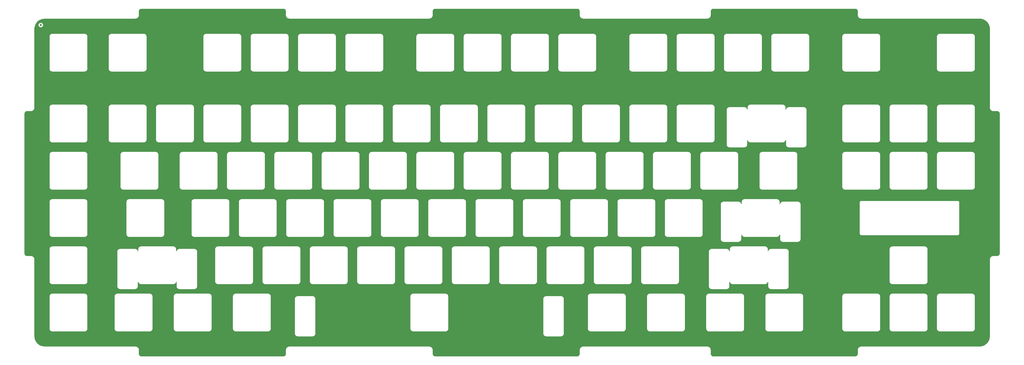
<source format=gbl>
%TF.GenerationSoftware,KiCad,Pcbnew,(5.1.10)-1*%
%TF.CreationDate,2021-10-28T23:24:53-04:00*%
%TF.ProjectId,custom_keyboard plate,63757374-6f6d-45f6-9b65-79626f617264,rev?*%
%TF.SameCoordinates,Original*%
%TF.FileFunction,Copper,L2,Bot*%
%TF.FilePolarity,Positive*%
%FSLAX46Y46*%
G04 Gerber Fmt 4.6, Leading zero omitted, Abs format (unit mm)*
G04 Created by KiCad (PCBNEW (5.1.10)-1) date 2021-10-28 23:24:53*
%MOMM*%
%LPD*%
G01*
G04 APERTURE LIST*
%TA.AperFunction,ViaPad*%
%ADD10C,0.800000*%
%TD*%
%TA.AperFunction,NonConductor*%
%ADD11C,0.254000*%
%TD*%
%TA.AperFunction,NonConductor*%
%ADD12C,0.100000*%
%TD*%
G04 APERTURE END LIST*
D10*
%TO.N,*%
X82544800Y-161914800D03*
%TD*%
D11*
X180344539Y-155476909D02*
X180512529Y-155527628D01*
X180667463Y-155610008D01*
X180803447Y-155720914D01*
X180915300Y-155856122D01*
X180998761Y-156010478D01*
X181050651Y-156178107D01*
X181072301Y-156384101D01*
X181072300Y-157979946D01*
X181075172Y-158009102D01*
X181075138Y-158013925D01*
X181076072Y-158023444D01*
X181092264Y-158177499D01*
X181104743Y-158238293D01*
X181116381Y-158299300D01*
X181119145Y-158308456D01*
X181164952Y-158456432D01*
X181189019Y-158513686D01*
X181212269Y-158571230D01*
X181216754Y-158579666D01*
X181216758Y-158579675D01*
X181216763Y-158579682D01*
X181290435Y-158715935D01*
X181325154Y-158767407D01*
X181359147Y-158819354D01*
X181365191Y-158826766D01*
X181463930Y-158946121D01*
X181507982Y-158989867D01*
X181551420Y-159034224D01*
X181558789Y-159040321D01*
X181678830Y-159138225D01*
X181730535Y-159172578D01*
X181781773Y-159207661D01*
X181790186Y-159212210D01*
X181926958Y-159284932D01*
X181984377Y-159308598D01*
X182041421Y-159333047D01*
X182050557Y-159335876D01*
X182198849Y-159380648D01*
X182259782Y-159392713D01*
X182320480Y-159405615D01*
X182329991Y-159406615D01*
X182484155Y-159421731D01*
X182484163Y-159421731D01*
X182517353Y-159425000D01*
X238937347Y-159425000D01*
X238966503Y-159422128D01*
X238971325Y-159422162D01*
X238980844Y-159421228D01*
X239134899Y-159405036D01*
X239195693Y-159392557D01*
X239256700Y-159380919D01*
X239265856Y-159378155D01*
X239413832Y-159332348D01*
X239471086Y-159308281D01*
X239528630Y-159285031D01*
X239537066Y-159280546D01*
X239537075Y-159280542D01*
X239537082Y-159280537D01*
X239673335Y-159206865D01*
X239724807Y-159172146D01*
X239776754Y-159138153D01*
X239784166Y-159132109D01*
X239903521Y-159033370D01*
X239947267Y-158989318D01*
X239991624Y-158945880D01*
X239997721Y-158938511D01*
X240095625Y-158818470D01*
X240129978Y-158766765D01*
X240165061Y-158715527D01*
X240169610Y-158707114D01*
X240242332Y-158570342D01*
X240265998Y-158512923D01*
X240290447Y-158455879D01*
X240293276Y-158446743D01*
X240338048Y-158298451D01*
X240350113Y-158237518D01*
X240363015Y-158176820D01*
X240364015Y-158167309D01*
X240379131Y-158013145D01*
X240379131Y-158013137D01*
X240382400Y-157979947D01*
X240382400Y-156392405D01*
X240402809Y-156184261D01*
X240453528Y-156016271D01*
X240535908Y-155861337D01*
X240646814Y-155725353D01*
X240782022Y-155613500D01*
X240936378Y-155530039D01*
X241104007Y-155478149D01*
X241309992Y-155456500D01*
X298397695Y-155456500D01*
X298605839Y-155476909D01*
X298773829Y-155527628D01*
X298928763Y-155610008D01*
X299064747Y-155720914D01*
X299176600Y-155856122D01*
X299260061Y-156010478D01*
X299311951Y-156178107D01*
X299333601Y-156384101D01*
X299333600Y-157979946D01*
X299336472Y-158009102D01*
X299336438Y-158013925D01*
X299337372Y-158023444D01*
X299353564Y-158177499D01*
X299366043Y-158238293D01*
X299377681Y-158299300D01*
X299380445Y-158308456D01*
X299426252Y-158456432D01*
X299450319Y-158513686D01*
X299473569Y-158571230D01*
X299478054Y-158579666D01*
X299478058Y-158579675D01*
X299478063Y-158579682D01*
X299551735Y-158715935D01*
X299586454Y-158767407D01*
X299620447Y-158819354D01*
X299626491Y-158826766D01*
X299725230Y-158946121D01*
X299769282Y-158989867D01*
X299812720Y-159034224D01*
X299820089Y-159040321D01*
X299940130Y-159138225D01*
X299991835Y-159172578D01*
X300043073Y-159207661D01*
X300051486Y-159212210D01*
X300188258Y-159284932D01*
X300245677Y-159308598D01*
X300302721Y-159333047D01*
X300311857Y-159335876D01*
X300460149Y-159380648D01*
X300521082Y-159392713D01*
X300581780Y-159405615D01*
X300591291Y-159406615D01*
X300745455Y-159421731D01*
X300745463Y-159421731D01*
X300778653Y-159425000D01*
X350849047Y-159425000D01*
X350878203Y-159422128D01*
X350883025Y-159422162D01*
X350892544Y-159421228D01*
X351046599Y-159405036D01*
X351107393Y-159392557D01*
X351168400Y-159380919D01*
X351177556Y-159378155D01*
X351325532Y-159332348D01*
X351382786Y-159308281D01*
X351440330Y-159285031D01*
X351448766Y-159280546D01*
X351448775Y-159280542D01*
X351448782Y-159280537D01*
X351585035Y-159206865D01*
X351636507Y-159172146D01*
X351688454Y-159138153D01*
X351695866Y-159132109D01*
X351815221Y-159033370D01*
X351858967Y-158989318D01*
X351903324Y-158945880D01*
X351909421Y-158938511D01*
X352007325Y-158818470D01*
X352041678Y-158766765D01*
X352076761Y-158715527D01*
X352081310Y-158707114D01*
X352154032Y-158570342D01*
X352177698Y-158512923D01*
X352202147Y-158455879D01*
X352204976Y-158446743D01*
X352249748Y-158298451D01*
X352261813Y-158237518D01*
X352274715Y-158176820D01*
X352275715Y-158167309D01*
X352290831Y-158013145D01*
X352290831Y-158013137D01*
X352294100Y-157979947D01*
X352294100Y-156392405D01*
X352314509Y-156184261D01*
X352365228Y-156016271D01*
X352447608Y-155861337D01*
X352558514Y-155725353D01*
X352693722Y-155613500D01*
X352848078Y-155530039D01*
X353015707Y-155478149D01*
X353221692Y-155456500D01*
X410309395Y-155456500D01*
X410517539Y-155476909D01*
X410685529Y-155527628D01*
X410840463Y-155610008D01*
X410976447Y-155720914D01*
X411088300Y-155856122D01*
X411171761Y-156010478D01*
X411223651Y-156178107D01*
X411245301Y-156384101D01*
X411245300Y-157979946D01*
X411248172Y-158009102D01*
X411248138Y-158013925D01*
X411249072Y-158023444D01*
X411265264Y-158177499D01*
X411277743Y-158238293D01*
X411289381Y-158299300D01*
X411292145Y-158308456D01*
X411337952Y-158456432D01*
X411362019Y-158513686D01*
X411385269Y-158571230D01*
X411389754Y-158579666D01*
X411389758Y-158579675D01*
X411389763Y-158579682D01*
X411463435Y-158715935D01*
X411498154Y-158767407D01*
X411532147Y-158819354D01*
X411538191Y-158826766D01*
X411636930Y-158946121D01*
X411680982Y-158989867D01*
X411724420Y-159034224D01*
X411731789Y-159040321D01*
X411851830Y-159138225D01*
X411903535Y-159172578D01*
X411954773Y-159207661D01*
X411963186Y-159212210D01*
X412099958Y-159284932D01*
X412157377Y-159308598D01*
X412214421Y-159333047D01*
X412223557Y-159335876D01*
X412371849Y-159380648D01*
X412432782Y-159392713D01*
X412493480Y-159405615D01*
X412502991Y-159406615D01*
X412657155Y-159421731D01*
X412657163Y-159421731D01*
X412690353Y-159425000D01*
X460314600Y-159425000D01*
X461088481Y-159496109D01*
X461806103Y-159698500D01*
X462474822Y-160028276D01*
X463072249Y-160474396D01*
X463578369Y-161021912D01*
X463976238Y-161652496D01*
X464252533Y-162345032D01*
X464400637Y-163089602D01*
X464423201Y-163520152D01*
X464423200Y-195283846D01*
X464426072Y-195313002D01*
X464426038Y-195317825D01*
X464426972Y-195327344D01*
X464443164Y-195481399D01*
X464455643Y-195542193D01*
X464467281Y-195603200D01*
X464470045Y-195612356D01*
X464515852Y-195760332D01*
X464539919Y-195817586D01*
X464563169Y-195875130D01*
X464567654Y-195883566D01*
X464567658Y-195883575D01*
X464567663Y-195883582D01*
X464641335Y-196019835D01*
X464676054Y-196071307D01*
X464710047Y-196123254D01*
X464716091Y-196130666D01*
X464814830Y-196250021D01*
X464858882Y-196293767D01*
X464902320Y-196338124D01*
X464909689Y-196344221D01*
X465029730Y-196442125D01*
X465081435Y-196476478D01*
X465132673Y-196511561D01*
X465141086Y-196516110D01*
X465277858Y-196588832D01*
X465335277Y-196612498D01*
X465392321Y-196636947D01*
X465401457Y-196639776D01*
X465549749Y-196684548D01*
X465610682Y-196696613D01*
X465671380Y-196709515D01*
X465680891Y-196710515D01*
X465835055Y-196725631D01*
X465835063Y-196725631D01*
X465868253Y-196728900D01*
X467455795Y-196728900D01*
X467663939Y-196749309D01*
X467831929Y-196800028D01*
X467986863Y-196882408D01*
X468122847Y-196993314D01*
X468234700Y-197128522D01*
X468318161Y-197282878D01*
X468370051Y-197450507D01*
X468391700Y-197656492D01*
X468391701Y-253950484D01*
X468371291Y-254158638D01*
X468320573Y-254326627D01*
X468238193Y-254481562D01*
X468127286Y-254617547D01*
X467992078Y-254729400D01*
X467837722Y-254812861D01*
X467670093Y-254864751D01*
X467464108Y-254886400D01*
X465868253Y-254886400D01*
X465839097Y-254889272D01*
X465834275Y-254889238D01*
X465824757Y-254890172D01*
X465670701Y-254906364D01*
X465609913Y-254918842D01*
X465548900Y-254930481D01*
X465539744Y-254933245D01*
X465391769Y-254979051D01*
X465334507Y-255003122D01*
X465276970Y-255026369D01*
X465268530Y-255030856D01*
X465268526Y-255030858D01*
X465268525Y-255030859D01*
X465132265Y-255104535D01*
X465080810Y-255139242D01*
X465028845Y-255173247D01*
X465021434Y-255179291D01*
X464902079Y-255278030D01*
X464858333Y-255322082D01*
X464813976Y-255365520D01*
X464807879Y-255372890D01*
X464709975Y-255492930D01*
X464675622Y-255544635D01*
X464640539Y-255595873D01*
X464635990Y-255604286D01*
X464563268Y-255741057D01*
X464539612Y-255798453D01*
X464515152Y-255855521D01*
X464512324Y-255864658D01*
X464467552Y-256012949D01*
X464455487Y-256073882D01*
X464442585Y-256134580D01*
X464441585Y-256144092D01*
X464426469Y-256298255D01*
X464426469Y-256298273D01*
X464423201Y-256331453D01*
X464423200Y-287288000D01*
X464352091Y-288061881D01*
X464149700Y-288779503D01*
X463819923Y-289448225D01*
X463373805Y-290045649D01*
X462826285Y-290551770D01*
X462195697Y-290949642D01*
X461503166Y-291225933D01*
X460758599Y-291374037D01*
X460328067Y-291396600D01*
X412690353Y-291396600D01*
X412661197Y-291399472D01*
X412656375Y-291399438D01*
X412646857Y-291400372D01*
X412492801Y-291416564D01*
X412432013Y-291429042D01*
X412371000Y-291440681D01*
X412361844Y-291443445D01*
X412213869Y-291489251D01*
X412156607Y-291513322D01*
X412099070Y-291536569D01*
X412090630Y-291541056D01*
X412090626Y-291541058D01*
X412090625Y-291541059D01*
X411954365Y-291614735D01*
X411902910Y-291649442D01*
X411850945Y-291683447D01*
X411843534Y-291689491D01*
X411724179Y-291788230D01*
X411680433Y-291832282D01*
X411636076Y-291875720D01*
X411629979Y-291883090D01*
X411532075Y-292003130D01*
X411497717Y-292054843D01*
X411462639Y-292106073D01*
X411458090Y-292114486D01*
X411385368Y-292251257D01*
X411361712Y-292308653D01*
X411337252Y-292365721D01*
X411334424Y-292374858D01*
X411289652Y-292523149D01*
X411277587Y-292584082D01*
X411264685Y-292644780D01*
X411263685Y-292654292D01*
X411248569Y-292808455D01*
X411248569Y-292808464D01*
X411245300Y-292841654D01*
X411245301Y-294429185D01*
X411224891Y-294637338D01*
X411174173Y-294805327D01*
X411091793Y-294960262D01*
X410980886Y-295096247D01*
X410845678Y-295208100D01*
X410691322Y-295291561D01*
X410523693Y-295343451D01*
X410317708Y-295365100D01*
X353230005Y-295365100D01*
X353021862Y-295344691D01*
X352853873Y-295293973D01*
X352698938Y-295211593D01*
X352562953Y-295100686D01*
X352451100Y-294965478D01*
X352367639Y-294811122D01*
X352315749Y-294643493D01*
X352294100Y-294437508D01*
X352294100Y-292841653D01*
X352291228Y-292812497D01*
X352291262Y-292807675D01*
X352290328Y-292798157D01*
X352274136Y-292644101D01*
X352261658Y-292583313D01*
X352250019Y-292522300D01*
X352247255Y-292513144D01*
X352201449Y-292365169D01*
X352177378Y-292307907D01*
X352154131Y-292250370D01*
X352149641Y-292241925D01*
X352075965Y-292105665D01*
X352041258Y-292054210D01*
X352007253Y-292002245D01*
X352001209Y-291994834D01*
X351902470Y-291875479D01*
X351858418Y-291831733D01*
X351814980Y-291787376D01*
X351807610Y-291781279D01*
X351687570Y-291683375D01*
X351635857Y-291649017D01*
X351584627Y-291613939D01*
X351576214Y-291609390D01*
X351439443Y-291536668D01*
X351382047Y-291513012D01*
X351324979Y-291488552D01*
X351315842Y-291485724D01*
X351167551Y-291440952D01*
X351106618Y-291428887D01*
X351045920Y-291415985D01*
X351036408Y-291414985D01*
X350882245Y-291399869D01*
X350882237Y-291399869D01*
X350849047Y-291396600D01*
X300778653Y-291396600D01*
X300749497Y-291399472D01*
X300744675Y-291399438D01*
X300735157Y-291400372D01*
X300581101Y-291416564D01*
X300520313Y-291429042D01*
X300459300Y-291440681D01*
X300450144Y-291443445D01*
X300302169Y-291489251D01*
X300244907Y-291513322D01*
X300187370Y-291536569D01*
X300178930Y-291541056D01*
X300178926Y-291541058D01*
X300178925Y-291541059D01*
X300042665Y-291614735D01*
X299991210Y-291649442D01*
X299939245Y-291683447D01*
X299931834Y-291689491D01*
X299812479Y-291788230D01*
X299768733Y-291832282D01*
X299724376Y-291875720D01*
X299718279Y-291883090D01*
X299620375Y-292003130D01*
X299586017Y-292054843D01*
X299550939Y-292106073D01*
X299546390Y-292114486D01*
X299473668Y-292251257D01*
X299450012Y-292308653D01*
X299425552Y-292365721D01*
X299422724Y-292374858D01*
X299377952Y-292523149D01*
X299365887Y-292584082D01*
X299352985Y-292644780D01*
X299351985Y-292654292D01*
X299336869Y-292808455D01*
X299336869Y-292808464D01*
X299333600Y-292841654D01*
X299333601Y-294429185D01*
X299313191Y-294637338D01*
X299262473Y-294805327D01*
X299180093Y-294960262D01*
X299069186Y-295096247D01*
X298933978Y-295208100D01*
X298779622Y-295291561D01*
X298611993Y-295343451D01*
X298406008Y-295365100D01*
X241318305Y-295365100D01*
X241110162Y-295344691D01*
X240942173Y-295293973D01*
X240787238Y-295211593D01*
X240651253Y-295100686D01*
X240539400Y-294965478D01*
X240455939Y-294811122D01*
X240404049Y-294643493D01*
X240382400Y-294437508D01*
X240382400Y-292841653D01*
X240379528Y-292812497D01*
X240379562Y-292807675D01*
X240378628Y-292798157D01*
X240362436Y-292644101D01*
X240349958Y-292583313D01*
X240338319Y-292522300D01*
X240335555Y-292513144D01*
X240289749Y-292365169D01*
X240265678Y-292307907D01*
X240242431Y-292250370D01*
X240237941Y-292241925D01*
X240164265Y-292105665D01*
X240129558Y-292054210D01*
X240095553Y-292002245D01*
X240089509Y-291994834D01*
X239990770Y-291875479D01*
X239946718Y-291831733D01*
X239903280Y-291787376D01*
X239895910Y-291781279D01*
X239775870Y-291683375D01*
X239724157Y-291649017D01*
X239672927Y-291613939D01*
X239664514Y-291609390D01*
X239527743Y-291536668D01*
X239470347Y-291513012D01*
X239413279Y-291488552D01*
X239404142Y-291485724D01*
X239255851Y-291440952D01*
X239194918Y-291428887D01*
X239134220Y-291415985D01*
X239124708Y-291414985D01*
X238970545Y-291399869D01*
X238970537Y-291399869D01*
X238937347Y-291396600D01*
X182517353Y-291396600D01*
X182488197Y-291399472D01*
X182483375Y-291399438D01*
X182473857Y-291400372D01*
X182319801Y-291416564D01*
X182259013Y-291429042D01*
X182198000Y-291440681D01*
X182188844Y-291443445D01*
X182040869Y-291489251D01*
X181983607Y-291513322D01*
X181926070Y-291536569D01*
X181917630Y-291541056D01*
X181917626Y-291541058D01*
X181917625Y-291541059D01*
X181781365Y-291614735D01*
X181729910Y-291649442D01*
X181677945Y-291683447D01*
X181670534Y-291689491D01*
X181551179Y-291788230D01*
X181507433Y-291832282D01*
X181463076Y-291875720D01*
X181456979Y-291883090D01*
X181359075Y-292003130D01*
X181324717Y-292054843D01*
X181289639Y-292106073D01*
X181285090Y-292114486D01*
X181212368Y-292251257D01*
X181188712Y-292308653D01*
X181164252Y-292365721D01*
X181161424Y-292374858D01*
X181116652Y-292523149D01*
X181104587Y-292584082D01*
X181091685Y-292644780D01*
X181090685Y-292654292D01*
X181075569Y-292808455D01*
X181075569Y-292808464D01*
X181072300Y-292841654D01*
X181072301Y-294429185D01*
X181051891Y-294637338D01*
X181001173Y-294805327D01*
X180918793Y-294960262D01*
X180807886Y-295096247D01*
X180672678Y-295208100D01*
X180518322Y-295291561D01*
X180350693Y-295343451D01*
X180144708Y-295365100D01*
X123057005Y-295365100D01*
X122848862Y-295344691D01*
X122680873Y-295293973D01*
X122525938Y-295211593D01*
X122389953Y-295100686D01*
X122278100Y-294965478D01*
X122194639Y-294811122D01*
X122142749Y-294643493D01*
X122121100Y-294437508D01*
X122121100Y-292841653D01*
X122118228Y-292812497D01*
X122118262Y-292807675D01*
X122117328Y-292798157D01*
X122101136Y-292644101D01*
X122088658Y-292583313D01*
X122077019Y-292522300D01*
X122074255Y-292513144D01*
X122028449Y-292365169D01*
X122004378Y-292307907D01*
X121981131Y-292250370D01*
X121976641Y-292241925D01*
X121902965Y-292105665D01*
X121868258Y-292054210D01*
X121834253Y-292002245D01*
X121828209Y-291994834D01*
X121729470Y-291875479D01*
X121685418Y-291831733D01*
X121641980Y-291787376D01*
X121634610Y-291781279D01*
X121514570Y-291683375D01*
X121462857Y-291649017D01*
X121411627Y-291613939D01*
X121403214Y-291609390D01*
X121266443Y-291536668D01*
X121209047Y-291513012D01*
X121151979Y-291488552D01*
X121142842Y-291485724D01*
X120994551Y-291440952D01*
X120933618Y-291428887D01*
X120872920Y-291415985D01*
X120863408Y-291414985D01*
X120709245Y-291399869D01*
X120709237Y-291399869D01*
X120676047Y-291396600D01*
X84163600Y-291396600D01*
X83389719Y-291325491D01*
X82672097Y-291123100D01*
X82003375Y-290793323D01*
X81405951Y-290347205D01*
X80899830Y-289799685D01*
X80501958Y-289169097D01*
X80225667Y-288476566D01*
X80077563Y-287731999D01*
X80055000Y-287301467D01*
X80055000Y-271266096D01*
X85922200Y-271266096D01*
X85922201Y-284338305D01*
X85925258Y-284369341D01*
X85925237Y-284372305D01*
X85926238Y-284382518D01*
X85931286Y-284430552D01*
X85932836Y-284446285D01*
X85932995Y-284446810D01*
X85936438Y-284479567D01*
X85949838Y-284544844D01*
X85962316Y-284610259D01*
X85965282Y-284620084D01*
X85994138Y-284713303D01*
X86019980Y-284774778D01*
X86044911Y-284836484D01*
X86049728Y-284845545D01*
X86096141Y-284931383D01*
X86133396Y-284986615D01*
X86169869Y-285042351D01*
X86176355Y-285050304D01*
X86238557Y-285125493D01*
X86285841Y-285172448D01*
X86332430Y-285220024D01*
X86340337Y-285226565D01*
X86340342Y-285226570D01*
X86340348Y-285226574D01*
X86415958Y-285288241D01*
X86471456Y-285325114D01*
X86526419Y-285362748D01*
X86535446Y-285367629D01*
X86621607Y-285413441D01*
X86683213Y-285438833D01*
X86744420Y-285465067D01*
X86754224Y-285468102D01*
X86754228Y-285468103D01*
X86754230Y-285468104D01*
X86754232Y-285468104D01*
X86847642Y-285496307D01*
X86913035Y-285509256D01*
X86978157Y-285523097D01*
X86988348Y-285524168D01*
X86988356Y-285524170D01*
X86988363Y-285524170D01*
X87084889Y-285533634D01*
X87121095Y-285537200D01*
X100193304Y-285537200D01*
X100224349Y-285534142D01*
X100227304Y-285534163D01*
X100237517Y-285533162D01*
X100285400Y-285528129D01*
X100301284Y-285526565D01*
X100301814Y-285526404D01*
X100334566Y-285522962D01*
X100399843Y-285509562D01*
X100465258Y-285497084D01*
X100475083Y-285494118D01*
X100568302Y-285465262D01*
X100629777Y-285439420D01*
X100691483Y-285414489D01*
X100700544Y-285409672D01*
X100786382Y-285363259D01*
X100841614Y-285326004D01*
X100897350Y-285289531D01*
X100905303Y-285283045D01*
X100980492Y-285220843D01*
X101027447Y-285173559D01*
X101075023Y-285126970D01*
X101081564Y-285119063D01*
X101081569Y-285119058D01*
X101081573Y-285119052D01*
X101143240Y-285043442D01*
X101180113Y-284987944D01*
X101217747Y-284932981D01*
X101222628Y-284923954D01*
X101268440Y-284837793D01*
X101293832Y-284776187D01*
X101320066Y-284714980D01*
X101323101Y-284705176D01*
X101351306Y-284611758D01*
X101364255Y-284546365D01*
X101378096Y-284481243D01*
X101379167Y-284471052D01*
X101379169Y-284471044D01*
X101379169Y-284471037D01*
X101388691Y-284373920D01*
X101392199Y-284338305D01*
X101392199Y-271266096D01*
X112115950Y-271266096D01*
X112115951Y-284338305D01*
X112119008Y-284369341D01*
X112118987Y-284372305D01*
X112119988Y-284382518D01*
X112125036Y-284430552D01*
X112126586Y-284446285D01*
X112126745Y-284446810D01*
X112130188Y-284479567D01*
X112143588Y-284544844D01*
X112156066Y-284610259D01*
X112159032Y-284620084D01*
X112187888Y-284713303D01*
X112213730Y-284774778D01*
X112238661Y-284836484D01*
X112243478Y-284845545D01*
X112289891Y-284931383D01*
X112327146Y-284986615D01*
X112363619Y-285042351D01*
X112370105Y-285050304D01*
X112432307Y-285125493D01*
X112479591Y-285172448D01*
X112526180Y-285220024D01*
X112534087Y-285226565D01*
X112534092Y-285226570D01*
X112534098Y-285226574D01*
X112609708Y-285288241D01*
X112665206Y-285325114D01*
X112720169Y-285362748D01*
X112729196Y-285367629D01*
X112815357Y-285413441D01*
X112876963Y-285438833D01*
X112938170Y-285465067D01*
X112947974Y-285468102D01*
X112947978Y-285468103D01*
X112947980Y-285468104D01*
X112947982Y-285468104D01*
X113041392Y-285496307D01*
X113106785Y-285509256D01*
X113171907Y-285523097D01*
X113182098Y-285524168D01*
X113182106Y-285524170D01*
X113182113Y-285524170D01*
X113278639Y-285533634D01*
X113314845Y-285537200D01*
X126387055Y-285537200D01*
X126418100Y-285534142D01*
X126421055Y-285534163D01*
X126431268Y-285533162D01*
X126479151Y-285528129D01*
X126495035Y-285526565D01*
X126495565Y-285526404D01*
X126528317Y-285522962D01*
X126593594Y-285509562D01*
X126659009Y-285497084D01*
X126668834Y-285494118D01*
X126762053Y-285465262D01*
X126823528Y-285439420D01*
X126885234Y-285414489D01*
X126894295Y-285409672D01*
X126980133Y-285363259D01*
X127035365Y-285326004D01*
X127091101Y-285289531D01*
X127099054Y-285283045D01*
X127174243Y-285220843D01*
X127221198Y-285173559D01*
X127268774Y-285126970D01*
X127275315Y-285119063D01*
X127275320Y-285119058D01*
X127275324Y-285119052D01*
X127336991Y-285043442D01*
X127373864Y-284987944D01*
X127411498Y-284932981D01*
X127416379Y-284923954D01*
X127462191Y-284837793D01*
X127487583Y-284776187D01*
X127513817Y-284714980D01*
X127516852Y-284705176D01*
X127545057Y-284611758D01*
X127558006Y-284546365D01*
X127571847Y-284481243D01*
X127572918Y-284471052D01*
X127572920Y-284471044D01*
X127572920Y-284471037D01*
X127582442Y-284373920D01*
X127585950Y-284338305D01*
X127585950Y-271266096D01*
X135928450Y-271266096D01*
X135928451Y-284338305D01*
X135931508Y-284369341D01*
X135931487Y-284372305D01*
X135932488Y-284382518D01*
X135937536Y-284430552D01*
X135939086Y-284446285D01*
X135939245Y-284446810D01*
X135942688Y-284479567D01*
X135956088Y-284544844D01*
X135968566Y-284610259D01*
X135971532Y-284620084D01*
X136000388Y-284713303D01*
X136026230Y-284774778D01*
X136051161Y-284836484D01*
X136055978Y-284845545D01*
X136102391Y-284931383D01*
X136139646Y-284986615D01*
X136176119Y-285042351D01*
X136182605Y-285050304D01*
X136244807Y-285125493D01*
X136292091Y-285172448D01*
X136338680Y-285220024D01*
X136346587Y-285226565D01*
X136346592Y-285226570D01*
X136346598Y-285226574D01*
X136422208Y-285288241D01*
X136477706Y-285325114D01*
X136532669Y-285362748D01*
X136541696Y-285367629D01*
X136627857Y-285413441D01*
X136689463Y-285438833D01*
X136750670Y-285465067D01*
X136760474Y-285468102D01*
X136760478Y-285468103D01*
X136760480Y-285468104D01*
X136760482Y-285468104D01*
X136853892Y-285496307D01*
X136919285Y-285509256D01*
X136984407Y-285523097D01*
X136994598Y-285524168D01*
X136994606Y-285524170D01*
X136994613Y-285524170D01*
X137091139Y-285533634D01*
X137127345Y-285537200D01*
X150199555Y-285537200D01*
X150230600Y-285534142D01*
X150233555Y-285534163D01*
X150243768Y-285533162D01*
X150291651Y-285528129D01*
X150307535Y-285526565D01*
X150308065Y-285526404D01*
X150340817Y-285522962D01*
X150406094Y-285509562D01*
X150471509Y-285497084D01*
X150481334Y-285494118D01*
X150574553Y-285465262D01*
X150636028Y-285439420D01*
X150697734Y-285414489D01*
X150706795Y-285409672D01*
X150792633Y-285363259D01*
X150847865Y-285326004D01*
X150903601Y-285289531D01*
X150911554Y-285283045D01*
X150986743Y-285220843D01*
X151033698Y-285173559D01*
X151081274Y-285126970D01*
X151087815Y-285119063D01*
X151087820Y-285119058D01*
X151087824Y-285119052D01*
X151149491Y-285043442D01*
X151186364Y-284987944D01*
X151223998Y-284932981D01*
X151228879Y-284923954D01*
X151274691Y-284837793D01*
X151300083Y-284776187D01*
X151326317Y-284714980D01*
X151329352Y-284705176D01*
X151357557Y-284611758D01*
X151370506Y-284546365D01*
X151384347Y-284481243D01*
X151385418Y-284471052D01*
X151385420Y-284471044D01*
X151385420Y-284471037D01*
X151394942Y-284373920D01*
X151398450Y-284338305D01*
X151398450Y-271266096D01*
X159740950Y-271266096D01*
X159740951Y-284338305D01*
X159744008Y-284369341D01*
X159743987Y-284372305D01*
X159744988Y-284382518D01*
X159750036Y-284430552D01*
X159751586Y-284446285D01*
X159751745Y-284446810D01*
X159755188Y-284479567D01*
X159768588Y-284544844D01*
X159781066Y-284610259D01*
X159784032Y-284620084D01*
X159812888Y-284713303D01*
X159838730Y-284774778D01*
X159863661Y-284836484D01*
X159868478Y-284845545D01*
X159914891Y-284931383D01*
X159952146Y-284986615D01*
X159988619Y-285042351D01*
X159995105Y-285050304D01*
X160057307Y-285125493D01*
X160104591Y-285172448D01*
X160151180Y-285220024D01*
X160159087Y-285226565D01*
X160159092Y-285226570D01*
X160159098Y-285226574D01*
X160234708Y-285288241D01*
X160290206Y-285325114D01*
X160345169Y-285362748D01*
X160354196Y-285367629D01*
X160440357Y-285413441D01*
X160501963Y-285438833D01*
X160563170Y-285465067D01*
X160572974Y-285468102D01*
X160572978Y-285468103D01*
X160572980Y-285468104D01*
X160572982Y-285468104D01*
X160666392Y-285496307D01*
X160731785Y-285509256D01*
X160796907Y-285523097D01*
X160807098Y-285524168D01*
X160807106Y-285524170D01*
X160807113Y-285524170D01*
X160903639Y-285533634D01*
X160939845Y-285537200D01*
X174012055Y-285537200D01*
X174043100Y-285534142D01*
X174046055Y-285534163D01*
X174056268Y-285533162D01*
X174104151Y-285528129D01*
X174120035Y-285526565D01*
X174120565Y-285526404D01*
X174153317Y-285522962D01*
X174218594Y-285509562D01*
X174284009Y-285497084D01*
X174293834Y-285494118D01*
X174387053Y-285465262D01*
X174448528Y-285439420D01*
X174510234Y-285414489D01*
X174519295Y-285409672D01*
X174605133Y-285363259D01*
X174660365Y-285326004D01*
X174716101Y-285289531D01*
X174724054Y-285283045D01*
X174799243Y-285220843D01*
X174846198Y-285173559D01*
X174893774Y-285126970D01*
X174900315Y-285119063D01*
X174900320Y-285119058D01*
X174900324Y-285119052D01*
X174961991Y-285043442D01*
X174998864Y-284987944D01*
X175036498Y-284932981D01*
X175041379Y-284923954D01*
X175087191Y-284837793D01*
X175112583Y-284776187D01*
X175138817Y-284714980D01*
X175141852Y-284705176D01*
X175170057Y-284611758D01*
X175183006Y-284546365D01*
X175196847Y-284481243D01*
X175197918Y-284471052D01*
X175197920Y-284471044D01*
X175197920Y-284471037D01*
X175207442Y-284373920D01*
X175210950Y-284338305D01*
X175210950Y-272266096D01*
X184678450Y-272266096D01*
X184678451Y-286338305D01*
X184681508Y-286369341D01*
X184681487Y-286372305D01*
X184682488Y-286382518D01*
X184687536Y-286430552D01*
X184689086Y-286446285D01*
X184689245Y-286446810D01*
X184692688Y-286479567D01*
X184706088Y-286544844D01*
X184718566Y-286610259D01*
X184721532Y-286620084D01*
X184750388Y-286713303D01*
X184776230Y-286774778D01*
X184801161Y-286836484D01*
X184805978Y-286845545D01*
X184852391Y-286931383D01*
X184889646Y-286986615D01*
X184926119Y-287042351D01*
X184932605Y-287050304D01*
X184994807Y-287125493D01*
X185042091Y-287172448D01*
X185088680Y-287220024D01*
X185096587Y-287226565D01*
X185096592Y-287226570D01*
X185096598Y-287226574D01*
X185172208Y-287288241D01*
X185227706Y-287325114D01*
X185282669Y-287362748D01*
X185291696Y-287367629D01*
X185377857Y-287413441D01*
X185439463Y-287438833D01*
X185500670Y-287465067D01*
X185510474Y-287468102D01*
X185510478Y-287468103D01*
X185510480Y-287468104D01*
X185510482Y-287468104D01*
X185603892Y-287496307D01*
X185669285Y-287509256D01*
X185734407Y-287523097D01*
X185744598Y-287524168D01*
X185744606Y-287524170D01*
X185744613Y-287524170D01*
X185841139Y-287533634D01*
X185877345Y-287537200D01*
X191949555Y-287537200D01*
X191980600Y-287534142D01*
X191983555Y-287534163D01*
X191993768Y-287533162D01*
X192041651Y-287528129D01*
X192057535Y-287526565D01*
X192058065Y-287526404D01*
X192090817Y-287522962D01*
X192156094Y-287509562D01*
X192221509Y-287497084D01*
X192231334Y-287494118D01*
X192324553Y-287465262D01*
X192386028Y-287439420D01*
X192447734Y-287414489D01*
X192456795Y-287409672D01*
X192542633Y-287363259D01*
X192597865Y-287326004D01*
X192653601Y-287289531D01*
X192661554Y-287283045D01*
X192736743Y-287220843D01*
X192783698Y-287173559D01*
X192831274Y-287126970D01*
X192837815Y-287119063D01*
X192837820Y-287119058D01*
X192837824Y-287119052D01*
X192899491Y-287043442D01*
X192936364Y-286987944D01*
X192973998Y-286932981D01*
X192978879Y-286923954D01*
X193024691Y-286837793D01*
X193050083Y-286776187D01*
X193076317Y-286714980D01*
X193079352Y-286705176D01*
X193107557Y-286611758D01*
X193120506Y-286546365D01*
X193134347Y-286481243D01*
X193135418Y-286471052D01*
X193135420Y-286471044D01*
X193135420Y-286471037D01*
X193144942Y-286373920D01*
X193148450Y-286338305D01*
X193148450Y-272266095D01*
X193145392Y-272235050D01*
X193145413Y-272232095D01*
X193144412Y-272221882D01*
X193139380Y-272174007D01*
X193137815Y-272158115D01*
X193137654Y-272157585D01*
X193134212Y-272124834D01*
X193120814Y-272059564D01*
X193108334Y-271994141D01*
X193105368Y-271984316D01*
X193076512Y-271891097D01*
X193050675Y-271829634D01*
X193025739Y-271767916D01*
X193020922Y-271758855D01*
X192974509Y-271673017D01*
X192937239Y-271617762D01*
X192900781Y-271562049D01*
X192894295Y-271554096D01*
X192832093Y-271478907D01*
X192784809Y-271431952D01*
X192738220Y-271384376D01*
X192730313Y-271377834D01*
X192654692Y-271316159D01*
X192599171Y-271279270D01*
X192579931Y-271266096D01*
X231178450Y-271266096D01*
X231178451Y-284338305D01*
X231181508Y-284369341D01*
X231181487Y-284372305D01*
X231182488Y-284382518D01*
X231187536Y-284430552D01*
X231189086Y-284446285D01*
X231189245Y-284446810D01*
X231192688Y-284479567D01*
X231206088Y-284544844D01*
X231218566Y-284610259D01*
X231221532Y-284620084D01*
X231250388Y-284713303D01*
X231276230Y-284774778D01*
X231301161Y-284836484D01*
X231305978Y-284845545D01*
X231352391Y-284931383D01*
X231389646Y-284986615D01*
X231426119Y-285042351D01*
X231432605Y-285050304D01*
X231494807Y-285125493D01*
X231542091Y-285172448D01*
X231588680Y-285220024D01*
X231596587Y-285226565D01*
X231596592Y-285226570D01*
X231596598Y-285226574D01*
X231672208Y-285288241D01*
X231727706Y-285325114D01*
X231782669Y-285362748D01*
X231791696Y-285367629D01*
X231877857Y-285413441D01*
X231939463Y-285438833D01*
X232000670Y-285465067D01*
X232010474Y-285468102D01*
X232010478Y-285468103D01*
X232010480Y-285468104D01*
X232010482Y-285468104D01*
X232103892Y-285496307D01*
X232169285Y-285509256D01*
X232234407Y-285523097D01*
X232244598Y-285524168D01*
X232244606Y-285524170D01*
X232244613Y-285524170D01*
X232341139Y-285533634D01*
X232377345Y-285537200D01*
X245449555Y-285537200D01*
X245480600Y-285534142D01*
X245483555Y-285534163D01*
X245493768Y-285533162D01*
X245541651Y-285528129D01*
X245557535Y-285526565D01*
X245558065Y-285526404D01*
X245590817Y-285522962D01*
X245656094Y-285509562D01*
X245721509Y-285497084D01*
X245731334Y-285494118D01*
X245824553Y-285465262D01*
X245886028Y-285439420D01*
X245947734Y-285414489D01*
X245956795Y-285409672D01*
X246042633Y-285363259D01*
X246097865Y-285326004D01*
X246153601Y-285289531D01*
X246161554Y-285283045D01*
X246236743Y-285220843D01*
X246283698Y-285173559D01*
X246331274Y-285126970D01*
X246337815Y-285119063D01*
X246337820Y-285119058D01*
X246337824Y-285119052D01*
X246399491Y-285043442D01*
X246436364Y-284987944D01*
X246473998Y-284932981D01*
X246478879Y-284923954D01*
X246524691Y-284837793D01*
X246550083Y-284776187D01*
X246576317Y-284714980D01*
X246579352Y-284705176D01*
X246607557Y-284611758D01*
X246620506Y-284546365D01*
X246634347Y-284481243D01*
X246635418Y-284471052D01*
X246635420Y-284471044D01*
X246635420Y-284471037D01*
X246644942Y-284373920D01*
X246648450Y-284338305D01*
X246648450Y-272266096D01*
X284678450Y-272266096D01*
X284678451Y-286338305D01*
X284681508Y-286369341D01*
X284681487Y-286372305D01*
X284682488Y-286382518D01*
X284687536Y-286430552D01*
X284689086Y-286446285D01*
X284689245Y-286446810D01*
X284692688Y-286479567D01*
X284706088Y-286544844D01*
X284718566Y-286610259D01*
X284721532Y-286620084D01*
X284750388Y-286713303D01*
X284776230Y-286774778D01*
X284801161Y-286836484D01*
X284805978Y-286845545D01*
X284852391Y-286931383D01*
X284889646Y-286986615D01*
X284926119Y-287042351D01*
X284932605Y-287050304D01*
X284994807Y-287125493D01*
X285042091Y-287172448D01*
X285088680Y-287220024D01*
X285096587Y-287226565D01*
X285096592Y-287226570D01*
X285096598Y-287226574D01*
X285172208Y-287288241D01*
X285227706Y-287325114D01*
X285282669Y-287362748D01*
X285291696Y-287367629D01*
X285377857Y-287413441D01*
X285439463Y-287438833D01*
X285500670Y-287465067D01*
X285510474Y-287468102D01*
X285510478Y-287468103D01*
X285510480Y-287468104D01*
X285510482Y-287468104D01*
X285603892Y-287496307D01*
X285669285Y-287509256D01*
X285734407Y-287523097D01*
X285744598Y-287524168D01*
X285744606Y-287524170D01*
X285744613Y-287524170D01*
X285841139Y-287533634D01*
X285877345Y-287537200D01*
X291949555Y-287537200D01*
X291980600Y-287534142D01*
X291983555Y-287534163D01*
X291993768Y-287533162D01*
X292041651Y-287528129D01*
X292057535Y-287526565D01*
X292058065Y-287526404D01*
X292090817Y-287522962D01*
X292156094Y-287509562D01*
X292221509Y-287497084D01*
X292231334Y-287494118D01*
X292324553Y-287465262D01*
X292386028Y-287439420D01*
X292447734Y-287414489D01*
X292456795Y-287409672D01*
X292542633Y-287363259D01*
X292597865Y-287326004D01*
X292653601Y-287289531D01*
X292661554Y-287283045D01*
X292736743Y-287220843D01*
X292783698Y-287173559D01*
X292831274Y-287126970D01*
X292837815Y-287119063D01*
X292837820Y-287119058D01*
X292837824Y-287119052D01*
X292899491Y-287043442D01*
X292936364Y-286987944D01*
X292973998Y-286932981D01*
X292978879Y-286923954D01*
X293024691Y-286837793D01*
X293050083Y-286776187D01*
X293076317Y-286714980D01*
X293079352Y-286705176D01*
X293107557Y-286611758D01*
X293120506Y-286546365D01*
X293134347Y-286481243D01*
X293135418Y-286471052D01*
X293135420Y-286471044D01*
X293135420Y-286471037D01*
X293144942Y-286373920D01*
X293148450Y-286338305D01*
X293148450Y-272266095D01*
X293145392Y-272235050D01*
X293145413Y-272232095D01*
X293144412Y-272221882D01*
X293139380Y-272174007D01*
X293137815Y-272158115D01*
X293137654Y-272157585D01*
X293134212Y-272124834D01*
X293120814Y-272059564D01*
X293108334Y-271994141D01*
X293105368Y-271984316D01*
X293076512Y-271891097D01*
X293050675Y-271829634D01*
X293025739Y-271767916D01*
X293020922Y-271758855D01*
X292974509Y-271673017D01*
X292937239Y-271617762D01*
X292900781Y-271562049D01*
X292894295Y-271554096D01*
X292832093Y-271478907D01*
X292784809Y-271431952D01*
X292738220Y-271384376D01*
X292730313Y-271377834D01*
X292654692Y-271316159D01*
X292599171Y-271279270D01*
X292579931Y-271266096D01*
X302615950Y-271266096D01*
X302615951Y-284338305D01*
X302619008Y-284369341D01*
X302618987Y-284372305D01*
X302619988Y-284382518D01*
X302625036Y-284430552D01*
X302626586Y-284446285D01*
X302626745Y-284446810D01*
X302630188Y-284479567D01*
X302643588Y-284544844D01*
X302656066Y-284610259D01*
X302659032Y-284620084D01*
X302687888Y-284713303D01*
X302713730Y-284774778D01*
X302738661Y-284836484D01*
X302743478Y-284845545D01*
X302789891Y-284931383D01*
X302827146Y-284986615D01*
X302863619Y-285042351D01*
X302870105Y-285050304D01*
X302932307Y-285125493D01*
X302979591Y-285172448D01*
X303026180Y-285220024D01*
X303034087Y-285226565D01*
X303034092Y-285226570D01*
X303034098Y-285226574D01*
X303109708Y-285288241D01*
X303165206Y-285325114D01*
X303220169Y-285362748D01*
X303229196Y-285367629D01*
X303315357Y-285413441D01*
X303376963Y-285438833D01*
X303438170Y-285465067D01*
X303447974Y-285468102D01*
X303447978Y-285468103D01*
X303447980Y-285468104D01*
X303447982Y-285468104D01*
X303541392Y-285496307D01*
X303606785Y-285509256D01*
X303671907Y-285523097D01*
X303682098Y-285524168D01*
X303682106Y-285524170D01*
X303682113Y-285524170D01*
X303778639Y-285533634D01*
X303814845Y-285537200D01*
X316887055Y-285537200D01*
X316918100Y-285534142D01*
X316921055Y-285534163D01*
X316931268Y-285533162D01*
X316979151Y-285528129D01*
X316995035Y-285526565D01*
X316995565Y-285526404D01*
X317028317Y-285522962D01*
X317093594Y-285509562D01*
X317159009Y-285497084D01*
X317168834Y-285494118D01*
X317262053Y-285465262D01*
X317323528Y-285439420D01*
X317385234Y-285414489D01*
X317394295Y-285409672D01*
X317480133Y-285363259D01*
X317535365Y-285326004D01*
X317591101Y-285289531D01*
X317599054Y-285283045D01*
X317674243Y-285220843D01*
X317721198Y-285173559D01*
X317768774Y-285126970D01*
X317775315Y-285119063D01*
X317775320Y-285119058D01*
X317775324Y-285119052D01*
X317836991Y-285043442D01*
X317873864Y-284987944D01*
X317911498Y-284932981D01*
X317916379Y-284923954D01*
X317962191Y-284837793D01*
X317987583Y-284776187D01*
X318013817Y-284714980D01*
X318016852Y-284705176D01*
X318045057Y-284611758D01*
X318058006Y-284546365D01*
X318071847Y-284481243D01*
X318072918Y-284471052D01*
X318072920Y-284471044D01*
X318072920Y-284471037D01*
X318082442Y-284373920D01*
X318085950Y-284338305D01*
X318085950Y-271266096D01*
X326428450Y-271266096D01*
X326428451Y-284338305D01*
X326431508Y-284369341D01*
X326431487Y-284372305D01*
X326432488Y-284382518D01*
X326437536Y-284430552D01*
X326439086Y-284446285D01*
X326439245Y-284446810D01*
X326442688Y-284479567D01*
X326456088Y-284544844D01*
X326468566Y-284610259D01*
X326471532Y-284620084D01*
X326500388Y-284713303D01*
X326526230Y-284774778D01*
X326551161Y-284836484D01*
X326555978Y-284845545D01*
X326602391Y-284931383D01*
X326639646Y-284986615D01*
X326676119Y-285042351D01*
X326682605Y-285050304D01*
X326744807Y-285125493D01*
X326792091Y-285172448D01*
X326838680Y-285220024D01*
X326846587Y-285226565D01*
X326846592Y-285226570D01*
X326846598Y-285226574D01*
X326922208Y-285288241D01*
X326977706Y-285325114D01*
X327032669Y-285362748D01*
X327041696Y-285367629D01*
X327127857Y-285413441D01*
X327189463Y-285438833D01*
X327250670Y-285465067D01*
X327260474Y-285468102D01*
X327260478Y-285468103D01*
X327260480Y-285468104D01*
X327260482Y-285468104D01*
X327353892Y-285496307D01*
X327419285Y-285509256D01*
X327484407Y-285523097D01*
X327494598Y-285524168D01*
X327494606Y-285524170D01*
X327494613Y-285524170D01*
X327591139Y-285533634D01*
X327627345Y-285537200D01*
X340699555Y-285537200D01*
X340730600Y-285534142D01*
X340733555Y-285534163D01*
X340743768Y-285533162D01*
X340791651Y-285528129D01*
X340807535Y-285526565D01*
X340808065Y-285526404D01*
X340840817Y-285522962D01*
X340906094Y-285509562D01*
X340971509Y-285497084D01*
X340981334Y-285494118D01*
X341074553Y-285465262D01*
X341136028Y-285439420D01*
X341197734Y-285414489D01*
X341206795Y-285409672D01*
X341292633Y-285363259D01*
X341347865Y-285326004D01*
X341403601Y-285289531D01*
X341411554Y-285283045D01*
X341486743Y-285220843D01*
X341533698Y-285173559D01*
X341581274Y-285126970D01*
X341587815Y-285119063D01*
X341587820Y-285119058D01*
X341587824Y-285119052D01*
X341649491Y-285043442D01*
X341686364Y-284987944D01*
X341723998Y-284932981D01*
X341728879Y-284923954D01*
X341774691Y-284837793D01*
X341800083Y-284776187D01*
X341826317Y-284714980D01*
X341829352Y-284705176D01*
X341857557Y-284611758D01*
X341870506Y-284546365D01*
X341884347Y-284481243D01*
X341885418Y-284471052D01*
X341885420Y-284471044D01*
X341885420Y-284471037D01*
X341894942Y-284373920D01*
X341898450Y-284338305D01*
X341898450Y-271266096D01*
X350240950Y-271266096D01*
X350240951Y-284338305D01*
X350244008Y-284369341D01*
X350243987Y-284372305D01*
X350244988Y-284382518D01*
X350250036Y-284430552D01*
X350251586Y-284446285D01*
X350251745Y-284446810D01*
X350255188Y-284479567D01*
X350268588Y-284544844D01*
X350281066Y-284610259D01*
X350284032Y-284620084D01*
X350312888Y-284713303D01*
X350338730Y-284774778D01*
X350363661Y-284836484D01*
X350368478Y-284845545D01*
X350414891Y-284931383D01*
X350452146Y-284986615D01*
X350488619Y-285042351D01*
X350495105Y-285050304D01*
X350557307Y-285125493D01*
X350604591Y-285172448D01*
X350651180Y-285220024D01*
X350659087Y-285226565D01*
X350659092Y-285226570D01*
X350659098Y-285226574D01*
X350734708Y-285288241D01*
X350790206Y-285325114D01*
X350845169Y-285362748D01*
X350854196Y-285367629D01*
X350940357Y-285413441D01*
X351001963Y-285438833D01*
X351063170Y-285465067D01*
X351072974Y-285468102D01*
X351072978Y-285468103D01*
X351072980Y-285468104D01*
X351072982Y-285468104D01*
X351166392Y-285496307D01*
X351231785Y-285509256D01*
X351296907Y-285523097D01*
X351307098Y-285524168D01*
X351307106Y-285524170D01*
X351307113Y-285524170D01*
X351403639Y-285533634D01*
X351439845Y-285537200D01*
X364512055Y-285537200D01*
X364543100Y-285534142D01*
X364546055Y-285534163D01*
X364556268Y-285533162D01*
X364604151Y-285528129D01*
X364620035Y-285526565D01*
X364620565Y-285526404D01*
X364653317Y-285522962D01*
X364718594Y-285509562D01*
X364784009Y-285497084D01*
X364793834Y-285494118D01*
X364887053Y-285465262D01*
X364948528Y-285439420D01*
X365010234Y-285414489D01*
X365019295Y-285409672D01*
X365105133Y-285363259D01*
X365160365Y-285326004D01*
X365216101Y-285289531D01*
X365224054Y-285283045D01*
X365299243Y-285220843D01*
X365346198Y-285173559D01*
X365393774Y-285126970D01*
X365400315Y-285119063D01*
X365400320Y-285119058D01*
X365400324Y-285119052D01*
X365461991Y-285043442D01*
X365498864Y-284987944D01*
X365536498Y-284932981D01*
X365541379Y-284923954D01*
X365587191Y-284837793D01*
X365612583Y-284776187D01*
X365638817Y-284714980D01*
X365641852Y-284705176D01*
X365670057Y-284611758D01*
X365683006Y-284546365D01*
X365696847Y-284481243D01*
X365697918Y-284471052D01*
X365697920Y-284471044D01*
X365697920Y-284471037D01*
X365707442Y-284373920D01*
X365710950Y-284338305D01*
X365710950Y-271266096D01*
X374053450Y-271266096D01*
X374053451Y-284338305D01*
X374056508Y-284369341D01*
X374056487Y-284372305D01*
X374057488Y-284382518D01*
X374062536Y-284430552D01*
X374064086Y-284446285D01*
X374064245Y-284446810D01*
X374067688Y-284479567D01*
X374081088Y-284544844D01*
X374093566Y-284610259D01*
X374096532Y-284620084D01*
X374125388Y-284713303D01*
X374151230Y-284774778D01*
X374176161Y-284836484D01*
X374180978Y-284845545D01*
X374227391Y-284931383D01*
X374264646Y-284986615D01*
X374301119Y-285042351D01*
X374307605Y-285050304D01*
X374369807Y-285125493D01*
X374417091Y-285172448D01*
X374463680Y-285220024D01*
X374471587Y-285226565D01*
X374471592Y-285226570D01*
X374471598Y-285226574D01*
X374547208Y-285288241D01*
X374602706Y-285325114D01*
X374657669Y-285362748D01*
X374666696Y-285367629D01*
X374752857Y-285413441D01*
X374814463Y-285438833D01*
X374875670Y-285465067D01*
X374885474Y-285468102D01*
X374885478Y-285468103D01*
X374885480Y-285468104D01*
X374885482Y-285468104D01*
X374978892Y-285496307D01*
X375044285Y-285509256D01*
X375109407Y-285523097D01*
X375119598Y-285524168D01*
X375119606Y-285524170D01*
X375119613Y-285524170D01*
X375216139Y-285533634D01*
X375252345Y-285537200D01*
X388324555Y-285537200D01*
X388355600Y-285534142D01*
X388358555Y-285534163D01*
X388368768Y-285533162D01*
X388416651Y-285528129D01*
X388432535Y-285526565D01*
X388433065Y-285526404D01*
X388465817Y-285522962D01*
X388531094Y-285509562D01*
X388596509Y-285497084D01*
X388606334Y-285494118D01*
X388699553Y-285465262D01*
X388761028Y-285439420D01*
X388822734Y-285414489D01*
X388831795Y-285409672D01*
X388917633Y-285363259D01*
X388972865Y-285326004D01*
X389028601Y-285289531D01*
X389036554Y-285283045D01*
X389111743Y-285220843D01*
X389158698Y-285173559D01*
X389206274Y-285126970D01*
X389212815Y-285119063D01*
X389212820Y-285119058D01*
X389212824Y-285119052D01*
X389274491Y-285043442D01*
X389311364Y-284987944D01*
X389348998Y-284932981D01*
X389353879Y-284923954D01*
X389399691Y-284837793D01*
X389425083Y-284776187D01*
X389451317Y-284714980D01*
X389454352Y-284705176D01*
X389482557Y-284611758D01*
X389495506Y-284546365D01*
X389509347Y-284481243D01*
X389510418Y-284471052D01*
X389510420Y-284471044D01*
X389510420Y-284471037D01*
X389519942Y-284373920D01*
X389523450Y-284338305D01*
X389523450Y-271266096D01*
X405009700Y-271266096D01*
X405009701Y-284338305D01*
X405012758Y-284369341D01*
X405012737Y-284372305D01*
X405013738Y-284382518D01*
X405018786Y-284430552D01*
X405020336Y-284446285D01*
X405020495Y-284446810D01*
X405023938Y-284479567D01*
X405037338Y-284544844D01*
X405049816Y-284610259D01*
X405052782Y-284620084D01*
X405081638Y-284713303D01*
X405107480Y-284774778D01*
X405132411Y-284836484D01*
X405137228Y-284845545D01*
X405183641Y-284931383D01*
X405220896Y-284986615D01*
X405257369Y-285042351D01*
X405263855Y-285050304D01*
X405326057Y-285125493D01*
X405373341Y-285172448D01*
X405419930Y-285220024D01*
X405427837Y-285226565D01*
X405427842Y-285226570D01*
X405427848Y-285226574D01*
X405503458Y-285288241D01*
X405558956Y-285325114D01*
X405613919Y-285362748D01*
X405622946Y-285367629D01*
X405709107Y-285413441D01*
X405770713Y-285438833D01*
X405831920Y-285465067D01*
X405841724Y-285468102D01*
X405841728Y-285468103D01*
X405841730Y-285468104D01*
X405841732Y-285468104D01*
X405935142Y-285496307D01*
X406000535Y-285509256D01*
X406065657Y-285523097D01*
X406075848Y-285524168D01*
X406075856Y-285524170D01*
X406075863Y-285524170D01*
X406172389Y-285533634D01*
X406208595Y-285537200D01*
X419280805Y-285537200D01*
X419311850Y-285534142D01*
X419314805Y-285534163D01*
X419325018Y-285533162D01*
X419372901Y-285528129D01*
X419388785Y-285526565D01*
X419389315Y-285526404D01*
X419422067Y-285522962D01*
X419487344Y-285509562D01*
X419552759Y-285497084D01*
X419562584Y-285494118D01*
X419655803Y-285465262D01*
X419717278Y-285439420D01*
X419778984Y-285414489D01*
X419788045Y-285409672D01*
X419873883Y-285363259D01*
X419929115Y-285326004D01*
X419984851Y-285289531D01*
X419992804Y-285283045D01*
X420067993Y-285220843D01*
X420114948Y-285173559D01*
X420162524Y-285126970D01*
X420169065Y-285119063D01*
X420169070Y-285119058D01*
X420169074Y-285119052D01*
X420230741Y-285043442D01*
X420267614Y-284987944D01*
X420305248Y-284932981D01*
X420310129Y-284923954D01*
X420355941Y-284837793D01*
X420381333Y-284776187D01*
X420407567Y-284714980D01*
X420410602Y-284705176D01*
X420438807Y-284611758D01*
X420451756Y-284546365D01*
X420465597Y-284481243D01*
X420466668Y-284471052D01*
X420466670Y-284471044D01*
X420466670Y-284471037D01*
X420476192Y-284373920D01*
X420479700Y-284338305D01*
X420479700Y-271266096D01*
X424059700Y-271266096D01*
X424059701Y-284338305D01*
X424062758Y-284369341D01*
X424062737Y-284372305D01*
X424063738Y-284382518D01*
X424068786Y-284430552D01*
X424070336Y-284446285D01*
X424070495Y-284446810D01*
X424073938Y-284479567D01*
X424087338Y-284544844D01*
X424099816Y-284610259D01*
X424102782Y-284620084D01*
X424131638Y-284713303D01*
X424157480Y-284774778D01*
X424182411Y-284836484D01*
X424187228Y-284845545D01*
X424233641Y-284931383D01*
X424270896Y-284986615D01*
X424307369Y-285042351D01*
X424313855Y-285050304D01*
X424376057Y-285125493D01*
X424423341Y-285172448D01*
X424469930Y-285220024D01*
X424477837Y-285226565D01*
X424477842Y-285226570D01*
X424477848Y-285226574D01*
X424553458Y-285288241D01*
X424608956Y-285325114D01*
X424663919Y-285362748D01*
X424672946Y-285367629D01*
X424759107Y-285413441D01*
X424820713Y-285438833D01*
X424881920Y-285465067D01*
X424891724Y-285468102D01*
X424891728Y-285468103D01*
X424891730Y-285468104D01*
X424891732Y-285468104D01*
X424985142Y-285496307D01*
X425050535Y-285509256D01*
X425115657Y-285523097D01*
X425125848Y-285524168D01*
X425125856Y-285524170D01*
X425125863Y-285524170D01*
X425222389Y-285533634D01*
X425258595Y-285537200D01*
X438330805Y-285537200D01*
X438361850Y-285534142D01*
X438364805Y-285534163D01*
X438375018Y-285533162D01*
X438422901Y-285528129D01*
X438438785Y-285526565D01*
X438439315Y-285526404D01*
X438472067Y-285522962D01*
X438537344Y-285509562D01*
X438602759Y-285497084D01*
X438612584Y-285494118D01*
X438705803Y-285465262D01*
X438767278Y-285439420D01*
X438828984Y-285414489D01*
X438838045Y-285409672D01*
X438923883Y-285363259D01*
X438979115Y-285326004D01*
X439034851Y-285289531D01*
X439042804Y-285283045D01*
X439117993Y-285220843D01*
X439164948Y-285173559D01*
X439212524Y-285126970D01*
X439219065Y-285119063D01*
X439219070Y-285119058D01*
X439219074Y-285119052D01*
X439280741Y-285043442D01*
X439317614Y-284987944D01*
X439355248Y-284932981D01*
X439360129Y-284923954D01*
X439405941Y-284837793D01*
X439431333Y-284776187D01*
X439457567Y-284714980D01*
X439460602Y-284705176D01*
X439488807Y-284611758D01*
X439501756Y-284546365D01*
X439515597Y-284481243D01*
X439516668Y-284471052D01*
X439516670Y-284471044D01*
X439516670Y-284471037D01*
X439526192Y-284373920D01*
X439529700Y-284338305D01*
X439529700Y-271266096D01*
X443109700Y-271266096D01*
X443109701Y-284338305D01*
X443112758Y-284369341D01*
X443112737Y-284372305D01*
X443113738Y-284382518D01*
X443118786Y-284430552D01*
X443120336Y-284446285D01*
X443120495Y-284446810D01*
X443123938Y-284479567D01*
X443137338Y-284544844D01*
X443149816Y-284610259D01*
X443152782Y-284620084D01*
X443181638Y-284713303D01*
X443207480Y-284774778D01*
X443232411Y-284836484D01*
X443237228Y-284845545D01*
X443283641Y-284931383D01*
X443320896Y-284986615D01*
X443357369Y-285042351D01*
X443363855Y-285050304D01*
X443426057Y-285125493D01*
X443473341Y-285172448D01*
X443519930Y-285220024D01*
X443527837Y-285226565D01*
X443527842Y-285226570D01*
X443527848Y-285226574D01*
X443603458Y-285288241D01*
X443658956Y-285325114D01*
X443713919Y-285362748D01*
X443722946Y-285367629D01*
X443809107Y-285413441D01*
X443870713Y-285438833D01*
X443931920Y-285465067D01*
X443941724Y-285468102D01*
X443941728Y-285468103D01*
X443941730Y-285468104D01*
X443941732Y-285468104D01*
X444035142Y-285496307D01*
X444100535Y-285509256D01*
X444165657Y-285523097D01*
X444175848Y-285524168D01*
X444175856Y-285524170D01*
X444175863Y-285524170D01*
X444272389Y-285533634D01*
X444308595Y-285537200D01*
X457380805Y-285537200D01*
X457411850Y-285534142D01*
X457414805Y-285534163D01*
X457425018Y-285533162D01*
X457472901Y-285528129D01*
X457488785Y-285526565D01*
X457489315Y-285526404D01*
X457522067Y-285522962D01*
X457587344Y-285509562D01*
X457652759Y-285497084D01*
X457662584Y-285494118D01*
X457755803Y-285465262D01*
X457817278Y-285439420D01*
X457878984Y-285414489D01*
X457888045Y-285409672D01*
X457973883Y-285363259D01*
X458029115Y-285326004D01*
X458084851Y-285289531D01*
X458092804Y-285283045D01*
X458167993Y-285220843D01*
X458214948Y-285173559D01*
X458262524Y-285126970D01*
X458269065Y-285119063D01*
X458269070Y-285119058D01*
X458269074Y-285119052D01*
X458330741Y-285043442D01*
X458367614Y-284987944D01*
X458405248Y-284932981D01*
X458410129Y-284923954D01*
X458455941Y-284837793D01*
X458481333Y-284776187D01*
X458507567Y-284714980D01*
X458510602Y-284705176D01*
X458538807Y-284611758D01*
X458551756Y-284546365D01*
X458565597Y-284481243D01*
X458566668Y-284471052D01*
X458566670Y-284471044D01*
X458566670Y-284471037D01*
X458576192Y-284373920D01*
X458579700Y-284338305D01*
X458579700Y-271266095D01*
X458576642Y-271235050D01*
X458576663Y-271232095D01*
X458575662Y-271221882D01*
X458570630Y-271174007D01*
X458569065Y-271158115D01*
X458568904Y-271157585D01*
X458565462Y-271124834D01*
X458552064Y-271059564D01*
X458539584Y-270994141D01*
X458536618Y-270984316D01*
X458507762Y-270891097D01*
X458481925Y-270829634D01*
X458456989Y-270767916D01*
X458452172Y-270758855D01*
X458405759Y-270673017D01*
X458368489Y-270617762D01*
X458332031Y-270562049D01*
X458325545Y-270554096D01*
X458263343Y-270478907D01*
X458216059Y-270431952D01*
X458169470Y-270384376D01*
X458161563Y-270377834D01*
X458085942Y-270316159D01*
X458030421Y-270279270D01*
X457975481Y-270241652D01*
X457966470Y-270236780D01*
X457966463Y-270236775D01*
X457966456Y-270236772D01*
X457966454Y-270236771D01*
X457880293Y-270190959D01*
X457818687Y-270165567D01*
X457757480Y-270139333D01*
X457747676Y-270136298D01*
X457747672Y-270136297D01*
X457747670Y-270136296D01*
X457747668Y-270136296D01*
X457654258Y-270108093D01*
X457588872Y-270095146D01*
X457523744Y-270081303D01*
X457513551Y-270080231D01*
X457513544Y-270080230D01*
X457513538Y-270080230D01*
X457417010Y-270070766D01*
X457380805Y-270067200D01*
X444308595Y-270067200D01*
X444277550Y-270070258D01*
X444274595Y-270070237D01*
X444264382Y-270071238D01*
X444216507Y-270076270D01*
X444200615Y-270077835D01*
X444200085Y-270077996D01*
X444167334Y-270081438D01*
X444102064Y-270094836D01*
X444036641Y-270107316D01*
X444026816Y-270110282D01*
X443933597Y-270139138D01*
X443872134Y-270164975D01*
X443810416Y-270189911D01*
X443801355Y-270194728D01*
X443715517Y-270241141D01*
X443660262Y-270278411D01*
X443604549Y-270314869D01*
X443596596Y-270321355D01*
X443521407Y-270383557D01*
X443474452Y-270430841D01*
X443426876Y-270477430D01*
X443420334Y-270485337D01*
X443358659Y-270560958D01*
X443321770Y-270616479D01*
X443284152Y-270671419D01*
X443279280Y-270680430D01*
X443279275Y-270680437D01*
X443279272Y-270680444D01*
X443279271Y-270680446D01*
X443233459Y-270766607D01*
X443208067Y-270828213D01*
X443181833Y-270889420D01*
X443178798Y-270899224D01*
X443150593Y-270992642D01*
X443137646Y-271058028D01*
X443123803Y-271123156D01*
X443122731Y-271133349D01*
X443122730Y-271133356D01*
X443122730Y-271133362D01*
X443113244Y-271230112D01*
X443109700Y-271266096D01*
X439529700Y-271266096D01*
X439529700Y-271266095D01*
X439526642Y-271235050D01*
X439526663Y-271232095D01*
X439525662Y-271221882D01*
X439520630Y-271174007D01*
X439519065Y-271158115D01*
X439518904Y-271157585D01*
X439515462Y-271124834D01*
X439502064Y-271059564D01*
X439489584Y-270994141D01*
X439486618Y-270984316D01*
X439457762Y-270891097D01*
X439431925Y-270829634D01*
X439406989Y-270767916D01*
X439402172Y-270758855D01*
X439355759Y-270673017D01*
X439318489Y-270617762D01*
X439282031Y-270562049D01*
X439275545Y-270554096D01*
X439213343Y-270478907D01*
X439166059Y-270431952D01*
X439119470Y-270384376D01*
X439111563Y-270377834D01*
X439035942Y-270316159D01*
X438980421Y-270279270D01*
X438925481Y-270241652D01*
X438916470Y-270236780D01*
X438916463Y-270236775D01*
X438916456Y-270236772D01*
X438916454Y-270236771D01*
X438830293Y-270190959D01*
X438768687Y-270165567D01*
X438707480Y-270139333D01*
X438697676Y-270136298D01*
X438697672Y-270136297D01*
X438697670Y-270136296D01*
X438697668Y-270136296D01*
X438604258Y-270108093D01*
X438538872Y-270095146D01*
X438473744Y-270081303D01*
X438463551Y-270080231D01*
X438463544Y-270080230D01*
X438463538Y-270080230D01*
X438367010Y-270070766D01*
X438330805Y-270067200D01*
X425258595Y-270067200D01*
X425227550Y-270070258D01*
X425224595Y-270070237D01*
X425214382Y-270071238D01*
X425166507Y-270076270D01*
X425150615Y-270077835D01*
X425150085Y-270077996D01*
X425117334Y-270081438D01*
X425052064Y-270094836D01*
X424986641Y-270107316D01*
X424976816Y-270110282D01*
X424883597Y-270139138D01*
X424822134Y-270164975D01*
X424760416Y-270189911D01*
X424751355Y-270194728D01*
X424665517Y-270241141D01*
X424610262Y-270278411D01*
X424554549Y-270314869D01*
X424546596Y-270321355D01*
X424471407Y-270383557D01*
X424424452Y-270430841D01*
X424376876Y-270477430D01*
X424370334Y-270485337D01*
X424308659Y-270560958D01*
X424271770Y-270616479D01*
X424234152Y-270671419D01*
X424229280Y-270680430D01*
X424229275Y-270680437D01*
X424229272Y-270680444D01*
X424229271Y-270680446D01*
X424183459Y-270766607D01*
X424158067Y-270828213D01*
X424131833Y-270889420D01*
X424128798Y-270899224D01*
X424100593Y-270992642D01*
X424087646Y-271058028D01*
X424073803Y-271123156D01*
X424072731Y-271133349D01*
X424072730Y-271133356D01*
X424072730Y-271133362D01*
X424063244Y-271230112D01*
X424059700Y-271266096D01*
X420479700Y-271266096D01*
X420479700Y-271266095D01*
X420476642Y-271235050D01*
X420476663Y-271232095D01*
X420475662Y-271221882D01*
X420470630Y-271174007D01*
X420469065Y-271158115D01*
X420468904Y-271157585D01*
X420465462Y-271124834D01*
X420452064Y-271059564D01*
X420439584Y-270994141D01*
X420436618Y-270984316D01*
X420407762Y-270891097D01*
X420381925Y-270829634D01*
X420356989Y-270767916D01*
X420352172Y-270758855D01*
X420305759Y-270673017D01*
X420268489Y-270617762D01*
X420232031Y-270562049D01*
X420225545Y-270554096D01*
X420163343Y-270478907D01*
X420116059Y-270431952D01*
X420069470Y-270384376D01*
X420061563Y-270377834D01*
X419985942Y-270316159D01*
X419930421Y-270279270D01*
X419875481Y-270241652D01*
X419866470Y-270236780D01*
X419866463Y-270236775D01*
X419866456Y-270236772D01*
X419866454Y-270236771D01*
X419780293Y-270190959D01*
X419718687Y-270165567D01*
X419657480Y-270139333D01*
X419647676Y-270136298D01*
X419647672Y-270136297D01*
X419647670Y-270136296D01*
X419647668Y-270136296D01*
X419554258Y-270108093D01*
X419488872Y-270095146D01*
X419423744Y-270081303D01*
X419413551Y-270080231D01*
X419413544Y-270080230D01*
X419413538Y-270080230D01*
X419317010Y-270070766D01*
X419280805Y-270067200D01*
X406208595Y-270067200D01*
X406177550Y-270070258D01*
X406174595Y-270070237D01*
X406164382Y-270071238D01*
X406116507Y-270076270D01*
X406100615Y-270077835D01*
X406100085Y-270077996D01*
X406067334Y-270081438D01*
X406002064Y-270094836D01*
X405936641Y-270107316D01*
X405926816Y-270110282D01*
X405833597Y-270139138D01*
X405772134Y-270164975D01*
X405710416Y-270189911D01*
X405701355Y-270194728D01*
X405615517Y-270241141D01*
X405560262Y-270278411D01*
X405504549Y-270314869D01*
X405496596Y-270321355D01*
X405421407Y-270383557D01*
X405374452Y-270430841D01*
X405326876Y-270477430D01*
X405320334Y-270485337D01*
X405258659Y-270560958D01*
X405221770Y-270616479D01*
X405184152Y-270671419D01*
X405179280Y-270680430D01*
X405179275Y-270680437D01*
X405179272Y-270680444D01*
X405179271Y-270680446D01*
X405133459Y-270766607D01*
X405108067Y-270828213D01*
X405081833Y-270889420D01*
X405078798Y-270899224D01*
X405050593Y-270992642D01*
X405037646Y-271058028D01*
X405023803Y-271123156D01*
X405022731Y-271133349D01*
X405022730Y-271133356D01*
X405022730Y-271133362D01*
X405013244Y-271230112D01*
X405009700Y-271266096D01*
X389523450Y-271266096D01*
X389523450Y-271266095D01*
X389520392Y-271235050D01*
X389520413Y-271232095D01*
X389519412Y-271221882D01*
X389514380Y-271174007D01*
X389512815Y-271158115D01*
X389512654Y-271157585D01*
X389509212Y-271124834D01*
X389495814Y-271059564D01*
X389483334Y-270994141D01*
X389480368Y-270984316D01*
X389451512Y-270891097D01*
X389425675Y-270829634D01*
X389400739Y-270767916D01*
X389395922Y-270758855D01*
X389349509Y-270673017D01*
X389312239Y-270617762D01*
X389275781Y-270562049D01*
X389269295Y-270554096D01*
X389207093Y-270478907D01*
X389159809Y-270431952D01*
X389113220Y-270384376D01*
X389105313Y-270377834D01*
X389029692Y-270316159D01*
X388974171Y-270279270D01*
X388919231Y-270241652D01*
X388910220Y-270236780D01*
X388910213Y-270236775D01*
X388910206Y-270236772D01*
X388910204Y-270236771D01*
X388824043Y-270190959D01*
X388762437Y-270165567D01*
X388701230Y-270139333D01*
X388691426Y-270136298D01*
X388691422Y-270136297D01*
X388691420Y-270136296D01*
X388691418Y-270136296D01*
X388598008Y-270108093D01*
X388532622Y-270095146D01*
X388467494Y-270081303D01*
X388457301Y-270080231D01*
X388457294Y-270080230D01*
X388457288Y-270080230D01*
X388360760Y-270070766D01*
X388324555Y-270067200D01*
X375252345Y-270067200D01*
X375221300Y-270070258D01*
X375218345Y-270070237D01*
X375208132Y-270071238D01*
X375160257Y-270076270D01*
X375144365Y-270077835D01*
X375143835Y-270077996D01*
X375111084Y-270081438D01*
X375045814Y-270094836D01*
X374980391Y-270107316D01*
X374970566Y-270110282D01*
X374877347Y-270139138D01*
X374815884Y-270164975D01*
X374754166Y-270189911D01*
X374745105Y-270194728D01*
X374659267Y-270241141D01*
X374604012Y-270278411D01*
X374548299Y-270314869D01*
X374540346Y-270321355D01*
X374465157Y-270383557D01*
X374418202Y-270430841D01*
X374370626Y-270477430D01*
X374364084Y-270485337D01*
X374302409Y-270560958D01*
X374265520Y-270616479D01*
X374227902Y-270671419D01*
X374223030Y-270680430D01*
X374223025Y-270680437D01*
X374223022Y-270680444D01*
X374223021Y-270680446D01*
X374177209Y-270766607D01*
X374151817Y-270828213D01*
X374125583Y-270889420D01*
X374122548Y-270899224D01*
X374094343Y-270992642D01*
X374081396Y-271058028D01*
X374067553Y-271123156D01*
X374066481Y-271133349D01*
X374066480Y-271133356D01*
X374066480Y-271133362D01*
X374056994Y-271230112D01*
X374053450Y-271266096D01*
X365710950Y-271266096D01*
X365710950Y-271266095D01*
X365707892Y-271235050D01*
X365707913Y-271232095D01*
X365706912Y-271221882D01*
X365701880Y-271174007D01*
X365700315Y-271158115D01*
X365700154Y-271157585D01*
X365696712Y-271124834D01*
X365683314Y-271059564D01*
X365670834Y-270994141D01*
X365667868Y-270984316D01*
X365639012Y-270891097D01*
X365613175Y-270829634D01*
X365588239Y-270767916D01*
X365583422Y-270758855D01*
X365537009Y-270673017D01*
X365499739Y-270617762D01*
X365463281Y-270562049D01*
X365456795Y-270554096D01*
X365394593Y-270478907D01*
X365347309Y-270431952D01*
X365300720Y-270384376D01*
X365292813Y-270377834D01*
X365217192Y-270316159D01*
X365161671Y-270279270D01*
X365106731Y-270241652D01*
X365097720Y-270236780D01*
X365097713Y-270236775D01*
X365097706Y-270236772D01*
X365097704Y-270236771D01*
X365011543Y-270190959D01*
X364949937Y-270165567D01*
X364888730Y-270139333D01*
X364878926Y-270136298D01*
X364878922Y-270136297D01*
X364878920Y-270136296D01*
X364878918Y-270136296D01*
X364785508Y-270108093D01*
X364720122Y-270095146D01*
X364654994Y-270081303D01*
X364644801Y-270080231D01*
X364644794Y-270080230D01*
X364644788Y-270080230D01*
X364548260Y-270070766D01*
X364512055Y-270067200D01*
X351439845Y-270067200D01*
X351408800Y-270070258D01*
X351405845Y-270070237D01*
X351395632Y-270071238D01*
X351347757Y-270076270D01*
X351331865Y-270077835D01*
X351331335Y-270077996D01*
X351298584Y-270081438D01*
X351233314Y-270094836D01*
X351167891Y-270107316D01*
X351158066Y-270110282D01*
X351064847Y-270139138D01*
X351003384Y-270164975D01*
X350941666Y-270189911D01*
X350932605Y-270194728D01*
X350846767Y-270241141D01*
X350791512Y-270278411D01*
X350735799Y-270314869D01*
X350727846Y-270321355D01*
X350652657Y-270383557D01*
X350605702Y-270430841D01*
X350558126Y-270477430D01*
X350551584Y-270485337D01*
X350489909Y-270560958D01*
X350453020Y-270616479D01*
X350415402Y-270671419D01*
X350410530Y-270680430D01*
X350410525Y-270680437D01*
X350410522Y-270680444D01*
X350410521Y-270680446D01*
X350364709Y-270766607D01*
X350339317Y-270828213D01*
X350313083Y-270889420D01*
X350310048Y-270899224D01*
X350281843Y-270992642D01*
X350268896Y-271058028D01*
X350255053Y-271123156D01*
X350253981Y-271133349D01*
X350253980Y-271133356D01*
X350253980Y-271133362D01*
X350244494Y-271230112D01*
X350240950Y-271266096D01*
X341898450Y-271266096D01*
X341898450Y-271266095D01*
X341895392Y-271235050D01*
X341895413Y-271232095D01*
X341894412Y-271221882D01*
X341889380Y-271174007D01*
X341887815Y-271158115D01*
X341887654Y-271157585D01*
X341884212Y-271124834D01*
X341870814Y-271059564D01*
X341858334Y-270994141D01*
X341855368Y-270984316D01*
X341826512Y-270891097D01*
X341800675Y-270829634D01*
X341775739Y-270767916D01*
X341770922Y-270758855D01*
X341724509Y-270673017D01*
X341687239Y-270617762D01*
X341650781Y-270562049D01*
X341644295Y-270554096D01*
X341582093Y-270478907D01*
X341534809Y-270431952D01*
X341488220Y-270384376D01*
X341480313Y-270377834D01*
X341404692Y-270316159D01*
X341349171Y-270279270D01*
X341294231Y-270241652D01*
X341285220Y-270236780D01*
X341285213Y-270236775D01*
X341285206Y-270236772D01*
X341285204Y-270236771D01*
X341199043Y-270190959D01*
X341137437Y-270165567D01*
X341076230Y-270139333D01*
X341066426Y-270136298D01*
X341066422Y-270136297D01*
X341066420Y-270136296D01*
X341066418Y-270136296D01*
X340973008Y-270108093D01*
X340907622Y-270095146D01*
X340842494Y-270081303D01*
X340832301Y-270080231D01*
X340832294Y-270080230D01*
X340832288Y-270080230D01*
X340735760Y-270070766D01*
X340699555Y-270067200D01*
X327627345Y-270067200D01*
X327596300Y-270070258D01*
X327593345Y-270070237D01*
X327583132Y-270071238D01*
X327535257Y-270076270D01*
X327519365Y-270077835D01*
X327518835Y-270077996D01*
X327486084Y-270081438D01*
X327420814Y-270094836D01*
X327355391Y-270107316D01*
X327345566Y-270110282D01*
X327252347Y-270139138D01*
X327190884Y-270164975D01*
X327129166Y-270189911D01*
X327120105Y-270194728D01*
X327034267Y-270241141D01*
X326979012Y-270278411D01*
X326923299Y-270314869D01*
X326915346Y-270321355D01*
X326840157Y-270383557D01*
X326793202Y-270430841D01*
X326745626Y-270477430D01*
X326739084Y-270485337D01*
X326677409Y-270560958D01*
X326640520Y-270616479D01*
X326602902Y-270671419D01*
X326598030Y-270680430D01*
X326598025Y-270680437D01*
X326598022Y-270680444D01*
X326598021Y-270680446D01*
X326552209Y-270766607D01*
X326526817Y-270828213D01*
X326500583Y-270889420D01*
X326497548Y-270899224D01*
X326469343Y-270992642D01*
X326456396Y-271058028D01*
X326442553Y-271123156D01*
X326441481Y-271133349D01*
X326441480Y-271133356D01*
X326441480Y-271133362D01*
X326431994Y-271230112D01*
X326428450Y-271266096D01*
X318085950Y-271266096D01*
X318085950Y-271266095D01*
X318082892Y-271235050D01*
X318082913Y-271232095D01*
X318081912Y-271221882D01*
X318076880Y-271174007D01*
X318075315Y-271158115D01*
X318075154Y-271157585D01*
X318071712Y-271124834D01*
X318058314Y-271059564D01*
X318045834Y-270994141D01*
X318042868Y-270984316D01*
X318014012Y-270891097D01*
X317988175Y-270829634D01*
X317963239Y-270767916D01*
X317958422Y-270758855D01*
X317912009Y-270673017D01*
X317874739Y-270617762D01*
X317838281Y-270562049D01*
X317831795Y-270554096D01*
X317769593Y-270478907D01*
X317722309Y-270431952D01*
X317675720Y-270384376D01*
X317667813Y-270377834D01*
X317592192Y-270316159D01*
X317536671Y-270279270D01*
X317481731Y-270241652D01*
X317472720Y-270236780D01*
X317472713Y-270236775D01*
X317472706Y-270236772D01*
X317472704Y-270236771D01*
X317386543Y-270190959D01*
X317324937Y-270165567D01*
X317263730Y-270139333D01*
X317253926Y-270136298D01*
X317253922Y-270136297D01*
X317253920Y-270136296D01*
X317253918Y-270136296D01*
X317160508Y-270108093D01*
X317095122Y-270095146D01*
X317029994Y-270081303D01*
X317019801Y-270080231D01*
X317019794Y-270080230D01*
X317019788Y-270080230D01*
X316923260Y-270070766D01*
X316887055Y-270067200D01*
X303814845Y-270067200D01*
X303783800Y-270070258D01*
X303780845Y-270070237D01*
X303770632Y-270071238D01*
X303722757Y-270076270D01*
X303706865Y-270077835D01*
X303706335Y-270077996D01*
X303673584Y-270081438D01*
X303608314Y-270094836D01*
X303542891Y-270107316D01*
X303533066Y-270110282D01*
X303439847Y-270139138D01*
X303378384Y-270164975D01*
X303316666Y-270189911D01*
X303307605Y-270194728D01*
X303221767Y-270241141D01*
X303166512Y-270278411D01*
X303110799Y-270314869D01*
X303102846Y-270321355D01*
X303027657Y-270383557D01*
X302980702Y-270430841D01*
X302933126Y-270477430D01*
X302926584Y-270485337D01*
X302864909Y-270560958D01*
X302828020Y-270616479D01*
X302790402Y-270671419D01*
X302785530Y-270680430D01*
X302785525Y-270680437D01*
X302785522Y-270680444D01*
X302785521Y-270680446D01*
X302739709Y-270766607D01*
X302714317Y-270828213D01*
X302688083Y-270889420D01*
X302685048Y-270899224D01*
X302656843Y-270992642D01*
X302643896Y-271058028D01*
X302630053Y-271123156D01*
X302628981Y-271133349D01*
X302628980Y-271133356D01*
X302628980Y-271133362D01*
X302619494Y-271230112D01*
X302615950Y-271266096D01*
X292579931Y-271266096D01*
X292544231Y-271241652D01*
X292535220Y-271236780D01*
X292535213Y-271236775D01*
X292535206Y-271236772D01*
X292535204Y-271236771D01*
X292449043Y-271190959D01*
X292387437Y-271165567D01*
X292326230Y-271139333D01*
X292316426Y-271136298D01*
X292316422Y-271136297D01*
X292316420Y-271136296D01*
X292316418Y-271136296D01*
X292223008Y-271108093D01*
X292157622Y-271095146D01*
X292092494Y-271081303D01*
X292082301Y-271080231D01*
X292082294Y-271080230D01*
X292082288Y-271080230D01*
X291985760Y-271070766D01*
X291949555Y-271067200D01*
X285877345Y-271067200D01*
X285846300Y-271070258D01*
X285843345Y-271070237D01*
X285833132Y-271071238D01*
X285785257Y-271076270D01*
X285769365Y-271077835D01*
X285768835Y-271077996D01*
X285736084Y-271081438D01*
X285670814Y-271094836D01*
X285605391Y-271107316D01*
X285595566Y-271110282D01*
X285502347Y-271139138D01*
X285440884Y-271164975D01*
X285379166Y-271189911D01*
X285370105Y-271194728D01*
X285284267Y-271241141D01*
X285229012Y-271278411D01*
X285173299Y-271314869D01*
X285165346Y-271321355D01*
X285090157Y-271383557D01*
X285043202Y-271430841D01*
X284995626Y-271477430D01*
X284989084Y-271485337D01*
X284927409Y-271560958D01*
X284890520Y-271616479D01*
X284852902Y-271671419D01*
X284848030Y-271680430D01*
X284848025Y-271680437D01*
X284848022Y-271680444D01*
X284848021Y-271680446D01*
X284802209Y-271766607D01*
X284776817Y-271828213D01*
X284750583Y-271889420D01*
X284747548Y-271899224D01*
X284719343Y-271992642D01*
X284706396Y-272058028D01*
X284692553Y-272123156D01*
X284691481Y-272133349D01*
X284691480Y-272133356D01*
X284691480Y-272133362D01*
X284681994Y-272230112D01*
X284678450Y-272266096D01*
X246648450Y-272266096D01*
X246648450Y-271266095D01*
X246645392Y-271235050D01*
X246645413Y-271232095D01*
X246644412Y-271221882D01*
X246639380Y-271174007D01*
X246637815Y-271158115D01*
X246637654Y-271157585D01*
X246634212Y-271124834D01*
X246620814Y-271059564D01*
X246608334Y-270994141D01*
X246605368Y-270984316D01*
X246576512Y-270891097D01*
X246550675Y-270829634D01*
X246525739Y-270767916D01*
X246520922Y-270758855D01*
X246474509Y-270673017D01*
X246437239Y-270617762D01*
X246400781Y-270562049D01*
X246394295Y-270554096D01*
X246332093Y-270478907D01*
X246284809Y-270431952D01*
X246238220Y-270384376D01*
X246230313Y-270377834D01*
X246154692Y-270316159D01*
X246099171Y-270279270D01*
X246044231Y-270241652D01*
X246035220Y-270236780D01*
X246035213Y-270236775D01*
X246035206Y-270236772D01*
X246035204Y-270236771D01*
X245949043Y-270190959D01*
X245887437Y-270165567D01*
X245826230Y-270139333D01*
X245816426Y-270136298D01*
X245816422Y-270136297D01*
X245816420Y-270136296D01*
X245816418Y-270136296D01*
X245723008Y-270108093D01*
X245657622Y-270095146D01*
X245592494Y-270081303D01*
X245582301Y-270080231D01*
X245582294Y-270080230D01*
X245582288Y-270080230D01*
X245485760Y-270070766D01*
X245449555Y-270067200D01*
X232377345Y-270067200D01*
X232346300Y-270070258D01*
X232343345Y-270070237D01*
X232333132Y-270071238D01*
X232285257Y-270076270D01*
X232269365Y-270077835D01*
X232268835Y-270077996D01*
X232236084Y-270081438D01*
X232170814Y-270094836D01*
X232105391Y-270107316D01*
X232095566Y-270110282D01*
X232002347Y-270139138D01*
X231940884Y-270164975D01*
X231879166Y-270189911D01*
X231870105Y-270194728D01*
X231784267Y-270241141D01*
X231729012Y-270278411D01*
X231673299Y-270314869D01*
X231665346Y-270321355D01*
X231590157Y-270383557D01*
X231543202Y-270430841D01*
X231495626Y-270477430D01*
X231489084Y-270485337D01*
X231427409Y-270560958D01*
X231390520Y-270616479D01*
X231352902Y-270671419D01*
X231348030Y-270680430D01*
X231348025Y-270680437D01*
X231348022Y-270680444D01*
X231348021Y-270680446D01*
X231302209Y-270766607D01*
X231276817Y-270828213D01*
X231250583Y-270889420D01*
X231247548Y-270899224D01*
X231219343Y-270992642D01*
X231206396Y-271058028D01*
X231192553Y-271123156D01*
X231191481Y-271133349D01*
X231191480Y-271133356D01*
X231191480Y-271133362D01*
X231181994Y-271230112D01*
X231178450Y-271266096D01*
X192579931Y-271266096D01*
X192544231Y-271241652D01*
X192535220Y-271236780D01*
X192535213Y-271236775D01*
X192535206Y-271236772D01*
X192535204Y-271236771D01*
X192449043Y-271190959D01*
X192387437Y-271165567D01*
X192326230Y-271139333D01*
X192316426Y-271136298D01*
X192316422Y-271136297D01*
X192316420Y-271136296D01*
X192316418Y-271136296D01*
X192223008Y-271108093D01*
X192157622Y-271095146D01*
X192092494Y-271081303D01*
X192082301Y-271080231D01*
X192082294Y-271080230D01*
X192082288Y-271080230D01*
X191985760Y-271070766D01*
X191949555Y-271067200D01*
X185877345Y-271067200D01*
X185846300Y-271070258D01*
X185843345Y-271070237D01*
X185833132Y-271071238D01*
X185785257Y-271076270D01*
X185769365Y-271077835D01*
X185768835Y-271077996D01*
X185736084Y-271081438D01*
X185670814Y-271094836D01*
X185605391Y-271107316D01*
X185595566Y-271110282D01*
X185502347Y-271139138D01*
X185440884Y-271164975D01*
X185379166Y-271189911D01*
X185370105Y-271194728D01*
X185284267Y-271241141D01*
X185229012Y-271278411D01*
X185173299Y-271314869D01*
X185165346Y-271321355D01*
X185090157Y-271383557D01*
X185043202Y-271430841D01*
X184995626Y-271477430D01*
X184989084Y-271485337D01*
X184927409Y-271560958D01*
X184890520Y-271616479D01*
X184852902Y-271671419D01*
X184848030Y-271680430D01*
X184848025Y-271680437D01*
X184848022Y-271680444D01*
X184848021Y-271680446D01*
X184802209Y-271766607D01*
X184776817Y-271828213D01*
X184750583Y-271889420D01*
X184747548Y-271899224D01*
X184719343Y-271992642D01*
X184706396Y-272058028D01*
X184692553Y-272123156D01*
X184691481Y-272133349D01*
X184691480Y-272133356D01*
X184691480Y-272133362D01*
X184681994Y-272230112D01*
X184678450Y-272266096D01*
X175210950Y-272266096D01*
X175210950Y-271266095D01*
X175207892Y-271235050D01*
X175207913Y-271232095D01*
X175206912Y-271221882D01*
X175201880Y-271174007D01*
X175200315Y-271158115D01*
X175200154Y-271157585D01*
X175196712Y-271124834D01*
X175183314Y-271059564D01*
X175170834Y-270994141D01*
X175167868Y-270984316D01*
X175139012Y-270891097D01*
X175113175Y-270829634D01*
X175088239Y-270767916D01*
X175083422Y-270758855D01*
X175037009Y-270673017D01*
X174999739Y-270617762D01*
X174963281Y-270562049D01*
X174956795Y-270554096D01*
X174894593Y-270478907D01*
X174847309Y-270431952D01*
X174800720Y-270384376D01*
X174792813Y-270377834D01*
X174717192Y-270316159D01*
X174661671Y-270279270D01*
X174606731Y-270241652D01*
X174597720Y-270236780D01*
X174597713Y-270236775D01*
X174597706Y-270236772D01*
X174597704Y-270236771D01*
X174511543Y-270190959D01*
X174449937Y-270165567D01*
X174388730Y-270139333D01*
X174378926Y-270136298D01*
X174378922Y-270136297D01*
X174378920Y-270136296D01*
X174378918Y-270136296D01*
X174285508Y-270108093D01*
X174220122Y-270095146D01*
X174154994Y-270081303D01*
X174144801Y-270080231D01*
X174144794Y-270080230D01*
X174144788Y-270080230D01*
X174048260Y-270070766D01*
X174012055Y-270067200D01*
X160939845Y-270067200D01*
X160908800Y-270070258D01*
X160905845Y-270070237D01*
X160895632Y-270071238D01*
X160847757Y-270076270D01*
X160831865Y-270077835D01*
X160831335Y-270077996D01*
X160798584Y-270081438D01*
X160733314Y-270094836D01*
X160667891Y-270107316D01*
X160658066Y-270110282D01*
X160564847Y-270139138D01*
X160503384Y-270164975D01*
X160441666Y-270189911D01*
X160432605Y-270194728D01*
X160346767Y-270241141D01*
X160291512Y-270278411D01*
X160235799Y-270314869D01*
X160227846Y-270321355D01*
X160152657Y-270383557D01*
X160105702Y-270430841D01*
X160058126Y-270477430D01*
X160051584Y-270485337D01*
X159989909Y-270560958D01*
X159953020Y-270616479D01*
X159915402Y-270671419D01*
X159910530Y-270680430D01*
X159910525Y-270680437D01*
X159910522Y-270680444D01*
X159910521Y-270680446D01*
X159864709Y-270766607D01*
X159839317Y-270828213D01*
X159813083Y-270889420D01*
X159810048Y-270899224D01*
X159781843Y-270992642D01*
X159768896Y-271058028D01*
X159755053Y-271123156D01*
X159753981Y-271133349D01*
X159753980Y-271133356D01*
X159753980Y-271133362D01*
X159744494Y-271230112D01*
X159740950Y-271266096D01*
X151398450Y-271266096D01*
X151398450Y-271266095D01*
X151395392Y-271235050D01*
X151395413Y-271232095D01*
X151394412Y-271221882D01*
X151389380Y-271174007D01*
X151387815Y-271158115D01*
X151387654Y-271157585D01*
X151384212Y-271124834D01*
X151370814Y-271059564D01*
X151358334Y-270994141D01*
X151355368Y-270984316D01*
X151326512Y-270891097D01*
X151300675Y-270829634D01*
X151275739Y-270767916D01*
X151270922Y-270758855D01*
X151224509Y-270673017D01*
X151187239Y-270617762D01*
X151150781Y-270562049D01*
X151144295Y-270554096D01*
X151082093Y-270478907D01*
X151034809Y-270431952D01*
X150988220Y-270384376D01*
X150980313Y-270377834D01*
X150904692Y-270316159D01*
X150849171Y-270279270D01*
X150794231Y-270241652D01*
X150785220Y-270236780D01*
X150785213Y-270236775D01*
X150785206Y-270236772D01*
X150785204Y-270236771D01*
X150699043Y-270190959D01*
X150637437Y-270165567D01*
X150576230Y-270139333D01*
X150566426Y-270136298D01*
X150566422Y-270136297D01*
X150566420Y-270136296D01*
X150566418Y-270136296D01*
X150473008Y-270108093D01*
X150407622Y-270095146D01*
X150342494Y-270081303D01*
X150332301Y-270080231D01*
X150332294Y-270080230D01*
X150332288Y-270080230D01*
X150235760Y-270070766D01*
X150199555Y-270067200D01*
X137127345Y-270067200D01*
X137096300Y-270070258D01*
X137093345Y-270070237D01*
X137083132Y-270071238D01*
X137035257Y-270076270D01*
X137019365Y-270077835D01*
X137018835Y-270077996D01*
X136986084Y-270081438D01*
X136920814Y-270094836D01*
X136855391Y-270107316D01*
X136845566Y-270110282D01*
X136752347Y-270139138D01*
X136690884Y-270164975D01*
X136629166Y-270189911D01*
X136620105Y-270194728D01*
X136534267Y-270241141D01*
X136479012Y-270278411D01*
X136423299Y-270314869D01*
X136415346Y-270321355D01*
X136340157Y-270383557D01*
X136293202Y-270430841D01*
X136245626Y-270477430D01*
X136239084Y-270485337D01*
X136177409Y-270560958D01*
X136140520Y-270616479D01*
X136102902Y-270671419D01*
X136098030Y-270680430D01*
X136098025Y-270680437D01*
X136098022Y-270680444D01*
X136098021Y-270680446D01*
X136052209Y-270766607D01*
X136026817Y-270828213D01*
X136000583Y-270889420D01*
X135997548Y-270899224D01*
X135969343Y-270992642D01*
X135956396Y-271058028D01*
X135942553Y-271123156D01*
X135941481Y-271133349D01*
X135941480Y-271133356D01*
X135941480Y-271133362D01*
X135931994Y-271230112D01*
X135928450Y-271266096D01*
X127585950Y-271266096D01*
X127585950Y-271266095D01*
X127582892Y-271235050D01*
X127582913Y-271232095D01*
X127581912Y-271221882D01*
X127576880Y-271174007D01*
X127575315Y-271158115D01*
X127575154Y-271157585D01*
X127571712Y-271124834D01*
X127558314Y-271059564D01*
X127545834Y-270994141D01*
X127542868Y-270984316D01*
X127514012Y-270891097D01*
X127488175Y-270829634D01*
X127463239Y-270767916D01*
X127458422Y-270758855D01*
X127412009Y-270673017D01*
X127374739Y-270617762D01*
X127338281Y-270562049D01*
X127331795Y-270554096D01*
X127269593Y-270478907D01*
X127222309Y-270431952D01*
X127175720Y-270384376D01*
X127167813Y-270377834D01*
X127092192Y-270316159D01*
X127036671Y-270279270D01*
X126981731Y-270241652D01*
X126972720Y-270236780D01*
X126972713Y-270236775D01*
X126972706Y-270236772D01*
X126972704Y-270236771D01*
X126886543Y-270190959D01*
X126824937Y-270165567D01*
X126763730Y-270139333D01*
X126753926Y-270136298D01*
X126753922Y-270136297D01*
X126753920Y-270136296D01*
X126753918Y-270136296D01*
X126660508Y-270108093D01*
X126595122Y-270095146D01*
X126529994Y-270081303D01*
X126519801Y-270080231D01*
X126519794Y-270080230D01*
X126519788Y-270080230D01*
X126423260Y-270070766D01*
X126387055Y-270067200D01*
X113314845Y-270067200D01*
X113283800Y-270070258D01*
X113280845Y-270070237D01*
X113270632Y-270071238D01*
X113222757Y-270076270D01*
X113206865Y-270077835D01*
X113206335Y-270077996D01*
X113173584Y-270081438D01*
X113108314Y-270094836D01*
X113042891Y-270107316D01*
X113033066Y-270110282D01*
X112939847Y-270139138D01*
X112878384Y-270164975D01*
X112816666Y-270189911D01*
X112807605Y-270194728D01*
X112721767Y-270241141D01*
X112666512Y-270278411D01*
X112610799Y-270314869D01*
X112602846Y-270321355D01*
X112527657Y-270383557D01*
X112480702Y-270430841D01*
X112433126Y-270477430D01*
X112426584Y-270485337D01*
X112364909Y-270560958D01*
X112328020Y-270616479D01*
X112290402Y-270671419D01*
X112285530Y-270680430D01*
X112285525Y-270680437D01*
X112285522Y-270680444D01*
X112285521Y-270680446D01*
X112239709Y-270766607D01*
X112214317Y-270828213D01*
X112188083Y-270889420D01*
X112185048Y-270899224D01*
X112156843Y-270992642D01*
X112143896Y-271058028D01*
X112130053Y-271123156D01*
X112128981Y-271133349D01*
X112128980Y-271133356D01*
X112128980Y-271133362D01*
X112119494Y-271230112D01*
X112115950Y-271266096D01*
X101392199Y-271266096D01*
X101392199Y-271266095D01*
X101389141Y-271235050D01*
X101389162Y-271232095D01*
X101388161Y-271221882D01*
X101383129Y-271174007D01*
X101381564Y-271158115D01*
X101381403Y-271157585D01*
X101377961Y-271124834D01*
X101364563Y-271059564D01*
X101352083Y-270994141D01*
X101349117Y-270984316D01*
X101320261Y-270891097D01*
X101294424Y-270829634D01*
X101269488Y-270767916D01*
X101264671Y-270758855D01*
X101218258Y-270673017D01*
X101180988Y-270617762D01*
X101144530Y-270562049D01*
X101138044Y-270554096D01*
X101075842Y-270478907D01*
X101028558Y-270431952D01*
X100981969Y-270384376D01*
X100974062Y-270377834D01*
X100898441Y-270316159D01*
X100842920Y-270279270D01*
X100787980Y-270241652D01*
X100778969Y-270236780D01*
X100778962Y-270236775D01*
X100778955Y-270236772D01*
X100778953Y-270236771D01*
X100692792Y-270190959D01*
X100631186Y-270165567D01*
X100569979Y-270139333D01*
X100560175Y-270136298D01*
X100560171Y-270136297D01*
X100560169Y-270136296D01*
X100560167Y-270136296D01*
X100466757Y-270108093D01*
X100401371Y-270095146D01*
X100336243Y-270081303D01*
X100326050Y-270080231D01*
X100326043Y-270080230D01*
X100326037Y-270080230D01*
X100229509Y-270070766D01*
X100193304Y-270067200D01*
X87121095Y-270067200D01*
X87090050Y-270070258D01*
X87087095Y-270070237D01*
X87076882Y-270071238D01*
X87029007Y-270076270D01*
X87013115Y-270077835D01*
X87012585Y-270077996D01*
X86979834Y-270081438D01*
X86914564Y-270094836D01*
X86849141Y-270107316D01*
X86839316Y-270110282D01*
X86746097Y-270139138D01*
X86684634Y-270164975D01*
X86622916Y-270189911D01*
X86613855Y-270194728D01*
X86528017Y-270241141D01*
X86472762Y-270278411D01*
X86417049Y-270314869D01*
X86409096Y-270321355D01*
X86333907Y-270383557D01*
X86286952Y-270430841D01*
X86239376Y-270477430D01*
X86232834Y-270485337D01*
X86171159Y-270560958D01*
X86134270Y-270616479D01*
X86096652Y-270671419D01*
X86091780Y-270680430D01*
X86091775Y-270680437D01*
X86091772Y-270680444D01*
X86091771Y-270680446D01*
X86045959Y-270766607D01*
X86020567Y-270828213D01*
X85994333Y-270889420D01*
X85991298Y-270899224D01*
X85963093Y-270992642D01*
X85950146Y-271058028D01*
X85936303Y-271123156D01*
X85935231Y-271133349D01*
X85935230Y-271133356D01*
X85935230Y-271133362D01*
X85925744Y-271230112D01*
X85922200Y-271266096D01*
X80055000Y-271266096D01*
X80055000Y-256331453D01*
X80052128Y-256302297D01*
X80052162Y-256297475D01*
X80051228Y-256287957D01*
X80035036Y-256133901D01*
X80022558Y-256073113D01*
X80010919Y-256012100D01*
X80008155Y-256002944D01*
X79962349Y-255854969D01*
X79938278Y-255797707D01*
X79915031Y-255740170D01*
X79910541Y-255731725D01*
X79836865Y-255595465D01*
X79802158Y-255544010D01*
X79768153Y-255492045D01*
X79762109Y-255484634D01*
X79663370Y-255365279D01*
X79619318Y-255321533D01*
X79575880Y-255277176D01*
X79568510Y-255271079D01*
X79448470Y-255173175D01*
X79396757Y-255138817D01*
X79345527Y-255103739D01*
X79337114Y-255099190D01*
X79200343Y-255026468D01*
X79142947Y-255002812D01*
X79085879Y-254978352D01*
X79076742Y-254975524D01*
X78928451Y-254930752D01*
X78867518Y-254918687D01*
X78806820Y-254905785D01*
X78797308Y-254904785D01*
X78643145Y-254889669D01*
X78643137Y-254889669D01*
X78609947Y-254886400D01*
X77022405Y-254886400D01*
X76814262Y-254865991D01*
X76646273Y-254815273D01*
X76491338Y-254732893D01*
X76355353Y-254621986D01*
X76243500Y-254486778D01*
X76160039Y-254332422D01*
X76108149Y-254164793D01*
X76086500Y-253958808D01*
X76086500Y-252216096D01*
X85922200Y-252216096D01*
X85922201Y-265288305D01*
X85925258Y-265319341D01*
X85925237Y-265322305D01*
X85926238Y-265332518D01*
X85931286Y-265380552D01*
X85932836Y-265396285D01*
X85932995Y-265396810D01*
X85936438Y-265429567D01*
X85949838Y-265494844D01*
X85962316Y-265560259D01*
X85965282Y-265570084D01*
X85994138Y-265663303D01*
X86019980Y-265724778D01*
X86044911Y-265786484D01*
X86049728Y-265795545D01*
X86096141Y-265881383D01*
X86133396Y-265936615D01*
X86169869Y-265992351D01*
X86176355Y-266000304D01*
X86238557Y-266075493D01*
X86285841Y-266122448D01*
X86332430Y-266170024D01*
X86340337Y-266176565D01*
X86340342Y-266176570D01*
X86340348Y-266176574D01*
X86415958Y-266238241D01*
X86471456Y-266275114D01*
X86526419Y-266312748D01*
X86535446Y-266317629D01*
X86621607Y-266363441D01*
X86683213Y-266388833D01*
X86744420Y-266415067D01*
X86754224Y-266418102D01*
X86754228Y-266418103D01*
X86754230Y-266418104D01*
X86754232Y-266418104D01*
X86847642Y-266446307D01*
X86913035Y-266459256D01*
X86978157Y-266473097D01*
X86988348Y-266474168D01*
X86988356Y-266474170D01*
X86988363Y-266474170D01*
X87084889Y-266483634D01*
X87121095Y-266487200D01*
X100193304Y-266487200D01*
X100224349Y-266484142D01*
X100227304Y-266484163D01*
X100237517Y-266483162D01*
X100285400Y-266478129D01*
X100301284Y-266476565D01*
X100301814Y-266476404D01*
X100334566Y-266472962D01*
X100399843Y-266459562D01*
X100465258Y-266447084D01*
X100475083Y-266444118D01*
X100568302Y-266415262D01*
X100629777Y-266389420D01*
X100691483Y-266364489D01*
X100700544Y-266359672D01*
X100786382Y-266313259D01*
X100841614Y-266276004D01*
X100897350Y-266239531D01*
X100905303Y-266233045D01*
X100980492Y-266170843D01*
X101027447Y-266123559D01*
X101075023Y-266076970D01*
X101081564Y-266069063D01*
X101081569Y-266069058D01*
X101081573Y-266069052D01*
X101143240Y-265993442D01*
X101180113Y-265937944D01*
X101217747Y-265882981D01*
X101222628Y-265873954D01*
X101268440Y-265787793D01*
X101293832Y-265726187D01*
X101320066Y-265664980D01*
X101323101Y-265655176D01*
X101351306Y-265561758D01*
X101364255Y-265496365D01*
X101378096Y-265431243D01*
X101379167Y-265421052D01*
X101379169Y-265421044D01*
X101379169Y-265421037D01*
X101388691Y-265323920D01*
X101392199Y-265288305D01*
X101392199Y-253216096D01*
X113202950Y-253216096D01*
X113202951Y-267288305D01*
X113206008Y-267319341D01*
X113205987Y-267322305D01*
X113206988Y-267332518D01*
X113212036Y-267380552D01*
X113213586Y-267396285D01*
X113213745Y-267396810D01*
X113217188Y-267429567D01*
X113230588Y-267494844D01*
X113243066Y-267560259D01*
X113246032Y-267570084D01*
X113274888Y-267663303D01*
X113300730Y-267724778D01*
X113325661Y-267786484D01*
X113330478Y-267795545D01*
X113376891Y-267881383D01*
X113414146Y-267936615D01*
X113450619Y-267992351D01*
X113457105Y-268000304D01*
X113519307Y-268075493D01*
X113566591Y-268122448D01*
X113613180Y-268170024D01*
X113621087Y-268176565D01*
X113621092Y-268176570D01*
X113621098Y-268176574D01*
X113696708Y-268238241D01*
X113752206Y-268275114D01*
X113807169Y-268312748D01*
X113816196Y-268317629D01*
X113902357Y-268363441D01*
X113963963Y-268388833D01*
X114025170Y-268415067D01*
X114034974Y-268418102D01*
X114034978Y-268418103D01*
X114034980Y-268418104D01*
X114034982Y-268418104D01*
X114128392Y-268446307D01*
X114193785Y-268459256D01*
X114258907Y-268473097D01*
X114269098Y-268474168D01*
X114269106Y-268474170D01*
X114269113Y-268474170D01*
X114365639Y-268483634D01*
X114401845Y-268487200D01*
X120474054Y-268487200D01*
X120505099Y-268484142D01*
X120508054Y-268484163D01*
X120518267Y-268483162D01*
X120566150Y-268478129D01*
X120582034Y-268476565D01*
X120582564Y-268476404D01*
X120615316Y-268472962D01*
X120680593Y-268459562D01*
X120746008Y-268447084D01*
X120755833Y-268444118D01*
X120849052Y-268415262D01*
X120910527Y-268389420D01*
X120972233Y-268364489D01*
X120981294Y-268359672D01*
X121067132Y-268313259D01*
X121122364Y-268276004D01*
X121178100Y-268239531D01*
X121186053Y-268233045D01*
X121261242Y-268170843D01*
X121308197Y-268123559D01*
X121355773Y-268076970D01*
X121362314Y-268069063D01*
X121362319Y-268069058D01*
X121362323Y-268069052D01*
X121423990Y-267993442D01*
X121460863Y-267937944D01*
X121498497Y-267882981D01*
X121503378Y-267873954D01*
X121549190Y-267787793D01*
X121574582Y-267726187D01*
X121600816Y-267664980D01*
X121603851Y-267655176D01*
X121632056Y-267561758D01*
X121645005Y-267496365D01*
X121658846Y-267431243D01*
X121659917Y-267421052D01*
X121659919Y-267421044D01*
X121659919Y-267421037D01*
X121669441Y-267323920D01*
X121672949Y-267288305D01*
X121672949Y-265517708D01*
X121681066Y-265560259D01*
X121684032Y-265570084D01*
X121712888Y-265663303D01*
X121738730Y-265724778D01*
X121763661Y-265786484D01*
X121768478Y-265795545D01*
X121814891Y-265881383D01*
X121852146Y-265936615D01*
X121888619Y-265992351D01*
X121895105Y-266000304D01*
X121957307Y-266075493D01*
X122004591Y-266122448D01*
X122051180Y-266170024D01*
X122059087Y-266176565D01*
X122059092Y-266176570D01*
X122059098Y-266176574D01*
X122134708Y-266238241D01*
X122190206Y-266275114D01*
X122245169Y-266312748D01*
X122254196Y-266317629D01*
X122340357Y-266363441D01*
X122401963Y-266388833D01*
X122463170Y-266415067D01*
X122472974Y-266418102D01*
X122472978Y-266418103D01*
X122472980Y-266418104D01*
X122472982Y-266418104D01*
X122566392Y-266446307D01*
X122631785Y-266459256D01*
X122696907Y-266473097D01*
X122707098Y-266474168D01*
X122707106Y-266474170D01*
X122707113Y-266474170D01*
X122803639Y-266483634D01*
X122839845Y-266487200D01*
X135912055Y-266487200D01*
X135943100Y-266484142D01*
X135946055Y-266484163D01*
X135956268Y-266483162D01*
X136004151Y-266478129D01*
X136020035Y-266476565D01*
X136020565Y-266476404D01*
X136053317Y-266472962D01*
X136118594Y-266459562D01*
X136184009Y-266447084D01*
X136193834Y-266444118D01*
X136287053Y-266415262D01*
X136348528Y-266389420D01*
X136410234Y-266364489D01*
X136419295Y-266359672D01*
X136505133Y-266313259D01*
X136560365Y-266276004D01*
X136616101Y-266239531D01*
X136624054Y-266233045D01*
X136699243Y-266170843D01*
X136746198Y-266123559D01*
X136793774Y-266076970D01*
X136800315Y-266069063D01*
X136800320Y-266069058D01*
X136800324Y-266069052D01*
X136861991Y-265993442D01*
X136898864Y-265937944D01*
X136936498Y-265882981D01*
X136941379Y-265873954D01*
X136987191Y-265787793D01*
X137012583Y-265726187D01*
X137038817Y-265664980D01*
X137041852Y-265655176D01*
X137070057Y-265561758D01*
X137078951Y-265516842D01*
X137078951Y-267288305D01*
X137082008Y-267319341D01*
X137081987Y-267322305D01*
X137082988Y-267332518D01*
X137088036Y-267380552D01*
X137089586Y-267396285D01*
X137089745Y-267396810D01*
X137093188Y-267429567D01*
X137106588Y-267494844D01*
X137119066Y-267560259D01*
X137122032Y-267570084D01*
X137150888Y-267663303D01*
X137176730Y-267724778D01*
X137201661Y-267786484D01*
X137206478Y-267795545D01*
X137252891Y-267881383D01*
X137290146Y-267936615D01*
X137326619Y-267992351D01*
X137333105Y-268000304D01*
X137395307Y-268075493D01*
X137442591Y-268122448D01*
X137489180Y-268170024D01*
X137497087Y-268176565D01*
X137497092Y-268176570D01*
X137497098Y-268176574D01*
X137572708Y-268238241D01*
X137628206Y-268275114D01*
X137683169Y-268312748D01*
X137692196Y-268317629D01*
X137778357Y-268363441D01*
X137839963Y-268388833D01*
X137901170Y-268415067D01*
X137910974Y-268418102D01*
X137910978Y-268418103D01*
X137910980Y-268418104D01*
X137910982Y-268418104D01*
X138004392Y-268446307D01*
X138069785Y-268459256D01*
X138134907Y-268473097D01*
X138145098Y-268474168D01*
X138145106Y-268474170D01*
X138145113Y-268474170D01*
X138241639Y-268483634D01*
X138277845Y-268487200D01*
X144350055Y-268487200D01*
X144381100Y-268484142D01*
X144384055Y-268484163D01*
X144394268Y-268483162D01*
X144442151Y-268478129D01*
X144458035Y-268476565D01*
X144458565Y-268476404D01*
X144491317Y-268472962D01*
X144556594Y-268459562D01*
X144622009Y-268447084D01*
X144631834Y-268444118D01*
X144725053Y-268415262D01*
X144786528Y-268389420D01*
X144848234Y-268364489D01*
X144857295Y-268359672D01*
X144943133Y-268313259D01*
X144998365Y-268276004D01*
X145054101Y-268239531D01*
X145062054Y-268233045D01*
X145137243Y-268170843D01*
X145184198Y-268123559D01*
X145231774Y-268076970D01*
X145238315Y-268069063D01*
X145238320Y-268069058D01*
X145238324Y-268069052D01*
X145299991Y-267993442D01*
X145336864Y-267937944D01*
X145374498Y-267882981D01*
X145379379Y-267873954D01*
X145425191Y-267787793D01*
X145450583Y-267726187D01*
X145476817Y-267664980D01*
X145479852Y-267655176D01*
X145508057Y-267561758D01*
X145521006Y-267496365D01*
X145534847Y-267431243D01*
X145535918Y-267421052D01*
X145535920Y-267421044D01*
X145535920Y-267421037D01*
X145545442Y-267323920D01*
X145548950Y-267288305D01*
X145548950Y-253216095D01*
X145545892Y-253185050D01*
X145545913Y-253182095D01*
X145544912Y-253171882D01*
X145539880Y-253124007D01*
X145538315Y-253108115D01*
X145538154Y-253107585D01*
X145534712Y-253074834D01*
X145521314Y-253009564D01*
X145508834Y-252944141D01*
X145505868Y-252934316D01*
X145477012Y-252841097D01*
X145451175Y-252779634D01*
X145426239Y-252717916D01*
X145421422Y-252708855D01*
X145375009Y-252623017D01*
X145337739Y-252567762D01*
X145301281Y-252512049D01*
X145294795Y-252504096D01*
X145232593Y-252428907D01*
X145185309Y-252381952D01*
X145138720Y-252334376D01*
X145130813Y-252327834D01*
X145055192Y-252266159D01*
X144999671Y-252229270D01*
X144980431Y-252216096D01*
X152597200Y-252216096D01*
X152597201Y-265288305D01*
X152600258Y-265319341D01*
X152600237Y-265322305D01*
X152601238Y-265332518D01*
X152606286Y-265380552D01*
X152607836Y-265396285D01*
X152607995Y-265396810D01*
X152611438Y-265429567D01*
X152624838Y-265494844D01*
X152637316Y-265560259D01*
X152640282Y-265570084D01*
X152669138Y-265663303D01*
X152694980Y-265724778D01*
X152719911Y-265786484D01*
X152724728Y-265795545D01*
X152771141Y-265881383D01*
X152808396Y-265936615D01*
X152844869Y-265992351D01*
X152851355Y-266000304D01*
X152913557Y-266075493D01*
X152960841Y-266122448D01*
X153007430Y-266170024D01*
X153015337Y-266176565D01*
X153015342Y-266176570D01*
X153015348Y-266176574D01*
X153090958Y-266238241D01*
X153146456Y-266275114D01*
X153201419Y-266312748D01*
X153210446Y-266317629D01*
X153296607Y-266363441D01*
X153358213Y-266388833D01*
X153419420Y-266415067D01*
X153429224Y-266418102D01*
X153429228Y-266418103D01*
X153429230Y-266418104D01*
X153429232Y-266418104D01*
X153522642Y-266446307D01*
X153588035Y-266459256D01*
X153653157Y-266473097D01*
X153663348Y-266474168D01*
X153663356Y-266474170D01*
X153663363Y-266474170D01*
X153759889Y-266483634D01*
X153796095Y-266487200D01*
X166868305Y-266487200D01*
X166899350Y-266484142D01*
X166902305Y-266484163D01*
X166912518Y-266483162D01*
X166960401Y-266478129D01*
X166976285Y-266476565D01*
X166976815Y-266476404D01*
X167009567Y-266472962D01*
X167074844Y-266459562D01*
X167140259Y-266447084D01*
X167150084Y-266444118D01*
X167243303Y-266415262D01*
X167304778Y-266389420D01*
X167366484Y-266364489D01*
X167375545Y-266359672D01*
X167461383Y-266313259D01*
X167516615Y-266276004D01*
X167572351Y-266239531D01*
X167580304Y-266233045D01*
X167655493Y-266170843D01*
X167702448Y-266123559D01*
X167750024Y-266076970D01*
X167756565Y-266069063D01*
X167756570Y-266069058D01*
X167756574Y-266069052D01*
X167818241Y-265993442D01*
X167855114Y-265937944D01*
X167892748Y-265882981D01*
X167897629Y-265873954D01*
X167943441Y-265787793D01*
X167968833Y-265726187D01*
X167995067Y-265664980D01*
X167998102Y-265655176D01*
X168026307Y-265561758D01*
X168039256Y-265496365D01*
X168053097Y-265431243D01*
X168054168Y-265421052D01*
X168054170Y-265421044D01*
X168054170Y-265421037D01*
X168063692Y-265323920D01*
X168067200Y-265288305D01*
X168067200Y-252216096D01*
X171647200Y-252216096D01*
X171647201Y-265288305D01*
X171650258Y-265319341D01*
X171650237Y-265322305D01*
X171651238Y-265332518D01*
X171656286Y-265380552D01*
X171657836Y-265396285D01*
X171657995Y-265396810D01*
X171661438Y-265429567D01*
X171674838Y-265494844D01*
X171687316Y-265560259D01*
X171690282Y-265570084D01*
X171719138Y-265663303D01*
X171744980Y-265724778D01*
X171769911Y-265786484D01*
X171774728Y-265795545D01*
X171821141Y-265881383D01*
X171858396Y-265936615D01*
X171894869Y-265992351D01*
X171901355Y-266000304D01*
X171963557Y-266075493D01*
X172010841Y-266122448D01*
X172057430Y-266170024D01*
X172065337Y-266176565D01*
X172065342Y-266176570D01*
X172065348Y-266176574D01*
X172140958Y-266238241D01*
X172196456Y-266275114D01*
X172251419Y-266312748D01*
X172260446Y-266317629D01*
X172346607Y-266363441D01*
X172408213Y-266388833D01*
X172469420Y-266415067D01*
X172479224Y-266418102D01*
X172479228Y-266418103D01*
X172479230Y-266418104D01*
X172479232Y-266418104D01*
X172572642Y-266446307D01*
X172638035Y-266459256D01*
X172703157Y-266473097D01*
X172713348Y-266474168D01*
X172713356Y-266474170D01*
X172713363Y-266474170D01*
X172809889Y-266483634D01*
X172846095Y-266487200D01*
X185918305Y-266487200D01*
X185949350Y-266484142D01*
X185952305Y-266484163D01*
X185962518Y-266483162D01*
X186010401Y-266478129D01*
X186026285Y-266476565D01*
X186026815Y-266476404D01*
X186059567Y-266472962D01*
X186124844Y-266459562D01*
X186190259Y-266447084D01*
X186200084Y-266444118D01*
X186293303Y-266415262D01*
X186354778Y-266389420D01*
X186416484Y-266364489D01*
X186425545Y-266359672D01*
X186511383Y-266313259D01*
X186566615Y-266276004D01*
X186622351Y-266239531D01*
X186630304Y-266233045D01*
X186705493Y-266170843D01*
X186752448Y-266123559D01*
X186800024Y-266076970D01*
X186806565Y-266069063D01*
X186806570Y-266069058D01*
X186806574Y-266069052D01*
X186868241Y-265993442D01*
X186905114Y-265937944D01*
X186942748Y-265882981D01*
X186947629Y-265873954D01*
X186993441Y-265787793D01*
X187018833Y-265726187D01*
X187045067Y-265664980D01*
X187048102Y-265655176D01*
X187076307Y-265561758D01*
X187089256Y-265496365D01*
X187103097Y-265431243D01*
X187104168Y-265421052D01*
X187104170Y-265421044D01*
X187104170Y-265421037D01*
X187113692Y-265323920D01*
X187117200Y-265288305D01*
X187117200Y-252216096D01*
X190697200Y-252216096D01*
X190697201Y-265288305D01*
X190700258Y-265319341D01*
X190700237Y-265322305D01*
X190701238Y-265332518D01*
X190706286Y-265380552D01*
X190707836Y-265396285D01*
X190707995Y-265396810D01*
X190711438Y-265429567D01*
X190724838Y-265494844D01*
X190737316Y-265560259D01*
X190740282Y-265570084D01*
X190769138Y-265663303D01*
X190794980Y-265724778D01*
X190819911Y-265786484D01*
X190824728Y-265795545D01*
X190871141Y-265881383D01*
X190908396Y-265936615D01*
X190944869Y-265992351D01*
X190951355Y-266000304D01*
X191013557Y-266075493D01*
X191060841Y-266122448D01*
X191107430Y-266170024D01*
X191115337Y-266176565D01*
X191115342Y-266176570D01*
X191115348Y-266176574D01*
X191190958Y-266238241D01*
X191246456Y-266275114D01*
X191301419Y-266312748D01*
X191310446Y-266317629D01*
X191396607Y-266363441D01*
X191458213Y-266388833D01*
X191519420Y-266415067D01*
X191529224Y-266418102D01*
X191529228Y-266418103D01*
X191529230Y-266418104D01*
X191529232Y-266418104D01*
X191622642Y-266446307D01*
X191688035Y-266459256D01*
X191753157Y-266473097D01*
X191763348Y-266474168D01*
X191763356Y-266474170D01*
X191763363Y-266474170D01*
X191859889Y-266483634D01*
X191896095Y-266487200D01*
X204968305Y-266487200D01*
X204999350Y-266484142D01*
X205002305Y-266484163D01*
X205012518Y-266483162D01*
X205060401Y-266478129D01*
X205076285Y-266476565D01*
X205076815Y-266476404D01*
X205109567Y-266472962D01*
X205174844Y-266459562D01*
X205240259Y-266447084D01*
X205250084Y-266444118D01*
X205343303Y-266415262D01*
X205404778Y-266389420D01*
X205466484Y-266364489D01*
X205475545Y-266359672D01*
X205561383Y-266313259D01*
X205616615Y-266276004D01*
X205672351Y-266239531D01*
X205680304Y-266233045D01*
X205755493Y-266170843D01*
X205802448Y-266123559D01*
X205850024Y-266076970D01*
X205856565Y-266069063D01*
X205856570Y-266069058D01*
X205856574Y-266069052D01*
X205918241Y-265993442D01*
X205955114Y-265937944D01*
X205992748Y-265882981D01*
X205997629Y-265873954D01*
X206043441Y-265787793D01*
X206068833Y-265726187D01*
X206095067Y-265664980D01*
X206098102Y-265655176D01*
X206126307Y-265561758D01*
X206139256Y-265496365D01*
X206153097Y-265431243D01*
X206154168Y-265421052D01*
X206154170Y-265421044D01*
X206154170Y-265421037D01*
X206163692Y-265323920D01*
X206167200Y-265288305D01*
X206167200Y-252216096D01*
X209747200Y-252216096D01*
X209747201Y-265288305D01*
X209750258Y-265319341D01*
X209750237Y-265322305D01*
X209751238Y-265332518D01*
X209756286Y-265380552D01*
X209757836Y-265396285D01*
X209757995Y-265396810D01*
X209761438Y-265429567D01*
X209774838Y-265494844D01*
X209787316Y-265560259D01*
X209790282Y-265570084D01*
X209819138Y-265663303D01*
X209844980Y-265724778D01*
X209869911Y-265786484D01*
X209874728Y-265795545D01*
X209921141Y-265881383D01*
X209958396Y-265936615D01*
X209994869Y-265992351D01*
X210001355Y-266000304D01*
X210063557Y-266075493D01*
X210110841Y-266122448D01*
X210157430Y-266170024D01*
X210165337Y-266176565D01*
X210165342Y-266176570D01*
X210165348Y-266176574D01*
X210240958Y-266238241D01*
X210296456Y-266275114D01*
X210351419Y-266312748D01*
X210360446Y-266317629D01*
X210446607Y-266363441D01*
X210508213Y-266388833D01*
X210569420Y-266415067D01*
X210579224Y-266418102D01*
X210579228Y-266418103D01*
X210579230Y-266418104D01*
X210579232Y-266418104D01*
X210672642Y-266446307D01*
X210738035Y-266459256D01*
X210803157Y-266473097D01*
X210813348Y-266474168D01*
X210813356Y-266474170D01*
X210813363Y-266474170D01*
X210909889Y-266483634D01*
X210946095Y-266487200D01*
X224018305Y-266487200D01*
X224049350Y-266484142D01*
X224052305Y-266484163D01*
X224062518Y-266483162D01*
X224110401Y-266478129D01*
X224126285Y-266476565D01*
X224126815Y-266476404D01*
X224159567Y-266472962D01*
X224224844Y-266459562D01*
X224290259Y-266447084D01*
X224300084Y-266444118D01*
X224393303Y-266415262D01*
X224454778Y-266389420D01*
X224516484Y-266364489D01*
X224525545Y-266359672D01*
X224611383Y-266313259D01*
X224666615Y-266276004D01*
X224722351Y-266239531D01*
X224730304Y-266233045D01*
X224805493Y-266170843D01*
X224852448Y-266123559D01*
X224900024Y-266076970D01*
X224906565Y-266069063D01*
X224906570Y-266069058D01*
X224906574Y-266069052D01*
X224968241Y-265993442D01*
X225005114Y-265937944D01*
X225042748Y-265882981D01*
X225047629Y-265873954D01*
X225093441Y-265787793D01*
X225118833Y-265726187D01*
X225145067Y-265664980D01*
X225148102Y-265655176D01*
X225176307Y-265561758D01*
X225189256Y-265496365D01*
X225203097Y-265431243D01*
X225204168Y-265421052D01*
X225204170Y-265421044D01*
X225204170Y-265421037D01*
X225213692Y-265323920D01*
X225217200Y-265288305D01*
X225217200Y-252216096D01*
X228797200Y-252216096D01*
X228797201Y-265288305D01*
X228800258Y-265319341D01*
X228800237Y-265322305D01*
X228801238Y-265332518D01*
X228806286Y-265380552D01*
X228807836Y-265396285D01*
X228807995Y-265396810D01*
X228811438Y-265429567D01*
X228824838Y-265494844D01*
X228837316Y-265560259D01*
X228840282Y-265570084D01*
X228869138Y-265663303D01*
X228894980Y-265724778D01*
X228919911Y-265786484D01*
X228924728Y-265795545D01*
X228971141Y-265881383D01*
X229008396Y-265936615D01*
X229044869Y-265992351D01*
X229051355Y-266000304D01*
X229113557Y-266075493D01*
X229160841Y-266122448D01*
X229207430Y-266170024D01*
X229215337Y-266176565D01*
X229215342Y-266176570D01*
X229215348Y-266176574D01*
X229290958Y-266238241D01*
X229346456Y-266275114D01*
X229401419Y-266312748D01*
X229410446Y-266317629D01*
X229496607Y-266363441D01*
X229558213Y-266388833D01*
X229619420Y-266415067D01*
X229629224Y-266418102D01*
X229629228Y-266418103D01*
X229629230Y-266418104D01*
X229629232Y-266418104D01*
X229722642Y-266446307D01*
X229788035Y-266459256D01*
X229853157Y-266473097D01*
X229863348Y-266474168D01*
X229863356Y-266474170D01*
X229863363Y-266474170D01*
X229959889Y-266483634D01*
X229996095Y-266487200D01*
X243068305Y-266487200D01*
X243099350Y-266484142D01*
X243102305Y-266484163D01*
X243112518Y-266483162D01*
X243160401Y-266478129D01*
X243176285Y-266476565D01*
X243176815Y-266476404D01*
X243209567Y-266472962D01*
X243274844Y-266459562D01*
X243340259Y-266447084D01*
X243350084Y-266444118D01*
X243443303Y-266415262D01*
X243504778Y-266389420D01*
X243566484Y-266364489D01*
X243575545Y-266359672D01*
X243661383Y-266313259D01*
X243716615Y-266276004D01*
X243772351Y-266239531D01*
X243780304Y-266233045D01*
X243855493Y-266170843D01*
X243902448Y-266123559D01*
X243950024Y-266076970D01*
X243956565Y-266069063D01*
X243956570Y-266069058D01*
X243956574Y-266069052D01*
X244018241Y-265993442D01*
X244055114Y-265937944D01*
X244092748Y-265882981D01*
X244097629Y-265873954D01*
X244143441Y-265787793D01*
X244168833Y-265726187D01*
X244195067Y-265664980D01*
X244198102Y-265655176D01*
X244226307Y-265561758D01*
X244239256Y-265496365D01*
X244253097Y-265431243D01*
X244254168Y-265421052D01*
X244254170Y-265421044D01*
X244254170Y-265421037D01*
X244263692Y-265323920D01*
X244267200Y-265288305D01*
X244267200Y-252216096D01*
X247847200Y-252216096D01*
X247847201Y-265288305D01*
X247850258Y-265319341D01*
X247850237Y-265322305D01*
X247851238Y-265332518D01*
X247856286Y-265380552D01*
X247857836Y-265396285D01*
X247857995Y-265396810D01*
X247861438Y-265429567D01*
X247874838Y-265494844D01*
X247887316Y-265560259D01*
X247890282Y-265570084D01*
X247919138Y-265663303D01*
X247944980Y-265724778D01*
X247969911Y-265786484D01*
X247974728Y-265795545D01*
X248021141Y-265881383D01*
X248058396Y-265936615D01*
X248094869Y-265992351D01*
X248101355Y-266000304D01*
X248163557Y-266075493D01*
X248210841Y-266122448D01*
X248257430Y-266170024D01*
X248265337Y-266176565D01*
X248265342Y-266176570D01*
X248265348Y-266176574D01*
X248340958Y-266238241D01*
X248396456Y-266275114D01*
X248451419Y-266312748D01*
X248460446Y-266317629D01*
X248546607Y-266363441D01*
X248608213Y-266388833D01*
X248669420Y-266415067D01*
X248679224Y-266418102D01*
X248679228Y-266418103D01*
X248679230Y-266418104D01*
X248679232Y-266418104D01*
X248772642Y-266446307D01*
X248838035Y-266459256D01*
X248903157Y-266473097D01*
X248913348Y-266474168D01*
X248913356Y-266474170D01*
X248913363Y-266474170D01*
X249009889Y-266483634D01*
X249046095Y-266487200D01*
X262118305Y-266487200D01*
X262149350Y-266484142D01*
X262152305Y-266484163D01*
X262162518Y-266483162D01*
X262210401Y-266478129D01*
X262226285Y-266476565D01*
X262226815Y-266476404D01*
X262259567Y-266472962D01*
X262324844Y-266459562D01*
X262390259Y-266447084D01*
X262400084Y-266444118D01*
X262493303Y-266415262D01*
X262554778Y-266389420D01*
X262616484Y-266364489D01*
X262625545Y-266359672D01*
X262711383Y-266313259D01*
X262766615Y-266276004D01*
X262822351Y-266239531D01*
X262830304Y-266233045D01*
X262905493Y-266170843D01*
X262952448Y-266123559D01*
X263000024Y-266076970D01*
X263006565Y-266069063D01*
X263006570Y-266069058D01*
X263006574Y-266069052D01*
X263068241Y-265993442D01*
X263105114Y-265937944D01*
X263142748Y-265882981D01*
X263147629Y-265873954D01*
X263193441Y-265787793D01*
X263218833Y-265726187D01*
X263245067Y-265664980D01*
X263248102Y-265655176D01*
X263276307Y-265561758D01*
X263289256Y-265496365D01*
X263303097Y-265431243D01*
X263304168Y-265421052D01*
X263304170Y-265421044D01*
X263304170Y-265421037D01*
X263313692Y-265323920D01*
X263317200Y-265288305D01*
X263317200Y-252216096D01*
X266897200Y-252216096D01*
X266897201Y-265288305D01*
X266900258Y-265319341D01*
X266900237Y-265322305D01*
X266901238Y-265332518D01*
X266906286Y-265380552D01*
X266907836Y-265396285D01*
X266907995Y-265396810D01*
X266911438Y-265429567D01*
X266924838Y-265494844D01*
X266937316Y-265560259D01*
X266940282Y-265570084D01*
X266969138Y-265663303D01*
X266994980Y-265724778D01*
X267019911Y-265786484D01*
X267024728Y-265795545D01*
X267071141Y-265881383D01*
X267108396Y-265936615D01*
X267144869Y-265992351D01*
X267151355Y-266000304D01*
X267213557Y-266075493D01*
X267260841Y-266122448D01*
X267307430Y-266170024D01*
X267315337Y-266176565D01*
X267315342Y-266176570D01*
X267315348Y-266176574D01*
X267390958Y-266238241D01*
X267446456Y-266275114D01*
X267501419Y-266312748D01*
X267510446Y-266317629D01*
X267596607Y-266363441D01*
X267658213Y-266388833D01*
X267719420Y-266415067D01*
X267729224Y-266418102D01*
X267729228Y-266418103D01*
X267729230Y-266418104D01*
X267729232Y-266418104D01*
X267822642Y-266446307D01*
X267888035Y-266459256D01*
X267953157Y-266473097D01*
X267963348Y-266474168D01*
X267963356Y-266474170D01*
X267963363Y-266474170D01*
X268059889Y-266483634D01*
X268096095Y-266487200D01*
X281168305Y-266487200D01*
X281199350Y-266484142D01*
X281202305Y-266484163D01*
X281212518Y-266483162D01*
X281260401Y-266478129D01*
X281276285Y-266476565D01*
X281276815Y-266476404D01*
X281309567Y-266472962D01*
X281374844Y-266459562D01*
X281440259Y-266447084D01*
X281450084Y-266444118D01*
X281543303Y-266415262D01*
X281604778Y-266389420D01*
X281666484Y-266364489D01*
X281675545Y-266359672D01*
X281761383Y-266313259D01*
X281816615Y-266276004D01*
X281872351Y-266239531D01*
X281880304Y-266233045D01*
X281955493Y-266170843D01*
X282002448Y-266123559D01*
X282050024Y-266076970D01*
X282056565Y-266069063D01*
X282056570Y-266069058D01*
X282056574Y-266069052D01*
X282118241Y-265993442D01*
X282155114Y-265937944D01*
X282192748Y-265882981D01*
X282197629Y-265873954D01*
X282243441Y-265787793D01*
X282268833Y-265726187D01*
X282295067Y-265664980D01*
X282298102Y-265655176D01*
X282326307Y-265561758D01*
X282339256Y-265496365D01*
X282353097Y-265431243D01*
X282354168Y-265421052D01*
X282354170Y-265421044D01*
X282354170Y-265421037D01*
X282363692Y-265323920D01*
X282367200Y-265288305D01*
X282367200Y-252216096D01*
X285947200Y-252216096D01*
X285947201Y-265288305D01*
X285950258Y-265319341D01*
X285950237Y-265322305D01*
X285951238Y-265332518D01*
X285956286Y-265380552D01*
X285957836Y-265396285D01*
X285957995Y-265396810D01*
X285961438Y-265429567D01*
X285974838Y-265494844D01*
X285987316Y-265560259D01*
X285990282Y-265570084D01*
X286019138Y-265663303D01*
X286044980Y-265724778D01*
X286069911Y-265786484D01*
X286074728Y-265795545D01*
X286121141Y-265881383D01*
X286158396Y-265936615D01*
X286194869Y-265992351D01*
X286201355Y-266000304D01*
X286263557Y-266075493D01*
X286310841Y-266122448D01*
X286357430Y-266170024D01*
X286365337Y-266176565D01*
X286365342Y-266176570D01*
X286365348Y-266176574D01*
X286440958Y-266238241D01*
X286496456Y-266275114D01*
X286551419Y-266312748D01*
X286560446Y-266317629D01*
X286646607Y-266363441D01*
X286708213Y-266388833D01*
X286769420Y-266415067D01*
X286779224Y-266418102D01*
X286779228Y-266418103D01*
X286779230Y-266418104D01*
X286779232Y-266418104D01*
X286872642Y-266446307D01*
X286938035Y-266459256D01*
X287003157Y-266473097D01*
X287013348Y-266474168D01*
X287013356Y-266474170D01*
X287013363Y-266474170D01*
X287109889Y-266483634D01*
X287146095Y-266487200D01*
X300218305Y-266487200D01*
X300249350Y-266484142D01*
X300252305Y-266484163D01*
X300262518Y-266483162D01*
X300310401Y-266478129D01*
X300326285Y-266476565D01*
X300326815Y-266476404D01*
X300359567Y-266472962D01*
X300424844Y-266459562D01*
X300490259Y-266447084D01*
X300500084Y-266444118D01*
X300593303Y-266415262D01*
X300654778Y-266389420D01*
X300716484Y-266364489D01*
X300725545Y-266359672D01*
X300811383Y-266313259D01*
X300866615Y-266276004D01*
X300922351Y-266239531D01*
X300930304Y-266233045D01*
X301005493Y-266170843D01*
X301052448Y-266123559D01*
X301100024Y-266076970D01*
X301106565Y-266069063D01*
X301106570Y-266069058D01*
X301106574Y-266069052D01*
X301168241Y-265993442D01*
X301205114Y-265937944D01*
X301242748Y-265882981D01*
X301247629Y-265873954D01*
X301293441Y-265787793D01*
X301318833Y-265726187D01*
X301345067Y-265664980D01*
X301348102Y-265655176D01*
X301376307Y-265561758D01*
X301389256Y-265496365D01*
X301403097Y-265431243D01*
X301404168Y-265421052D01*
X301404170Y-265421044D01*
X301404170Y-265421037D01*
X301413692Y-265323920D01*
X301417200Y-265288305D01*
X301417200Y-252216096D01*
X304997200Y-252216096D01*
X304997201Y-265288305D01*
X305000258Y-265319341D01*
X305000237Y-265322305D01*
X305001238Y-265332518D01*
X305006286Y-265380552D01*
X305007836Y-265396285D01*
X305007995Y-265396810D01*
X305011438Y-265429567D01*
X305024838Y-265494844D01*
X305037316Y-265560259D01*
X305040282Y-265570084D01*
X305069138Y-265663303D01*
X305094980Y-265724778D01*
X305119911Y-265786484D01*
X305124728Y-265795545D01*
X305171141Y-265881383D01*
X305208396Y-265936615D01*
X305244869Y-265992351D01*
X305251355Y-266000304D01*
X305313557Y-266075493D01*
X305360841Y-266122448D01*
X305407430Y-266170024D01*
X305415337Y-266176565D01*
X305415342Y-266176570D01*
X305415348Y-266176574D01*
X305490958Y-266238241D01*
X305546456Y-266275114D01*
X305601419Y-266312748D01*
X305610446Y-266317629D01*
X305696607Y-266363441D01*
X305758213Y-266388833D01*
X305819420Y-266415067D01*
X305829224Y-266418102D01*
X305829228Y-266418103D01*
X305829230Y-266418104D01*
X305829232Y-266418104D01*
X305922642Y-266446307D01*
X305988035Y-266459256D01*
X306053157Y-266473097D01*
X306063348Y-266474168D01*
X306063356Y-266474170D01*
X306063363Y-266474170D01*
X306159889Y-266483634D01*
X306196095Y-266487200D01*
X319268305Y-266487200D01*
X319299350Y-266484142D01*
X319302305Y-266484163D01*
X319312518Y-266483162D01*
X319360401Y-266478129D01*
X319376285Y-266476565D01*
X319376815Y-266476404D01*
X319409567Y-266472962D01*
X319474844Y-266459562D01*
X319540259Y-266447084D01*
X319550084Y-266444118D01*
X319643303Y-266415262D01*
X319704778Y-266389420D01*
X319766484Y-266364489D01*
X319775545Y-266359672D01*
X319861383Y-266313259D01*
X319916615Y-266276004D01*
X319972351Y-266239531D01*
X319980304Y-266233045D01*
X320055493Y-266170843D01*
X320102448Y-266123559D01*
X320150024Y-266076970D01*
X320156565Y-266069063D01*
X320156570Y-266069058D01*
X320156574Y-266069052D01*
X320218241Y-265993442D01*
X320255114Y-265937944D01*
X320292748Y-265882981D01*
X320297629Y-265873954D01*
X320343441Y-265787793D01*
X320368833Y-265726187D01*
X320395067Y-265664980D01*
X320398102Y-265655176D01*
X320426307Y-265561758D01*
X320439256Y-265496365D01*
X320453097Y-265431243D01*
X320454168Y-265421052D01*
X320454170Y-265421044D01*
X320454170Y-265421037D01*
X320463692Y-265323920D01*
X320467200Y-265288305D01*
X320467200Y-252216096D01*
X324047200Y-252216096D01*
X324047201Y-265288305D01*
X324050258Y-265319341D01*
X324050237Y-265322305D01*
X324051238Y-265332518D01*
X324056286Y-265380552D01*
X324057836Y-265396285D01*
X324057995Y-265396810D01*
X324061438Y-265429567D01*
X324074838Y-265494844D01*
X324087316Y-265560259D01*
X324090282Y-265570084D01*
X324119138Y-265663303D01*
X324144980Y-265724778D01*
X324169911Y-265786484D01*
X324174728Y-265795545D01*
X324221141Y-265881383D01*
X324258396Y-265936615D01*
X324294869Y-265992351D01*
X324301355Y-266000304D01*
X324363557Y-266075493D01*
X324410841Y-266122448D01*
X324457430Y-266170024D01*
X324465337Y-266176565D01*
X324465342Y-266176570D01*
X324465348Y-266176574D01*
X324540958Y-266238241D01*
X324596456Y-266275114D01*
X324651419Y-266312748D01*
X324660446Y-266317629D01*
X324746607Y-266363441D01*
X324808213Y-266388833D01*
X324869420Y-266415067D01*
X324879224Y-266418102D01*
X324879228Y-266418103D01*
X324879230Y-266418104D01*
X324879232Y-266418104D01*
X324972642Y-266446307D01*
X325038035Y-266459256D01*
X325103157Y-266473097D01*
X325113348Y-266474168D01*
X325113356Y-266474170D01*
X325113363Y-266474170D01*
X325209889Y-266483634D01*
X325246095Y-266487200D01*
X338318305Y-266487200D01*
X338349350Y-266484142D01*
X338352305Y-266484163D01*
X338362518Y-266483162D01*
X338410401Y-266478129D01*
X338426285Y-266476565D01*
X338426815Y-266476404D01*
X338459567Y-266472962D01*
X338524844Y-266459562D01*
X338590259Y-266447084D01*
X338600084Y-266444118D01*
X338693303Y-266415262D01*
X338754778Y-266389420D01*
X338816484Y-266364489D01*
X338825545Y-266359672D01*
X338911383Y-266313259D01*
X338966615Y-266276004D01*
X339022351Y-266239531D01*
X339030304Y-266233045D01*
X339105493Y-266170843D01*
X339152448Y-266123559D01*
X339200024Y-266076970D01*
X339206565Y-266069063D01*
X339206570Y-266069058D01*
X339206574Y-266069052D01*
X339268241Y-265993442D01*
X339305114Y-265937944D01*
X339342748Y-265882981D01*
X339347629Y-265873954D01*
X339393441Y-265787793D01*
X339418833Y-265726187D01*
X339445067Y-265664980D01*
X339448102Y-265655176D01*
X339476307Y-265561758D01*
X339489256Y-265496365D01*
X339503097Y-265431243D01*
X339504168Y-265421052D01*
X339504170Y-265421044D01*
X339504170Y-265421037D01*
X339513692Y-265323920D01*
X339517200Y-265288305D01*
X339517200Y-253216096D01*
X351327950Y-253216096D01*
X351327951Y-267288305D01*
X351331008Y-267319341D01*
X351330987Y-267322305D01*
X351331988Y-267332518D01*
X351337036Y-267380552D01*
X351338586Y-267396285D01*
X351338745Y-267396810D01*
X351342188Y-267429567D01*
X351355588Y-267494844D01*
X351368066Y-267560259D01*
X351371032Y-267570084D01*
X351399888Y-267663303D01*
X351425730Y-267724778D01*
X351450661Y-267786484D01*
X351455478Y-267795545D01*
X351501891Y-267881383D01*
X351539146Y-267936615D01*
X351575619Y-267992351D01*
X351582105Y-268000304D01*
X351644307Y-268075493D01*
X351691591Y-268122448D01*
X351738180Y-268170024D01*
X351746087Y-268176565D01*
X351746092Y-268176570D01*
X351746098Y-268176574D01*
X351821708Y-268238241D01*
X351877206Y-268275114D01*
X351932169Y-268312748D01*
X351941196Y-268317629D01*
X352027357Y-268363441D01*
X352088963Y-268388833D01*
X352150170Y-268415067D01*
X352159974Y-268418102D01*
X352159978Y-268418103D01*
X352159980Y-268418104D01*
X352159982Y-268418104D01*
X352253392Y-268446307D01*
X352318785Y-268459256D01*
X352383907Y-268473097D01*
X352394098Y-268474168D01*
X352394106Y-268474170D01*
X352394113Y-268474170D01*
X352490639Y-268483634D01*
X352526845Y-268487200D01*
X358599055Y-268487200D01*
X358630100Y-268484142D01*
X358633055Y-268484163D01*
X358643268Y-268483162D01*
X358691151Y-268478129D01*
X358707035Y-268476565D01*
X358707565Y-268476404D01*
X358740317Y-268472962D01*
X358805594Y-268459562D01*
X358871009Y-268447084D01*
X358880834Y-268444118D01*
X358974053Y-268415262D01*
X359035528Y-268389420D01*
X359097234Y-268364489D01*
X359106295Y-268359672D01*
X359192133Y-268313259D01*
X359247365Y-268276004D01*
X359303101Y-268239531D01*
X359311054Y-268233045D01*
X359386243Y-268170843D01*
X359433198Y-268123559D01*
X359480774Y-268076970D01*
X359487315Y-268069063D01*
X359487320Y-268069058D01*
X359487324Y-268069052D01*
X359548991Y-267993442D01*
X359585864Y-267937944D01*
X359623498Y-267882981D01*
X359628379Y-267873954D01*
X359674191Y-267787793D01*
X359699583Y-267726187D01*
X359725817Y-267664980D01*
X359728852Y-267655176D01*
X359757057Y-267561758D01*
X359770006Y-267496365D01*
X359783847Y-267431243D01*
X359784918Y-267421052D01*
X359784920Y-267421044D01*
X359784920Y-267421037D01*
X359794442Y-267323920D01*
X359797950Y-267288305D01*
X359797950Y-265517713D01*
X359806066Y-265560259D01*
X359809032Y-265570084D01*
X359837888Y-265663303D01*
X359863730Y-265724778D01*
X359888661Y-265786484D01*
X359893478Y-265795545D01*
X359939891Y-265881383D01*
X359977146Y-265936615D01*
X360013619Y-265992351D01*
X360020105Y-266000304D01*
X360082307Y-266075493D01*
X360129591Y-266122448D01*
X360176180Y-266170024D01*
X360184087Y-266176565D01*
X360184092Y-266176570D01*
X360184098Y-266176574D01*
X360259708Y-266238241D01*
X360315206Y-266275114D01*
X360370169Y-266312748D01*
X360379196Y-266317629D01*
X360465357Y-266363441D01*
X360526963Y-266388833D01*
X360588170Y-266415067D01*
X360597974Y-266418102D01*
X360597978Y-266418103D01*
X360597980Y-266418104D01*
X360597982Y-266418104D01*
X360691392Y-266446307D01*
X360756785Y-266459256D01*
X360821907Y-266473097D01*
X360832098Y-266474168D01*
X360832106Y-266474170D01*
X360832113Y-266474170D01*
X360928639Y-266483634D01*
X360964845Y-266487200D01*
X374037055Y-266487200D01*
X374068100Y-266484142D01*
X374071055Y-266484163D01*
X374081268Y-266483162D01*
X374129151Y-266478129D01*
X374145035Y-266476565D01*
X374145565Y-266476404D01*
X374178317Y-266472962D01*
X374243594Y-266459562D01*
X374309009Y-266447084D01*
X374318834Y-266444118D01*
X374412053Y-266415262D01*
X374473528Y-266389420D01*
X374535234Y-266364489D01*
X374544295Y-266359672D01*
X374630133Y-266313259D01*
X374685365Y-266276004D01*
X374741101Y-266239531D01*
X374749054Y-266233045D01*
X374824243Y-266170843D01*
X374871198Y-266123559D01*
X374918774Y-266076970D01*
X374925315Y-266069063D01*
X374925320Y-266069058D01*
X374925324Y-266069052D01*
X374986991Y-265993442D01*
X375023864Y-265937944D01*
X375061498Y-265882981D01*
X375066379Y-265873954D01*
X375112191Y-265787793D01*
X375137583Y-265726187D01*
X375163817Y-265664980D01*
X375166852Y-265655176D01*
X375195057Y-265561758D01*
X375203951Y-265516842D01*
X375203951Y-267288305D01*
X375207008Y-267319341D01*
X375206987Y-267322305D01*
X375207988Y-267332518D01*
X375213036Y-267380552D01*
X375214586Y-267396285D01*
X375214745Y-267396810D01*
X375218188Y-267429567D01*
X375231588Y-267494844D01*
X375244066Y-267560259D01*
X375247032Y-267570084D01*
X375275888Y-267663303D01*
X375301730Y-267724778D01*
X375326661Y-267786484D01*
X375331478Y-267795545D01*
X375377891Y-267881383D01*
X375415146Y-267936615D01*
X375451619Y-267992351D01*
X375458105Y-268000304D01*
X375520307Y-268075493D01*
X375567591Y-268122448D01*
X375614180Y-268170024D01*
X375622087Y-268176565D01*
X375622092Y-268176570D01*
X375622098Y-268176574D01*
X375697708Y-268238241D01*
X375753206Y-268275114D01*
X375808169Y-268312748D01*
X375817196Y-268317629D01*
X375903357Y-268363441D01*
X375964963Y-268388833D01*
X376026170Y-268415067D01*
X376035974Y-268418102D01*
X376035978Y-268418103D01*
X376035980Y-268418104D01*
X376035982Y-268418104D01*
X376129392Y-268446307D01*
X376194785Y-268459256D01*
X376259907Y-268473097D01*
X376270098Y-268474168D01*
X376270106Y-268474170D01*
X376270113Y-268474170D01*
X376366639Y-268483634D01*
X376402845Y-268487200D01*
X382475055Y-268487200D01*
X382506100Y-268484142D01*
X382509055Y-268484163D01*
X382519268Y-268483162D01*
X382567151Y-268478129D01*
X382583035Y-268476565D01*
X382583565Y-268476404D01*
X382616317Y-268472962D01*
X382681594Y-268459562D01*
X382747009Y-268447084D01*
X382756834Y-268444118D01*
X382850053Y-268415262D01*
X382911528Y-268389420D01*
X382973234Y-268364489D01*
X382982295Y-268359672D01*
X383068133Y-268313259D01*
X383123365Y-268276004D01*
X383179101Y-268239531D01*
X383187054Y-268233045D01*
X383262243Y-268170843D01*
X383309198Y-268123559D01*
X383356774Y-268076970D01*
X383363315Y-268069063D01*
X383363320Y-268069058D01*
X383363324Y-268069052D01*
X383424991Y-267993442D01*
X383461864Y-267937944D01*
X383499498Y-267882981D01*
X383504379Y-267873954D01*
X383550191Y-267787793D01*
X383575583Y-267726187D01*
X383601817Y-267664980D01*
X383604852Y-267655176D01*
X383633057Y-267561758D01*
X383646006Y-267496365D01*
X383659847Y-267431243D01*
X383660918Y-267421052D01*
X383660920Y-267421044D01*
X383660920Y-267421037D01*
X383670442Y-267323920D01*
X383673950Y-267288305D01*
X383673950Y-253216095D01*
X383670892Y-253185050D01*
X383670913Y-253182095D01*
X383669912Y-253171882D01*
X383664880Y-253124007D01*
X383663315Y-253108115D01*
X383663154Y-253107585D01*
X383659712Y-253074834D01*
X383646314Y-253009564D01*
X383633834Y-252944141D01*
X383630868Y-252934316D01*
X383602012Y-252841097D01*
X383576175Y-252779634D01*
X383551239Y-252717916D01*
X383546422Y-252708855D01*
X383500009Y-252623017D01*
X383462739Y-252567762D01*
X383426281Y-252512049D01*
X383419795Y-252504096D01*
X383357593Y-252428907D01*
X383310309Y-252381952D01*
X383263720Y-252334376D01*
X383255813Y-252327834D01*
X383180192Y-252266159D01*
X383124671Y-252229270D01*
X383105431Y-252216096D01*
X424059700Y-252216096D01*
X424059701Y-265288305D01*
X424062758Y-265319341D01*
X424062737Y-265322305D01*
X424063738Y-265332518D01*
X424068786Y-265380552D01*
X424070336Y-265396285D01*
X424070495Y-265396810D01*
X424073938Y-265429567D01*
X424087338Y-265494844D01*
X424099816Y-265560259D01*
X424102782Y-265570084D01*
X424131638Y-265663303D01*
X424157480Y-265724778D01*
X424182411Y-265786484D01*
X424187228Y-265795545D01*
X424233641Y-265881383D01*
X424270896Y-265936615D01*
X424307369Y-265992351D01*
X424313855Y-266000304D01*
X424376057Y-266075493D01*
X424423341Y-266122448D01*
X424469930Y-266170024D01*
X424477837Y-266176565D01*
X424477842Y-266176570D01*
X424477848Y-266176574D01*
X424553458Y-266238241D01*
X424608956Y-266275114D01*
X424663919Y-266312748D01*
X424672946Y-266317629D01*
X424759107Y-266363441D01*
X424820713Y-266388833D01*
X424881920Y-266415067D01*
X424891724Y-266418102D01*
X424891728Y-266418103D01*
X424891730Y-266418104D01*
X424891732Y-266418104D01*
X424985142Y-266446307D01*
X425050535Y-266459256D01*
X425115657Y-266473097D01*
X425125848Y-266474168D01*
X425125856Y-266474170D01*
X425125863Y-266474170D01*
X425222389Y-266483634D01*
X425258595Y-266487200D01*
X438330805Y-266487200D01*
X438361850Y-266484142D01*
X438364805Y-266484163D01*
X438375018Y-266483162D01*
X438422901Y-266478129D01*
X438438785Y-266476565D01*
X438439315Y-266476404D01*
X438472067Y-266472962D01*
X438537344Y-266459562D01*
X438602759Y-266447084D01*
X438612584Y-266444118D01*
X438705803Y-266415262D01*
X438767278Y-266389420D01*
X438828984Y-266364489D01*
X438838045Y-266359672D01*
X438923883Y-266313259D01*
X438979115Y-266276004D01*
X439034851Y-266239531D01*
X439042804Y-266233045D01*
X439117993Y-266170843D01*
X439164948Y-266123559D01*
X439212524Y-266076970D01*
X439219065Y-266069063D01*
X439219070Y-266069058D01*
X439219074Y-266069052D01*
X439280741Y-265993442D01*
X439317614Y-265937944D01*
X439355248Y-265882981D01*
X439360129Y-265873954D01*
X439405941Y-265787793D01*
X439431333Y-265726187D01*
X439457567Y-265664980D01*
X439460602Y-265655176D01*
X439488807Y-265561758D01*
X439501756Y-265496365D01*
X439515597Y-265431243D01*
X439516668Y-265421052D01*
X439516670Y-265421044D01*
X439516670Y-265421037D01*
X439526192Y-265323920D01*
X439529700Y-265288305D01*
X439529700Y-252216095D01*
X439526642Y-252185050D01*
X439526663Y-252182095D01*
X439525662Y-252171882D01*
X439520630Y-252124007D01*
X439519065Y-252108115D01*
X439518904Y-252107585D01*
X439515462Y-252074834D01*
X439502064Y-252009564D01*
X439489584Y-251944141D01*
X439486618Y-251934316D01*
X439457762Y-251841097D01*
X439431925Y-251779634D01*
X439406989Y-251717916D01*
X439402172Y-251708855D01*
X439355759Y-251623017D01*
X439318489Y-251567762D01*
X439282031Y-251512049D01*
X439275545Y-251504096D01*
X439213343Y-251428907D01*
X439166059Y-251381952D01*
X439119470Y-251334376D01*
X439111563Y-251327834D01*
X439035942Y-251266159D01*
X438980421Y-251229270D01*
X438925481Y-251191652D01*
X438916470Y-251186780D01*
X438916463Y-251186775D01*
X438916456Y-251186772D01*
X438916454Y-251186771D01*
X438830293Y-251140959D01*
X438768687Y-251115567D01*
X438707480Y-251089333D01*
X438697676Y-251086298D01*
X438697672Y-251086297D01*
X438697670Y-251086296D01*
X438697668Y-251086296D01*
X438604258Y-251058093D01*
X438538872Y-251045146D01*
X438473744Y-251031303D01*
X438463551Y-251030231D01*
X438463544Y-251030230D01*
X438463538Y-251030230D01*
X438367010Y-251020766D01*
X438330805Y-251017200D01*
X425258595Y-251017200D01*
X425227550Y-251020258D01*
X425224595Y-251020237D01*
X425214382Y-251021238D01*
X425166507Y-251026270D01*
X425150615Y-251027835D01*
X425150085Y-251027996D01*
X425117334Y-251031438D01*
X425052064Y-251044836D01*
X424986641Y-251057316D01*
X424976816Y-251060282D01*
X424883597Y-251089138D01*
X424822134Y-251114975D01*
X424760416Y-251139911D01*
X424751355Y-251144728D01*
X424665517Y-251191141D01*
X424610262Y-251228411D01*
X424554549Y-251264869D01*
X424546596Y-251271355D01*
X424471407Y-251333557D01*
X424424452Y-251380841D01*
X424376876Y-251427430D01*
X424370334Y-251435337D01*
X424308659Y-251510958D01*
X424271770Y-251566479D01*
X424234152Y-251621419D01*
X424229280Y-251630430D01*
X424229275Y-251630437D01*
X424229272Y-251630444D01*
X424229271Y-251630446D01*
X424183459Y-251716607D01*
X424158067Y-251778213D01*
X424131833Y-251839420D01*
X424128798Y-251849224D01*
X424100593Y-251942642D01*
X424087646Y-252008028D01*
X424073803Y-252073156D01*
X424072731Y-252083349D01*
X424072730Y-252083356D01*
X424072730Y-252083362D01*
X424063244Y-252180112D01*
X424059700Y-252216096D01*
X383105431Y-252216096D01*
X383069731Y-252191652D01*
X383060720Y-252186780D01*
X383060713Y-252186775D01*
X383060706Y-252186772D01*
X383060704Y-252186771D01*
X382974543Y-252140959D01*
X382912937Y-252115567D01*
X382851730Y-252089333D01*
X382841926Y-252086298D01*
X382841922Y-252086297D01*
X382841920Y-252086296D01*
X382841918Y-252086296D01*
X382748508Y-252058093D01*
X382683122Y-252045146D01*
X382617994Y-252031303D01*
X382607801Y-252030231D01*
X382607794Y-252030230D01*
X382607788Y-252030230D01*
X382511260Y-252020766D01*
X382475055Y-252017200D01*
X376402845Y-252017200D01*
X376371800Y-252020258D01*
X376368845Y-252020237D01*
X376358632Y-252021238D01*
X376310757Y-252026270D01*
X376294865Y-252027835D01*
X376294335Y-252027996D01*
X376261584Y-252031438D01*
X376196314Y-252044836D01*
X376130891Y-252057316D01*
X376121066Y-252060282D01*
X376027847Y-252089138D01*
X375966384Y-252114975D01*
X375904666Y-252139911D01*
X375895605Y-252144728D01*
X375809767Y-252191141D01*
X375754512Y-252228411D01*
X375698799Y-252264869D01*
X375690846Y-252271355D01*
X375615657Y-252333557D01*
X375568702Y-252380841D01*
X375521126Y-252427430D01*
X375514584Y-252435337D01*
X375452909Y-252510958D01*
X375416020Y-252566479D01*
X375378402Y-252621419D01*
X375373530Y-252630430D01*
X375373525Y-252630437D01*
X375373522Y-252630444D01*
X375373521Y-252630446D01*
X375327709Y-252716607D01*
X375302317Y-252778213D01*
X375276083Y-252839420D01*
X375273048Y-252849224D01*
X375244843Y-252942642D01*
X375235950Y-252987554D01*
X375235950Y-252216095D01*
X375232892Y-252185050D01*
X375232913Y-252182095D01*
X375231912Y-252171882D01*
X375226880Y-252124007D01*
X375225315Y-252108115D01*
X375225154Y-252107585D01*
X375221712Y-252074834D01*
X375208314Y-252009564D01*
X375195834Y-251944141D01*
X375192868Y-251934316D01*
X375164012Y-251841097D01*
X375138175Y-251779634D01*
X375113239Y-251717916D01*
X375108422Y-251708855D01*
X375062009Y-251623017D01*
X375024739Y-251567762D01*
X374988281Y-251512049D01*
X374981795Y-251504096D01*
X374919593Y-251428907D01*
X374872309Y-251381952D01*
X374825720Y-251334376D01*
X374817813Y-251327834D01*
X374742192Y-251266159D01*
X374686671Y-251229270D01*
X374631731Y-251191652D01*
X374622720Y-251186780D01*
X374622713Y-251186775D01*
X374622706Y-251186772D01*
X374622704Y-251186771D01*
X374536543Y-251140959D01*
X374474937Y-251115567D01*
X374413730Y-251089333D01*
X374403926Y-251086298D01*
X374403922Y-251086297D01*
X374403920Y-251086296D01*
X374403918Y-251086296D01*
X374310508Y-251058093D01*
X374245122Y-251045146D01*
X374179994Y-251031303D01*
X374169801Y-251030231D01*
X374169794Y-251030230D01*
X374169788Y-251030230D01*
X374073260Y-251020766D01*
X374037055Y-251017200D01*
X360964845Y-251017200D01*
X360933800Y-251020258D01*
X360930845Y-251020237D01*
X360920632Y-251021238D01*
X360872757Y-251026270D01*
X360856865Y-251027835D01*
X360856335Y-251027996D01*
X360823584Y-251031438D01*
X360758314Y-251044836D01*
X360692891Y-251057316D01*
X360683066Y-251060282D01*
X360589847Y-251089138D01*
X360528384Y-251114975D01*
X360466666Y-251139911D01*
X360457605Y-251144728D01*
X360371767Y-251191141D01*
X360316512Y-251228411D01*
X360260799Y-251264869D01*
X360252846Y-251271355D01*
X360177657Y-251333557D01*
X360130702Y-251380841D01*
X360083126Y-251427430D01*
X360076584Y-251435337D01*
X360014909Y-251510958D01*
X359978020Y-251566479D01*
X359940402Y-251621419D01*
X359935530Y-251630430D01*
X359935525Y-251630437D01*
X359935522Y-251630444D01*
X359935521Y-251630446D01*
X359889709Y-251716607D01*
X359864317Y-251778213D01*
X359838083Y-251839420D01*
X359835048Y-251849224D01*
X359806843Y-251942642D01*
X359793896Y-252008028D01*
X359780053Y-252073156D01*
X359778981Y-252083349D01*
X359778980Y-252083356D01*
X359778980Y-252083362D01*
X359769494Y-252180112D01*
X359765950Y-252216096D01*
X359765950Y-252986687D01*
X359757834Y-252944141D01*
X359754868Y-252934316D01*
X359726012Y-252841097D01*
X359700175Y-252779634D01*
X359675239Y-252717916D01*
X359670422Y-252708855D01*
X359624009Y-252623017D01*
X359586739Y-252567762D01*
X359550281Y-252512049D01*
X359543795Y-252504096D01*
X359481593Y-252428907D01*
X359434309Y-252381952D01*
X359387720Y-252334376D01*
X359379813Y-252327834D01*
X359304192Y-252266159D01*
X359248671Y-252229270D01*
X359193731Y-252191652D01*
X359184720Y-252186780D01*
X359184713Y-252186775D01*
X359184706Y-252186772D01*
X359184704Y-252186771D01*
X359098543Y-252140959D01*
X359036937Y-252115567D01*
X358975730Y-252089333D01*
X358965926Y-252086298D01*
X358965922Y-252086297D01*
X358965920Y-252086296D01*
X358965918Y-252086296D01*
X358872508Y-252058093D01*
X358807122Y-252045146D01*
X358741994Y-252031303D01*
X358731801Y-252030231D01*
X358731794Y-252030230D01*
X358731788Y-252030230D01*
X358635260Y-252020766D01*
X358599055Y-252017200D01*
X352526845Y-252017200D01*
X352495800Y-252020258D01*
X352492845Y-252020237D01*
X352482632Y-252021238D01*
X352434757Y-252026270D01*
X352418865Y-252027835D01*
X352418335Y-252027996D01*
X352385584Y-252031438D01*
X352320314Y-252044836D01*
X352254891Y-252057316D01*
X352245066Y-252060282D01*
X352151847Y-252089138D01*
X352090384Y-252114975D01*
X352028666Y-252139911D01*
X352019605Y-252144728D01*
X351933767Y-252191141D01*
X351878512Y-252228411D01*
X351822799Y-252264869D01*
X351814846Y-252271355D01*
X351739657Y-252333557D01*
X351692702Y-252380841D01*
X351645126Y-252427430D01*
X351638584Y-252435337D01*
X351576909Y-252510958D01*
X351540020Y-252566479D01*
X351502402Y-252621419D01*
X351497530Y-252630430D01*
X351497525Y-252630437D01*
X351497522Y-252630444D01*
X351497521Y-252630446D01*
X351451709Y-252716607D01*
X351426317Y-252778213D01*
X351400083Y-252839420D01*
X351397048Y-252849224D01*
X351368843Y-252942642D01*
X351355896Y-253008028D01*
X351342053Y-253073156D01*
X351340981Y-253083349D01*
X351340980Y-253083356D01*
X351340980Y-253083362D01*
X351331494Y-253180112D01*
X351327950Y-253216096D01*
X339517200Y-253216096D01*
X339517200Y-252216095D01*
X339514142Y-252185050D01*
X339514163Y-252182095D01*
X339513162Y-252171882D01*
X339508130Y-252124007D01*
X339506565Y-252108115D01*
X339506404Y-252107585D01*
X339502962Y-252074834D01*
X339489564Y-252009564D01*
X339477084Y-251944141D01*
X339474118Y-251934316D01*
X339445262Y-251841097D01*
X339419425Y-251779634D01*
X339394489Y-251717916D01*
X339389672Y-251708855D01*
X339343259Y-251623017D01*
X339305989Y-251567762D01*
X339269531Y-251512049D01*
X339263045Y-251504096D01*
X339200843Y-251428907D01*
X339153559Y-251381952D01*
X339106970Y-251334376D01*
X339099063Y-251327834D01*
X339023442Y-251266159D01*
X338967921Y-251229270D01*
X338912981Y-251191652D01*
X338903970Y-251186780D01*
X338903963Y-251186775D01*
X338903956Y-251186772D01*
X338903954Y-251186771D01*
X338817793Y-251140959D01*
X338756187Y-251115567D01*
X338694980Y-251089333D01*
X338685176Y-251086298D01*
X338685172Y-251086297D01*
X338685170Y-251086296D01*
X338685168Y-251086296D01*
X338591758Y-251058093D01*
X338526372Y-251045146D01*
X338461244Y-251031303D01*
X338451051Y-251030231D01*
X338451044Y-251030230D01*
X338451038Y-251030230D01*
X338354510Y-251020766D01*
X338318305Y-251017200D01*
X325246095Y-251017200D01*
X325215050Y-251020258D01*
X325212095Y-251020237D01*
X325201882Y-251021238D01*
X325154007Y-251026270D01*
X325138115Y-251027835D01*
X325137585Y-251027996D01*
X325104834Y-251031438D01*
X325039564Y-251044836D01*
X324974141Y-251057316D01*
X324964316Y-251060282D01*
X324871097Y-251089138D01*
X324809634Y-251114975D01*
X324747916Y-251139911D01*
X324738855Y-251144728D01*
X324653017Y-251191141D01*
X324597762Y-251228411D01*
X324542049Y-251264869D01*
X324534096Y-251271355D01*
X324458907Y-251333557D01*
X324411952Y-251380841D01*
X324364376Y-251427430D01*
X324357834Y-251435337D01*
X324296159Y-251510958D01*
X324259270Y-251566479D01*
X324221652Y-251621419D01*
X324216780Y-251630430D01*
X324216775Y-251630437D01*
X324216772Y-251630444D01*
X324216771Y-251630446D01*
X324170959Y-251716607D01*
X324145567Y-251778213D01*
X324119333Y-251839420D01*
X324116298Y-251849224D01*
X324088093Y-251942642D01*
X324075146Y-252008028D01*
X324061303Y-252073156D01*
X324060231Y-252083349D01*
X324060230Y-252083356D01*
X324060230Y-252083362D01*
X324050744Y-252180112D01*
X324047200Y-252216096D01*
X320467200Y-252216096D01*
X320467200Y-252216095D01*
X320464142Y-252185050D01*
X320464163Y-252182095D01*
X320463162Y-252171882D01*
X320458130Y-252124007D01*
X320456565Y-252108115D01*
X320456404Y-252107585D01*
X320452962Y-252074834D01*
X320439564Y-252009564D01*
X320427084Y-251944141D01*
X320424118Y-251934316D01*
X320395262Y-251841097D01*
X320369425Y-251779634D01*
X320344489Y-251717916D01*
X320339672Y-251708855D01*
X320293259Y-251623017D01*
X320255989Y-251567762D01*
X320219531Y-251512049D01*
X320213045Y-251504096D01*
X320150843Y-251428907D01*
X320103559Y-251381952D01*
X320056970Y-251334376D01*
X320049063Y-251327834D01*
X319973442Y-251266159D01*
X319917921Y-251229270D01*
X319862981Y-251191652D01*
X319853970Y-251186780D01*
X319853963Y-251186775D01*
X319853956Y-251186772D01*
X319853954Y-251186771D01*
X319767793Y-251140959D01*
X319706187Y-251115567D01*
X319644980Y-251089333D01*
X319635176Y-251086298D01*
X319635172Y-251086297D01*
X319635170Y-251086296D01*
X319635168Y-251086296D01*
X319541758Y-251058093D01*
X319476372Y-251045146D01*
X319411244Y-251031303D01*
X319401051Y-251030231D01*
X319401044Y-251030230D01*
X319401038Y-251030230D01*
X319304510Y-251020766D01*
X319268305Y-251017200D01*
X306196095Y-251017200D01*
X306165050Y-251020258D01*
X306162095Y-251020237D01*
X306151882Y-251021238D01*
X306104007Y-251026270D01*
X306088115Y-251027835D01*
X306087585Y-251027996D01*
X306054834Y-251031438D01*
X305989564Y-251044836D01*
X305924141Y-251057316D01*
X305914316Y-251060282D01*
X305821097Y-251089138D01*
X305759634Y-251114975D01*
X305697916Y-251139911D01*
X305688855Y-251144728D01*
X305603017Y-251191141D01*
X305547762Y-251228411D01*
X305492049Y-251264869D01*
X305484096Y-251271355D01*
X305408907Y-251333557D01*
X305361952Y-251380841D01*
X305314376Y-251427430D01*
X305307834Y-251435337D01*
X305246159Y-251510958D01*
X305209270Y-251566479D01*
X305171652Y-251621419D01*
X305166780Y-251630430D01*
X305166775Y-251630437D01*
X305166772Y-251630444D01*
X305166771Y-251630446D01*
X305120959Y-251716607D01*
X305095567Y-251778213D01*
X305069333Y-251839420D01*
X305066298Y-251849224D01*
X305038093Y-251942642D01*
X305025146Y-252008028D01*
X305011303Y-252073156D01*
X305010231Y-252083349D01*
X305010230Y-252083356D01*
X305010230Y-252083362D01*
X305000744Y-252180112D01*
X304997200Y-252216096D01*
X301417200Y-252216096D01*
X301417200Y-252216095D01*
X301414142Y-252185050D01*
X301414163Y-252182095D01*
X301413162Y-252171882D01*
X301408130Y-252124007D01*
X301406565Y-252108115D01*
X301406404Y-252107585D01*
X301402962Y-252074834D01*
X301389564Y-252009564D01*
X301377084Y-251944141D01*
X301374118Y-251934316D01*
X301345262Y-251841097D01*
X301319425Y-251779634D01*
X301294489Y-251717916D01*
X301289672Y-251708855D01*
X301243259Y-251623017D01*
X301205989Y-251567762D01*
X301169531Y-251512049D01*
X301163045Y-251504096D01*
X301100843Y-251428907D01*
X301053559Y-251381952D01*
X301006970Y-251334376D01*
X300999063Y-251327834D01*
X300923442Y-251266159D01*
X300867921Y-251229270D01*
X300812981Y-251191652D01*
X300803970Y-251186780D01*
X300803963Y-251186775D01*
X300803956Y-251186772D01*
X300803954Y-251186771D01*
X300717793Y-251140959D01*
X300656187Y-251115567D01*
X300594980Y-251089333D01*
X300585176Y-251086298D01*
X300585172Y-251086297D01*
X300585170Y-251086296D01*
X300585168Y-251086296D01*
X300491758Y-251058093D01*
X300426372Y-251045146D01*
X300361244Y-251031303D01*
X300351051Y-251030231D01*
X300351044Y-251030230D01*
X300351038Y-251030230D01*
X300254510Y-251020766D01*
X300218305Y-251017200D01*
X287146095Y-251017200D01*
X287115050Y-251020258D01*
X287112095Y-251020237D01*
X287101882Y-251021238D01*
X287054007Y-251026270D01*
X287038115Y-251027835D01*
X287037585Y-251027996D01*
X287004834Y-251031438D01*
X286939564Y-251044836D01*
X286874141Y-251057316D01*
X286864316Y-251060282D01*
X286771097Y-251089138D01*
X286709634Y-251114975D01*
X286647916Y-251139911D01*
X286638855Y-251144728D01*
X286553017Y-251191141D01*
X286497762Y-251228411D01*
X286442049Y-251264869D01*
X286434096Y-251271355D01*
X286358907Y-251333557D01*
X286311952Y-251380841D01*
X286264376Y-251427430D01*
X286257834Y-251435337D01*
X286196159Y-251510958D01*
X286159270Y-251566479D01*
X286121652Y-251621419D01*
X286116780Y-251630430D01*
X286116775Y-251630437D01*
X286116772Y-251630444D01*
X286116771Y-251630446D01*
X286070959Y-251716607D01*
X286045567Y-251778213D01*
X286019333Y-251839420D01*
X286016298Y-251849224D01*
X285988093Y-251942642D01*
X285975146Y-252008028D01*
X285961303Y-252073156D01*
X285960231Y-252083349D01*
X285960230Y-252083356D01*
X285960230Y-252083362D01*
X285950744Y-252180112D01*
X285947200Y-252216096D01*
X282367200Y-252216096D01*
X282367200Y-252216095D01*
X282364142Y-252185050D01*
X282364163Y-252182095D01*
X282363162Y-252171882D01*
X282358130Y-252124007D01*
X282356565Y-252108115D01*
X282356404Y-252107585D01*
X282352962Y-252074834D01*
X282339564Y-252009564D01*
X282327084Y-251944141D01*
X282324118Y-251934316D01*
X282295262Y-251841097D01*
X282269425Y-251779634D01*
X282244489Y-251717916D01*
X282239672Y-251708855D01*
X282193259Y-251623017D01*
X282155989Y-251567762D01*
X282119531Y-251512049D01*
X282113045Y-251504096D01*
X282050843Y-251428907D01*
X282003559Y-251381952D01*
X281956970Y-251334376D01*
X281949063Y-251327834D01*
X281873442Y-251266159D01*
X281817921Y-251229270D01*
X281762981Y-251191652D01*
X281753970Y-251186780D01*
X281753963Y-251186775D01*
X281753956Y-251186772D01*
X281753954Y-251186771D01*
X281667793Y-251140959D01*
X281606187Y-251115567D01*
X281544980Y-251089333D01*
X281535176Y-251086298D01*
X281535172Y-251086297D01*
X281535170Y-251086296D01*
X281535168Y-251086296D01*
X281441758Y-251058093D01*
X281376372Y-251045146D01*
X281311244Y-251031303D01*
X281301051Y-251030231D01*
X281301044Y-251030230D01*
X281301038Y-251030230D01*
X281204510Y-251020766D01*
X281168305Y-251017200D01*
X268096095Y-251017200D01*
X268065050Y-251020258D01*
X268062095Y-251020237D01*
X268051882Y-251021238D01*
X268004007Y-251026270D01*
X267988115Y-251027835D01*
X267987585Y-251027996D01*
X267954834Y-251031438D01*
X267889564Y-251044836D01*
X267824141Y-251057316D01*
X267814316Y-251060282D01*
X267721097Y-251089138D01*
X267659634Y-251114975D01*
X267597916Y-251139911D01*
X267588855Y-251144728D01*
X267503017Y-251191141D01*
X267447762Y-251228411D01*
X267392049Y-251264869D01*
X267384096Y-251271355D01*
X267308907Y-251333557D01*
X267261952Y-251380841D01*
X267214376Y-251427430D01*
X267207834Y-251435337D01*
X267146159Y-251510958D01*
X267109270Y-251566479D01*
X267071652Y-251621419D01*
X267066780Y-251630430D01*
X267066775Y-251630437D01*
X267066772Y-251630444D01*
X267066771Y-251630446D01*
X267020959Y-251716607D01*
X266995567Y-251778213D01*
X266969333Y-251839420D01*
X266966298Y-251849224D01*
X266938093Y-251942642D01*
X266925146Y-252008028D01*
X266911303Y-252073156D01*
X266910231Y-252083349D01*
X266910230Y-252083356D01*
X266910230Y-252083362D01*
X266900744Y-252180112D01*
X266897200Y-252216096D01*
X263317200Y-252216096D01*
X263317200Y-252216095D01*
X263314142Y-252185050D01*
X263314163Y-252182095D01*
X263313162Y-252171882D01*
X263308130Y-252124007D01*
X263306565Y-252108115D01*
X263306404Y-252107585D01*
X263302962Y-252074834D01*
X263289564Y-252009564D01*
X263277084Y-251944141D01*
X263274118Y-251934316D01*
X263245262Y-251841097D01*
X263219425Y-251779634D01*
X263194489Y-251717916D01*
X263189672Y-251708855D01*
X263143259Y-251623017D01*
X263105989Y-251567762D01*
X263069531Y-251512049D01*
X263063045Y-251504096D01*
X263000843Y-251428907D01*
X262953559Y-251381952D01*
X262906970Y-251334376D01*
X262899063Y-251327834D01*
X262823442Y-251266159D01*
X262767921Y-251229270D01*
X262712981Y-251191652D01*
X262703970Y-251186780D01*
X262703963Y-251186775D01*
X262703956Y-251186772D01*
X262703954Y-251186771D01*
X262617793Y-251140959D01*
X262556187Y-251115567D01*
X262494980Y-251089333D01*
X262485176Y-251086298D01*
X262485172Y-251086297D01*
X262485170Y-251086296D01*
X262485168Y-251086296D01*
X262391758Y-251058093D01*
X262326372Y-251045146D01*
X262261244Y-251031303D01*
X262251051Y-251030231D01*
X262251044Y-251030230D01*
X262251038Y-251030230D01*
X262154510Y-251020766D01*
X262118305Y-251017200D01*
X249046095Y-251017200D01*
X249015050Y-251020258D01*
X249012095Y-251020237D01*
X249001882Y-251021238D01*
X248954007Y-251026270D01*
X248938115Y-251027835D01*
X248937585Y-251027996D01*
X248904834Y-251031438D01*
X248839564Y-251044836D01*
X248774141Y-251057316D01*
X248764316Y-251060282D01*
X248671097Y-251089138D01*
X248609634Y-251114975D01*
X248547916Y-251139911D01*
X248538855Y-251144728D01*
X248453017Y-251191141D01*
X248397762Y-251228411D01*
X248342049Y-251264869D01*
X248334096Y-251271355D01*
X248258907Y-251333557D01*
X248211952Y-251380841D01*
X248164376Y-251427430D01*
X248157834Y-251435337D01*
X248096159Y-251510958D01*
X248059270Y-251566479D01*
X248021652Y-251621419D01*
X248016780Y-251630430D01*
X248016775Y-251630437D01*
X248016772Y-251630444D01*
X248016771Y-251630446D01*
X247970959Y-251716607D01*
X247945567Y-251778213D01*
X247919333Y-251839420D01*
X247916298Y-251849224D01*
X247888093Y-251942642D01*
X247875146Y-252008028D01*
X247861303Y-252073156D01*
X247860231Y-252083349D01*
X247860230Y-252083356D01*
X247860230Y-252083362D01*
X247850744Y-252180112D01*
X247847200Y-252216096D01*
X244267200Y-252216096D01*
X244267200Y-252216095D01*
X244264142Y-252185050D01*
X244264163Y-252182095D01*
X244263162Y-252171882D01*
X244258130Y-252124007D01*
X244256565Y-252108115D01*
X244256404Y-252107585D01*
X244252962Y-252074834D01*
X244239564Y-252009564D01*
X244227084Y-251944141D01*
X244224118Y-251934316D01*
X244195262Y-251841097D01*
X244169425Y-251779634D01*
X244144489Y-251717916D01*
X244139672Y-251708855D01*
X244093259Y-251623017D01*
X244055989Y-251567762D01*
X244019531Y-251512049D01*
X244013045Y-251504096D01*
X243950843Y-251428907D01*
X243903559Y-251381952D01*
X243856970Y-251334376D01*
X243849063Y-251327834D01*
X243773442Y-251266159D01*
X243717921Y-251229270D01*
X243662981Y-251191652D01*
X243653970Y-251186780D01*
X243653963Y-251186775D01*
X243653956Y-251186772D01*
X243653954Y-251186771D01*
X243567793Y-251140959D01*
X243506187Y-251115567D01*
X243444980Y-251089333D01*
X243435176Y-251086298D01*
X243435172Y-251086297D01*
X243435170Y-251086296D01*
X243435168Y-251086296D01*
X243341758Y-251058093D01*
X243276372Y-251045146D01*
X243211244Y-251031303D01*
X243201051Y-251030231D01*
X243201044Y-251030230D01*
X243201038Y-251030230D01*
X243104510Y-251020766D01*
X243068305Y-251017200D01*
X229996095Y-251017200D01*
X229965050Y-251020258D01*
X229962095Y-251020237D01*
X229951882Y-251021238D01*
X229904007Y-251026270D01*
X229888115Y-251027835D01*
X229887585Y-251027996D01*
X229854834Y-251031438D01*
X229789564Y-251044836D01*
X229724141Y-251057316D01*
X229714316Y-251060282D01*
X229621097Y-251089138D01*
X229559634Y-251114975D01*
X229497916Y-251139911D01*
X229488855Y-251144728D01*
X229403017Y-251191141D01*
X229347762Y-251228411D01*
X229292049Y-251264869D01*
X229284096Y-251271355D01*
X229208907Y-251333557D01*
X229161952Y-251380841D01*
X229114376Y-251427430D01*
X229107834Y-251435337D01*
X229046159Y-251510958D01*
X229009270Y-251566479D01*
X228971652Y-251621419D01*
X228966780Y-251630430D01*
X228966775Y-251630437D01*
X228966772Y-251630444D01*
X228966771Y-251630446D01*
X228920959Y-251716607D01*
X228895567Y-251778213D01*
X228869333Y-251839420D01*
X228866298Y-251849224D01*
X228838093Y-251942642D01*
X228825146Y-252008028D01*
X228811303Y-252073156D01*
X228810231Y-252083349D01*
X228810230Y-252083356D01*
X228810230Y-252083362D01*
X228800744Y-252180112D01*
X228797200Y-252216096D01*
X225217200Y-252216096D01*
X225217200Y-252216095D01*
X225214142Y-252185050D01*
X225214163Y-252182095D01*
X225213162Y-252171882D01*
X225208130Y-252124007D01*
X225206565Y-252108115D01*
X225206404Y-252107585D01*
X225202962Y-252074834D01*
X225189564Y-252009564D01*
X225177084Y-251944141D01*
X225174118Y-251934316D01*
X225145262Y-251841097D01*
X225119425Y-251779634D01*
X225094489Y-251717916D01*
X225089672Y-251708855D01*
X225043259Y-251623017D01*
X225005989Y-251567762D01*
X224969531Y-251512049D01*
X224963045Y-251504096D01*
X224900843Y-251428907D01*
X224853559Y-251381952D01*
X224806970Y-251334376D01*
X224799063Y-251327834D01*
X224723442Y-251266159D01*
X224667921Y-251229270D01*
X224612981Y-251191652D01*
X224603970Y-251186780D01*
X224603963Y-251186775D01*
X224603956Y-251186772D01*
X224603954Y-251186771D01*
X224517793Y-251140959D01*
X224456187Y-251115567D01*
X224394980Y-251089333D01*
X224385176Y-251086298D01*
X224385172Y-251086297D01*
X224385170Y-251086296D01*
X224385168Y-251086296D01*
X224291758Y-251058093D01*
X224226372Y-251045146D01*
X224161244Y-251031303D01*
X224151051Y-251030231D01*
X224151044Y-251030230D01*
X224151038Y-251030230D01*
X224054510Y-251020766D01*
X224018305Y-251017200D01*
X210946095Y-251017200D01*
X210915050Y-251020258D01*
X210912095Y-251020237D01*
X210901882Y-251021238D01*
X210854007Y-251026270D01*
X210838115Y-251027835D01*
X210837585Y-251027996D01*
X210804834Y-251031438D01*
X210739564Y-251044836D01*
X210674141Y-251057316D01*
X210664316Y-251060282D01*
X210571097Y-251089138D01*
X210509634Y-251114975D01*
X210447916Y-251139911D01*
X210438855Y-251144728D01*
X210353017Y-251191141D01*
X210297762Y-251228411D01*
X210242049Y-251264869D01*
X210234096Y-251271355D01*
X210158907Y-251333557D01*
X210111952Y-251380841D01*
X210064376Y-251427430D01*
X210057834Y-251435337D01*
X209996159Y-251510958D01*
X209959270Y-251566479D01*
X209921652Y-251621419D01*
X209916780Y-251630430D01*
X209916775Y-251630437D01*
X209916772Y-251630444D01*
X209916771Y-251630446D01*
X209870959Y-251716607D01*
X209845567Y-251778213D01*
X209819333Y-251839420D01*
X209816298Y-251849224D01*
X209788093Y-251942642D01*
X209775146Y-252008028D01*
X209761303Y-252073156D01*
X209760231Y-252083349D01*
X209760230Y-252083356D01*
X209760230Y-252083362D01*
X209750744Y-252180112D01*
X209747200Y-252216096D01*
X206167200Y-252216096D01*
X206167200Y-252216095D01*
X206164142Y-252185050D01*
X206164163Y-252182095D01*
X206163162Y-252171882D01*
X206158130Y-252124007D01*
X206156565Y-252108115D01*
X206156404Y-252107585D01*
X206152962Y-252074834D01*
X206139564Y-252009564D01*
X206127084Y-251944141D01*
X206124118Y-251934316D01*
X206095262Y-251841097D01*
X206069425Y-251779634D01*
X206044489Y-251717916D01*
X206039672Y-251708855D01*
X205993259Y-251623017D01*
X205955989Y-251567762D01*
X205919531Y-251512049D01*
X205913045Y-251504096D01*
X205850843Y-251428907D01*
X205803559Y-251381952D01*
X205756970Y-251334376D01*
X205749063Y-251327834D01*
X205673442Y-251266159D01*
X205617921Y-251229270D01*
X205562981Y-251191652D01*
X205553970Y-251186780D01*
X205553963Y-251186775D01*
X205553956Y-251186772D01*
X205553954Y-251186771D01*
X205467793Y-251140959D01*
X205406187Y-251115567D01*
X205344980Y-251089333D01*
X205335176Y-251086298D01*
X205335172Y-251086297D01*
X205335170Y-251086296D01*
X205335168Y-251086296D01*
X205241758Y-251058093D01*
X205176372Y-251045146D01*
X205111244Y-251031303D01*
X205101051Y-251030231D01*
X205101044Y-251030230D01*
X205101038Y-251030230D01*
X205004510Y-251020766D01*
X204968305Y-251017200D01*
X191896095Y-251017200D01*
X191865050Y-251020258D01*
X191862095Y-251020237D01*
X191851882Y-251021238D01*
X191804007Y-251026270D01*
X191788115Y-251027835D01*
X191787585Y-251027996D01*
X191754834Y-251031438D01*
X191689564Y-251044836D01*
X191624141Y-251057316D01*
X191614316Y-251060282D01*
X191521097Y-251089138D01*
X191459634Y-251114975D01*
X191397916Y-251139911D01*
X191388855Y-251144728D01*
X191303017Y-251191141D01*
X191247762Y-251228411D01*
X191192049Y-251264869D01*
X191184096Y-251271355D01*
X191108907Y-251333557D01*
X191061952Y-251380841D01*
X191014376Y-251427430D01*
X191007834Y-251435337D01*
X190946159Y-251510958D01*
X190909270Y-251566479D01*
X190871652Y-251621419D01*
X190866780Y-251630430D01*
X190866775Y-251630437D01*
X190866772Y-251630444D01*
X190866771Y-251630446D01*
X190820959Y-251716607D01*
X190795567Y-251778213D01*
X190769333Y-251839420D01*
X190766298Y-251849224D01*
X190738093Y-251942642D01*
X190725146Y-252008028D01*
X190711303Y-252073156D01*
X190710231Y-252083349D01*
X190710230Y-252083356D01*
X190710230Y-252083362D01*
X190700744Y-252180112D01*
X190697200Y-252216096D01*
X187117200Y-252216096D01*
X187117200Y-252216095D01*
X187114142Y-252185050D01*
X187114163Y-252182095D01*
X187113162Y-252171882D01*
X187108130Y-252124007D01*
X187106565Y-252108115D01*
X187106404Y-252107585D01*
X187102962Y-252074834D01*
X187089564Y-252009564D01*
X187077084Y-251944141D01*
X187074118Y-251934316D01*
X187045262Y-251841097D01*
X187019425Y-251779634D01*
X186994489Y-251717916D01*
X186989672Y-251708855D01*
X186943259Y-251623017D01*
X186905989Y-251567762D01*
X186869531Y-251512049D01*
X186863045Y-251504096D01*
X186800843Y-251428907D01*
X186753559Y-251381952D01*
X186706970Y-251334376D01*
X186699063Y-251327834D01*
X186623442Y-251266159D01*
X186567921Y-251229270D01*
X186512981Y-251191652D01*
X186503970Y-251186780D01*
X186503963Y-251186775D01*
X186503956Y-251186772D01*
X186503954Y-251186771D01*
X186417793Y-251140959D01*
X186356187Y-251115567D01*
X186294980Y-251089333D01*
X186285176Y-251086298D01*
X186285172Y-251086297D01*
X186285170Y-251086296D01*
X186285168Y-251086296D01*
X186191758Y-251058093D01*
X186126372Y-251045146D01*
X186061244Y-251031303D01*
X186051051Y-251030231D01*
X186051044Y-251030230D01*
X186051038Y-251030230D01*
X185954510Y-251020766D01*
X185918305Y-251017200D01*
X172846095Y-251017200D01*
X172815050Y-251020258D01*
X172812095Y-251020237D01*
X172801882Y-251021238D01*
X172754007Y-251026270D01*
X172738115Y-251027835D01*
X172737585Y-251027996D01*
X172704834Y-251031438D01*
X172639564Y-251044836D01*
X172574141Y-251057316D01*
X172564316Y-251060282D01*
X172471097Y-251089138D01*
X172409634Y-251114975D01*
X172347916Y-251139911D01*
X172338855Y-251144728D01*
X172253017Y-251191141D01*
X172197762Y-251228411D01*
X172142049Y-251264869D01*
X172134096Y-251271355D01*
X172058907Y-251333557D01*
X172011952Y-251380841D01*
X171964376Y-251427430D01*
X171957834Y-251435337D01*
X171896159Y-251510958D01*
X171859270Y-251566479D01*
X171821652Y-251621419D01*
X171816780Y-251630430D01*
X171816775Y-251630437D01*
X171816772Y-251630444D01*
X171816771Y-251630446D01*
X171770959Y-251716607D01*
X171745567Y-251778213D01*
X171719333Y-251839420D01*
X171716298Y-251849224D01*
X171688093Y-251942642D01*
X171675146Y-252008028D01*
X171661303Y-252073156D01*
X171660231Y-252083349D01*
X171660230Y-252083356D01*
X171660230Y-252083362D01*
X171650744Y-252180112D01*
X171647200Y-252216096D01*
X168067200Y-252216096D01*
X168067200Y-252216095D01*
X168064142Y-252185050D01*
X168064163Y-252182095D01*
X168063162Y-252171882D01*
X168058130Y-252124007D01*
X168056565Y-252108115D01*
X168056404Y-252107585D01*
X168052962Y-252074834D01*
X168039564Y-252009564D01*
X168027084Y-251944141D01*
X168024118Y-251934316D01*
X167995262Y-251841097D01*
X167969425Y-251779634D01*
X167944489Y-251717916D01*
X167939672Y-251708855D01*
X167893259Y-251623017D01*
X167855989Y-251567762D01*
X167819531Y-251512049D01*
X167813045Y-251504096D01*
X167750843Y-251428907D01*
X167703559Y-251381952D01*
X167656970Y-251334376D01*
X167649063Y-251327834D01*
X167573442Y-251266159D01*
X167517921Y-251229270D01*
X167462981Y-251191652D01*
X167453970Y-251186780D01*
X167453963Y-251186775D01*
X167453956Y-251186772D01*
X167453954Y-251186771D01*
X167367793Y-251140959D01*
X167306187Y-251115567D01*
X167244980Y-251089333D01*
X167235176Y-251086298D01*
X167235172Y-251086297D01*
X167235170Y-251086296D01*
X167235168Y-251086296D01*
X167141758Y-251058093D01*
X167076372Y-251045146D01*
X167011244Y-251031303D01*
X167001051Y-251030231D01*
X167001044Y-251030230D01*
X167001038Y-251030230D01*
X166904510Y-251020766D01*
X166868305Y-251017200D01*
X153796095Y-251017200D01*
X153765050Y-251020258D01*
X153762095Y-251020237D01*
X153751882Y-251021238D01*
X153704007Y-251026270D01*
X153688115Y-251027835D01*
X153687585Y-251027996D01*
X153654834Y-251031438D01*
X153589564Y-251044836D01*
X153524141Y-251057316D01*
X153514316Y-251060282D01*
X153421097Y-251089138D01*
X153359634Y-251114975D01*
X153297916Y-251139911D01*
X153288855Y-251144728D01*
X153203017Y-251191141D01*
X153147762Y-251228411D01*
X153092049Y-251264869D01*
X153084096Y-251271355D01*
X153008907Y-251333557D01*
X152961952Y-251380841D01*
X152914376Y-251427430D01*
X152907834Y-251435337D01*
X152846159Y-251510958D01*
X152809270Y-251566479D01*
X152771652Y-251621419D01*
X152766780Y-251630430D01*
X152766775Y-251630437D01*
X152766772Y-251630444D01*
X152766771Y-251630446D01*
X152720959Y-251716607D01*
X152695567Y-251778213D01*
X152669333Y-251839420D01*
X152666298Y-251849224D01*
X152638093Y-251942642D01*
X152625146Y-252008028D01*
X152611303Y-252073156D01*
X152610231Y-252083349D01*
X152610230Y-252083356D01*
X152610230Y-252083362D01*
X152600744Y-252180112D01*
X152597200Y-252216096D01*
X144980431Y-252216096D01*
X144944731Y-252191652D01*
X144935720Y-252186780D01*
X144935713Y-252186775D01*
X144935706Y-252186772D01*
X144935704Y-252186771D01*
X144849543Y-252140959D01*
X144787937Y-252115567D01*
X144726730Y-252089333D01*
X144716926Y-252086298D01*
X144716922Y-252086297D01*
X144716920Y-252086296D01*
X144716918Y-252086296D01*
X144623508Y-252058093D01*
X144558122Y-252045146D01*
X144492994Y-252031303D01*
X144482801Y-252030231D01*
X144482794Y-252030230D01*
X144482788Y-252030230D01*
X144386260Y-252020766D01*
X144350055Y-252017200D01*
X138277845Y-252017200D01*
X138246800Y-252020258D01*
X138243845Y-252020237D01*
X138233632Y-252021238D01*
X138185757Y-252026270D01*
X138169865Y-252027835D01*
X138169335Y-252027996D01*
X138136584Y-252031438D01*
X138071314Y-252044836D01*
X138005891Y-252057316D01*
X137996066Y-252060282D01*
X137902847Y-252089138D01*
X137841384Y-252114975D01*
X137779666Y-252139911D01*
X137770605Y-252144728D01*
X137684767Y-252191141D01*
X137629512Y-252228411D01*
X137573799Y-252264869D01*
X137565846Y-252271355D01*
X137490657Y-252333557D01*
X137443702Y-252380841D01*
X137396126Y-252427430D01*
X137389584Y-252435337D01*
X137327909Y-252510958D01*
X137291020Y-252566479D01*
X137253402Y-252621419D01*
X137248530Y-252630430D01*
X137248525Y-252630437D01*
X137248522Y-252630444D01*
X137248521Y-252630446D01*
X137202709Y-252716607D01*
X137177317Y-252778213D01*
X137151083Y-252839420D01*
X137148048Y-252849224D01*
X137119843Y-252942642D01*
X137110950Y-252987554D01*
X137110950Y-252216095D01*
X137107892Y-252185050D01*
X137107913Y-252182095D01*
X137106912Y-252171882D01*
X137101880Y-252124007D01*
X137100315Y-252108115D01*
X137100154Y-252107585D01*
X137096712Y-252074834D01*
X137083314Y-252009564D01*
X137070834Y-251944141D01*
X137067868Y-251934316D01*
X137039012Y-251841097D01*
X137013175Y-251779634D01*
X136988239Y-251717916D01*
X136983422Y-251708855D01*
X136937009Y-251623017D01*
X136899739Y-251567762D01*
X136863281Y-251512049D01*
X136856795Y-251504096D01*
X136794593Y-251428907D01*
X136747309Y-251381952D01*
X136700720Y-251334376D01*
X136692813Y-251327834D01*
X136617192Y-251266159D01*
X136561671Y-251229270D01*
X136506731Y-251191652D01*
X136497720Y-251186780D01*
X136497713Y-251186775D01*
X136497706Y-251186772D01*
X136497704Y-251186771D01*
X136411543Y-251140959D01*
X136349937Y-251115567D01*
X136288730Y-251089333D01*
X136278926Y-251086298D01*
X136278922Y-251086297D01*
X136278920Y-251086296D01*
X136278918Y-251086296D01*
X136185508Y-251058093D01*
X136120122Y-251045146D01*
X136054994Y-251031303D01*
X136044801Y-251030231D01*
X136044794Y-251030230D01*
X136044788Y-251030230D01*
X135948260Y-251020766D01*
X135912055Y-251017200D01*
X122839845Y-251017200D01*
X122808800Y-251020258D01*
X122805845Y-251020237D01*
X122795632Y-251021238D01*
X122747757Y-251026270D01*
X122731865Y-251027835D01*
X122731335Y-251027996D01*
X122698584Y-251031438D01*
X122633314Y-251044836D01*
X122567891Y-251057316D01*
X122558066Y-251060282D01*
X122464847Y-251089138D01*
X122403384Y-251114975D01*
X122341666Y-251139911D01*
X122332605Y-251144728D01*
X122246767Y-251191141D01*
X122191512Y-251228411D01*
X122135799Y-251264869D01*
X122127846Y-251271355D01*
X122052657Y-251333557D01*
X122005702Y-251380841D01*
X121958126Y-251427430D01*
X121951584Y-251435337D01*
X121889909Y-251510958D01*
X121853020Y-251566479D01*
X121815402Y-251621419D01*
X121810530Y-251630430D01*
X121810525Y-251630437D01*
X121810522Y-251630444D01*
X121810521Y-251630446D01*
X121764709Y-251716607D01*
X121739317Y-251778213D01*
X121713083Y-251839420D01*
X121710048Y-251849224D01*
X121681843Y-251942642D01*
X121668896Y-252008028D01*
X121655053Y-252073156D01*
X121653981Y-252083349D01*
X121653980Y-252083356D01*
X121653980Y-252083362D01*
X121644494Y-252180112D01*
X121640950Y-252216096D01*
X121640950Y-252986693D01*
X121632833Y-252944141D01*
X121629867Y-252934316D01*
X121601011Y-252841097D01*
X121575174Y-252779634D01*
X121550238Y-252717916D01*
X121545421Y-252708855D01*
X121499008Y-252623017D01*
X121461738Y-252567762D01*
X121425280Y-252512049D01*
X121418794Y-252504096D01*
X121356592Y-252428907D01*
X121309308Y-252381952D01*
X121262719Y-252334376D01*
X121254812Y-252327834D01*
X121179191Y-252266159D01*
X121123670Y-252229270D01*
X121068730Y-252191652D01*
X121059719Y-252186780D01*
X121059712Y-252186775D01*
X121059705Y-252186772D01*
X121059703Y-252186771D01*
X120973542Y-252140959D01*
X120911936Y-252115567D01*
X120850729Y-252089333D01*
X120840925Y-252086298D01*
X120840921Y-252086297D01*
X120840919Y-252086296D01*
X120840917Y-252086296D01*
X120747507Y-252058093D01*
X120682121Y-252045146D01*
X120616993Y-252031303D01*
X120606800Y-252030231D01*
X120606793Y-252030230D01*
X120606787Y-252030230D01*
X120510259Y-252020766D01*
X120474054Y-252017200D01*
X114401845Y-252017200D01*
X114370800Y-252020258D01*
X114367845Y-252020237D01*
X114357632Y-252021238D01*
X114309757Y-252026270D01*
X114293865Y-252027835D01*
X114293335Y-252027996D01*
X114260584Y-252031438D01*
X114195314Y-252044836D01*
X114129891Y-252057316D01*
X114120066Y-252060282D01*
X114026847Y-252089138D01*
X113965384Y-252114975D01*
X113903666Y-252139911D01*
X113894605Y-252144728D01*
X113808767Y-252191141D01*
X113753512Y-252228411D01*
X113697799Y-252264869D01*
X113689846Y-252271355D01*
X113614657Y-252333557D01*
X113567702Y-252380841D01*
X113520126Y-252427430D01*
X113513584Y-252435337D01*
X113451909Y-252510958D01*
X113415020Y-252566479D01*
X113377402Y-252621419D01*
X113372530Y-252630430D01*
X113372525Y-252630437D01*
X113372522Y-252630444D01*
X113372521Y-252630446D01*
X113326709Y-252716607D01*
X113301317Y-252778213D01*
X113275083Y-252839420D01*
X113272048Y-252849224D01*
X113243843Y-252942642D01*
X113230896Y-253008028D01*
X113217053Y-253073156D01*
X113215981Y-253083349D01*
X113215980Y-253083356D01*
X113215980Y-253083362D01*
X113206494Y-253180112D01*
X113202950Y-253216096D01*
X101392199Y-253216096D01*
X101392199Y-252216095D01*
X101389141Y-252185050D01*
X101389162Y-252182095D01*
X101388161Y-252171882D01*
X101383129Y-252124007D01*
X101381564Y-252108115D01*
X101381403Y-252107585D01*
X101377961Y-252074834D01*
X101364563Y-252009564D01*
X101352083Y-251944141D01*
X101349117Y-251934316D01*
X101320261Y-251841097D01*
X101294424Y-251779634D01*
X101269488Y-251717916D01*
X101264671Y-251708855D01*
X101218258Y-251623017D01*
X101180988Y-251567762D01*
X101144530Y-251512049D01*
X101138044Y-251504096D01*
X101075842Y-251428907D01*
X101028558Y-251381952D01*
X100981969Y-251334376D01*
X100974062Y-251327834D01*
X100898441Y-251266159D01*
X100842920Y-251229270D01*
X100787980Y-251191652D01*
X100778969Y-251186780D01*
X100778962Y-251186775D01*
X100778955Y-251186772D01*
X100778953Y-251186771D01*
X100692792Y-251140959D01*
X100631186Y-251115567D01*
X100569979Y-251089333D01*
X100560175Y-251086298D01*
X100560171Y-251086297D01*
X100560169Y-251086296D01*
X100560167Y-251086296D01*
X100466757Y-251058093D01*
X100401371Y-251045146D01*
X100336243Y-251031303D01*
X100326050Y-251030231D01*
X100326043Y-251030230D01*
X100326037Y-251030230D01*
X100229509Y-251020766D01*
X100193304Y-251017200D01*
X87121095Y-251017200D01*
X87090050Y-251020258D01*
X87087095Y-251020237D01*
X87076882Y-251021238D01*
X87029007Y-251026270D01*
X87013115Y-251027835D01*
X87012585Y-251027996D01*
X86979834Y-251031438D01*
X86914564Y-251044836D01*
X86849141Y-251057316D01*
X86839316Y-251060282D01*
X86746097Y-251089138D01*
X86684634Y-251114975D01*
X86622916Y-251139911D01*
X86613855Y-251144728D01*
X86528017Y-251191141D01*
X86472762Y-251228411D01*
X86417049Y-251264869D01*
X86409096Y-251271355D01*
X86333907Y-251333557D01*
X86286952Y-251380841D01*
X86239376Y-251427430D01*
X86232834Y-251435337D01*
X86171159Y-251510958D01*
X86134270Y-251566479D01*
X86096652Y-251621419D01*
X86091780Y-251630430D01*
X86091775Y-251630437D01*
X86091772Y-251630444D01*
X86091771Y-251630446D01*
X86045959Y-251716607D01*
X86020567Y-251778213D01*
X85994333Y-251839420D01*
X85991298Y-251849224D01*
X85963093Y-251942642D01*
X85950146Y-252008028D01*
X85936303Y-252073156D01*
X85935231Y-252083349D01*
X85935230Y-252083356D01*
X85935230Y-252083362D01*
X85925744Y-252180112D01*
X85922200Y-252216096D01*
X76086500Y-252216096D01*
X76086500Y-233166096D01*
X85922200Y-233166096D01*
X85922201Y-246238305D01*
X85925258Y-246269341D01*
X85925237Y-246272305D01*
X85926238Y-246282518D01*
X85931286Y-246330552D01*
X85932836Y-246346285D01*
X85932995Y-246346810D01*
X85936438Y-246379567D01*
X85949838Y-246444844D01*
X85962316Y-246510259D01*
X85965282Y-246520084D01*
X85994138Y-246613303D01*
X86019980Y-246674778D01*
X86044911Y-246736484D01*
X86049728Y-246745545D01*
X86096141Y-246831383D01*
X86133396Y-246886615D01*
X86169869Y-246942351D01*
X86176355Y-246950304D01*
X86238557Y-247025493D01*
X86285841Y-247072448D01*
X86332430Y-247120024D01*
X86340337Y-247126565D01*
X86340342Y-247126570D01*
X86340348Y-247126574D01*
X86415958Y-247188241D01*
X86471456Y-247225114D01*
X86526419Y-247262748D01*
X86535446Y-247267629D01*
X86621607Y-247313441D01*
X86683213Y-247338833D01*
X86744420Y-247365067D01*
X86754224Y-247368102D01*
X86754228Y-247368103D01*
X86754230Y-247368104D01*
X86754232Y-247368104D01*
X86847642Y-247396307D01*
X86913035Y-247409256D01*
X86978157Y-247423097D01*
X86988348Y-247424168D01*
X86988356Y-247424170D01*
X86988363Y-247424170D01*
X87084889Y-247433634D01*
X87121095Y-247437200D01*
X100193304Y-247437200D01*
X100224349Y-247434142D01*
X100227304Y-247434163D01*
X100237517Y-247433162D01*
X100285400Y-247428129D01*
X100301284Y-247426565D01*
X100301814Y-247426404D01*
X100334566Y-247422962D01*
X100399843Y-247409562D01*
X100465258Y-247397084D01*
X100475083Y-247394118D01*
X100568302Y-247365262D01*
X100629777Y-247339420D01*
X100691483Y-247314489D01*
X100700544Y-247309672D01*
X100786382Y-247263259D01*
X100841614Y-247226004D01*
X100897350Y-247189531D01*
X100905303Y-247183045D01*
X100980492Y-247120843D01*
X101027447Y-247073559D01*
X101075023Y-247026970D01*
X101081564Y-247019063D01*
X101081569Y-247019058D01*
X101081573Y-247019052D01*
X101143240Y-246943442D01*
X101180113Y-246887944D01*
X101217747Y-246832981D01*
X101222628Y-246823954D01*
X101268440Y-246737793D01*
X101293832Y-246676187D01*
X101320066Y-246614980D01*
X101323101Y-246605176D01*
X101351306Y-246511758D01*
X101364255Y-246446365D01*
X101378096Y-246381243D01*
X101379167Y-246371052D01*
X101379169Y-246371044D01*
X101379169Y-246371037D01*
X101388691Y-246273920D01*
X101392199Y-246238305D01*
X101392199Y-233166096D01*
X116878450Y-233166096D01*
X116878451Y-246238305D01*
X116881508Y-246269341D01*
X116881487Y-246272305D01*
X116882488Y-246282518D01*
X116887536Y-246330552D01*
X116889086Y-246346285D01*
X116889245Y-246346810D01*
X116892688Y-246379567D01*
X116906088Y-246444844D01*
X116918566Y-246510259D01*
X116921532Y-246520084D01*
X116950388Y-246613303D01*
X116976230Y-246674778D01*
X117001161Y-246736484D01*
X117005978Y-246745545D01*
X117052391Y-246831383D01*
X117089646Y-246886615D01*
X117126119Y-246942351D01*
X117132605Y-246950304D01*
X117194807Y-247025493D01*
X117242091Y-247072448D01*
X117288680Y-247120024D01*
X117296587Y-247126565D01*
X117296592Y-247126570D01*
X117296598Y-247126574D01*
X117372208Y-247188241D01*
X117427706Y-247225114D01*
X117482669Y-247262748D01*
X117491696Y-247267629D01*
X117577857Y-247313441D01*
X117639463Y-247338833D01*
X117700670Y-247365067D01*
X117710474Y-247368102D01*
X117710478Y-247368103D01*
X117710480Y-247368104D01*
X117710482Y-247368104D01*
X117803892Y-247396307D01*
X117869285Y-247409256D01*
X117934407Y-247423097D01*
X117944598Y-247424168D01*
X117944606Y-247424170D01*
X117944613Y-247424170D01*
X118041139Y-247433634D01*
X118077345Y-247437200D01*
X131149555Y-247437200D01*
X131180600Y-247434142D01*
X131183555Y-247434163D01*
X131193768Y-247433162D01*
X131241651Y-247428129D01*
X131257535Y-247426565D01*
X131258065Y-247426404D01*
X131290817Y-247422962D01*
X131356094Y-247409562D01*
X131421509Y-247397084D01*
X131431334Y-247394118D01*
X131524553Y-247365262D01*
X131586028Y-247339420D01*
X131647734Y-247314489D01*
X131656795Y-247309672D01*
X131742633Y-247263259D01*
X131797865Y-247226004D01*
X131853601Y-247189531D01*
X131861554Y-247183045D01*
X131936743Y-247120843D01*
X131983698Y-247073559D01*
X132031274Y-247026970D01*
X132037815Y-247019063D01*
X132037820Y-247019058D01*
X132037824Y-247019052D01*
X132099491Y-246943442D01*
X132136364Y-246887944D01*
X132173998Y-246832981D01*
X132178879Y-246823954D01*
X132224691Y-246737793D01*
X132250083Y-246676187D01*
X132276317Y-246614980D01*
X132279352Y-246605176D01*
X132307557Y-246511758D01*
X132320506Y-246446365D01*
X132334347Y-246381243D01*
X132335418Y-246371052D01*
X132335420Y-246371044D01*
X132335420Y-246371037D01*
X132344942Y-246273920D01*
X132348450Y-246238305D01*
X132348450Y-233166096D01*
X143072200Y-233166096D01*
X143072201Y-246238305D01*
X143075258Y-246269341D01*
X143075237Y-246272305D01*
X143076238Y-246282518D01*
X143081286Y-246330552D01*
X143082836Y-246346285D01*
X143082995Y-246346810D01*
X143086438Y-246379567D01*
X143099838Y-246444844D01*
X143112316Y-246510259D01*
X143115282Y-246520084D01*
X143144138Y-246613303D01*
X143169980Y-246674778D01*
X143194911Y-246736484D01*
X143199728Y-246745545D01*
X143246141Y-246831383D01*
X143283396Y-246886615D01*
X143319869Y-246942351D01*
X143326355Y-246950304D01*
X143388557Y-247025493D01*
X143435841Y-247072448D01*
X143482430Y-247120024D01*
X143490337Y-247126565D01*
X143490342Y-247126570D01*
X143490348Y-247126574D01*
X143565958Y-247188241D01*
X143621456Y-247225114D01*
X143676419Y-247262748D01*
X143685446Y-247267629D01*
X143771607Y-247313441D01*
X143833213Y-247338833D01*
X143894420Y-247365067D01*
X143904224Y-247368102D01*
X143904228Y-247368103D01*
X143904230Y-247368104D01*
X143904232Y-247368104D01*
X143997642Y-247396307D01*
X144063035Y-247409256D01*
X144128157Y-247423097D01*
X144138348Y-247424168D01*
X144138356Y-247424170D01*
X144138363Y-247424170D01*
X144234889Y-247433634D01*
X144271095Y-247437200D01*
X157343305Y-247437200D01*
X157374350Y-247434142D01*
X157377305Y-247434163D01*
X157387518Y-247433162D01*
X157435401Y-247428129D01*
X157451285Y-247426565D01*
X157451815Y-247426404D01*
X157484567Y-247422962D01*
X157549844Y-247409562D01*
X157615259Y-247397084D01*
X157625084Y-247394118D01*
X157718303Y-247365262D01*
X157779778Y-247339420D01*
X157841484Y-247314489D01*
X157850545Y-247309672D01*
X157936383Y-247263259D01*
X157991615Y-247226004D01*
X158047351Y-247189531D01*
X158055304Y-247183045D01*
X158130493Y-247120843D01*
X158177448Y-247073559D01*
X158225024Y-247026970D01*
X158231565Y-247019063D01*
X158231570Y-247019058D01*
X158231574Y-247019052D01*
X158293241Y-246943442D01*
X158330114Y-246887944D01*
X158367748Y-246832981D01*
X158372629Y-246823954D01*
X158418441Y-246737793D01*
X158443833Y-246676187D01*
X158470067Y-246614980D01*
X158473102Y-246605176D01*
X158501307Y-246511758D01*
X158514256Y-246446365D01*
X158528097Y-246381243D01*
X158529168Y-246371052D01*
X158529170Y-246371044D01*
X158529170Y-246371037D01*
X158538692Y-246273920D01*
X158542200Y-246238305D01*
X158542200Y-233166096D01*
X162122200Y-233166096D01*
X162122201Y-246238305D01*
X162125258Y-246269341D01*
X162125237Y-246272305D01*
X162126238Y-246282518D01*
X162131286Y-246330552D01*
X162132836Y-246346285D01*
X162132995Y-246346810D01*
X162136438Y-246379567D01*
X162149838Y-246444844D01*
X162162316Y-246510259D01*
X162165282Y-246520084D01*
X162194138Y-246613303D01*
X162219980Y-246674778D01*
X162244911Y-246736484D01*
X162249728Y-246745545D01*
X162296141Y-246831383D01*
X162333396Y-246886615D01*
X162369869Y-246942351D01*
X162376355Y-246950304D01*
X162438557Y-247025493D01*
X162485841Y-247072448D01*
X162532430Y-247120024D01*
X162540337Y-247126565D01*
X162540342Y-247126570D01*
X162540348Y-247126574D01*
X162615958Y-247188241D01*
X162671456Y-247225114D01*
X162726419Y-247262748D01*
X162735446Y-247267629D01*
X162821607Y-247313441D01*
X162883213Y-247338833D01*
X162944420Y-247365067D01*
X162954224Y-247368102D01*
X162954228Y-247368103D01*
X162954230Y-247368104D01*
X162954232Y-247368104D01*
X163047642Y-247396307D01*
X163113035Y-247409256D01*
X163178157Y-247423097D01*
X163188348Y-247424168D01*
X163188356Y-247424170D01*
X163188363Y-247424170D01*
X163284889Y-247433634D01*
X163321095Y-247437200D01*
X176393305Y-247437200D01*
X176424350Y-247434142D01*
X176427305Y-247434163D01*
X176437518Y-247433162D01*
X176485401Y-247428129D01*
X176501285Y-247426565D01*
X176501815Y-247426404D01*
X176534567Y-247422962D01*
X176599844Y-247409562D01*
X176665259Y-247397084D01*
X176675084Y-247394118D01*
X176768303Y-247365262D01*
X176829778Y-247339420D01*
X176891484Y-247314489D01*
X176900545Y-247309672D01*
X176986383Y-247263259D01*
X177041615Y-247226004D01*
X177097351Y-247189531D01*
X177105304Y-247183045D01*
X177180493Y-247120843D01*
X177227448Y-247073559D01*
X177275024Y-247026970D01*
X177281565Y-247019063D01*
X177281570Y-247019058D01*
X177281574Y-247019052D01*
X177343241Y-246943442D01*
X177380114Y-246887944D01*
X177417748Y-246832981D01*
X177422629Y-246823954D01*
X177468441Y-246737793D01*
X177493833Y-246676187D01*
X177520067Y-246614980D01*
X177523102Y-246605176D01*
X177551307Y-246511758D01*
X177564256Y-246446365D01*
X177578097Y-246381243D01*
X177579168Y-246371052D01*
X177579170Y-246371044D01*
X177579170Y-246371037D01*
X177588692Y-246273920D01*
X177592200Y-246238305D01*
X177592200Y-233166096D01*
X181172200Y-233166096D01*
X181172201Y-246238305D01*
X181175258Y-246269341D01*
X181175237Y-246272305D01*
X181176238Y-246282518D01*
X181181286Y-246330552D01*
X181182836Y-246346285D01*
X181182995Y-246346810D01*
X181186438Y-246379567D01*
X181199838Y-246444844D01*
X181212316Y-246510259D01*
X181215282Y-246520084D01*
X181244138Y-246613303D01*
X181269980Y-246674778D01*
X181294911Y-246736484D01*
X181299728Y-246745545D01*
X181346141Y-246831383D01*
X181383396Y-246886615D01*
X181419869Y-246942351D01*
X181426355Y-246950304D01*
X181488557Y-247025493D01*
X181535841Y-247072448D01*
X181582430Y-247120024D01*
X181590337Y-247126565D01*
X181590342Y-247126570D01*
X181590348Y-247126574D01*
X181665958Y-247188241D01*
X181721456Y-247225114D01*
X181776419Y-247262748D01*
X181785446Y-247267629D01*
X181871607Y-247313441D01*
X181933213Y-247338833D01*
X181994420Y-247365067D01*
X182004224Y-247368102D01*
X182004228Y-247368103D01*
X182004230Y-247368104D01*
X182004232Y-247368104D01*
X182097642Y-247396307D01*
X182163035Y-247409256D01*
X182228157Y-247423097D01*
X182238348Y-247424168D01*
X182238356Y-247424170D01*
X182238363Y-247424170D01*
X182334889Y-247433634D01*
X182371095Y-247437200D01*
X195443305Y-247437200D01*
X195474350Y-247434142D01*
X195477305Y-247434163D01*
X195487518Y-247433162D01*
X195535401Y-247428129D01*
X195551285Y-247426565D01*
X195551815Y-247426404D01*
X195584567Y-247422962D01*
X195649844Y-247409562D01*
X195715259Y-247397084D01*
X195725084Y-247394118D01*
X195818303Y-247365262D01*
X195879778Y-247339420D01*
X195941484Y-247314489D01*
X195950545Y-247309672D01*
X196036383Y-247263259D01*
X196091615Y-247226004D01*
X196147351Y-247189531D01*
X196155304Y-247183045D01*
X196230493Y-247120843D01*
X196277448Y-247073559D01*
X196325024Y-247026970D01*
X196331565Y-247019063D01*
X196331570Y-247019058D01*
X196331574Y-247019052D01*
X196393241Y-246943442D01*
X196430114Y-246887944D01*
X196467748Y-246832981D01*
X196472629Y-246823954D01*
X196518441Y-246737793D01*
X196543833Y-246676187D01*
X196570067Y-246614980D01*
X196573102Y-246605176D01*
X196601307Y-246511758D01*
X196614256Y-246446365D01*
X196628097Y-246381243D01*
X196629168Y-246371052D01*
X196629170Y-246371044D01*
X196629170Y-246371037D01*
X196638692Y-246273920D01*
X196642200Y-246238305D01*
X196642200Y-233166096D01*
X200222200Y-233166096D01*
X200222201Y-246238305D01*
X200225258Y-246269341D01*
X200225237Y-246272305D01*
X200226238Y-246282518D01*
X200231286Y-246330552D01*
X200232836Y-246346285D01*
X200232995Y-246346810D01*
X200236438Y-246379567D01*
X200249838Y-246444844D01*
X200262316Y-246510259D01*
X200265282Y-246520084D01*
X200294138Y-246613303D01*
X200319980Y-246674778D01*
X200344911Y-246736484D01*
X200349728Y-246745545D01*
X200396141Y-246831383D01*
X200433396Y-246886615D01*
X200469869Y-246942351D01*
X200476355Y-246950304D01*
X200538557Y-247025493D01*
X200585841Y-247072448D01*
X200632430Y-247120024D01*
X200640337Y-247126565D01*
X200640342Y-247126570D01*
X200640348Y-247126574D01*
X200715958Y-247188241D01*
X200771456Y-247225114D01*
X200826419Y-247262748D01*
X200835446Y-247267629D01*
X200921607Y-247313441D01*
X200983213Y-247338833D01*
X201044420Y-247365067D01*
X201054224Y-247368102D01*
X201054228Y-247368103D01*
X201054230Y-247368104D01*
X201054232Y-247368104D01*
X201147642Y-247396307D01*
X201213035Y-247409256D01*
X201278157Y-247423097D01*
X201288348Y-247424168D01*
X201288356Y-247424170D01*
X201288363Y-247424170D01*
X201384889Y-247433634D01*
X201421095Y-247437200D01*
X214493304Y-247437200D01*
X214524349Y-247434142D01*
X214527304Y-247434163D01*
X214537517Y-247433162D01*
X214585400Y-247428129D01*
X214601284Y-247426565D01*
X214601814Y-247426404D01*
X214634566Y-247422962D01*
X214699843Y-247409562D01*
X214765258Y-247397084D01*
X214775083Y-247394118D01*
X214868302Y-247365262D01*
X214929777Y-247339420D01*
X214991483Y-247314489D01*
X215000544Y-247309672D01*
X215086382Y-247263259D01*
X215141614Y-247226004D01*
X215197350Y-247189531D01*
X215205303Y-247183045D01*
X215280492Y-247120843D01*
X215327447Y-247073559D01*
X215375023Y-247026970D01*
X215381564Y-247019063D01*
X215381569Y-247019058D01*
X215381573Y-247019052D01*
X215443240Y-246943442D01*
X215480113Y-246887944D01*
X215517747Y-246832981D01*
X215522628Y-246823954D01*
X215568440Y-246737793D01*
X215593832Y-246676187D01*
X215620066Y-246614980D01*
X215623101Y-246605176D01*
X215651306Y-246511758D01*
X215664255Y-246446365D01*
X215678096Y-246381243D01*
X215679167Y-246371052D01*
X215679169Y-246371044D01*
X215679169Y-246371037D01*
X215688691Y-246273920D01*
X215692199Y-246238305D01*
X215692199Y-233166096D01*
X219272200Y-233166096D01*
X219272201Y-246238305D01*
X219275258Y-246269341D01*
X219275237Y-246272305D01*
X219276238Y-246282518D01*
X219281286Y-246330552D01*
X219282836Y-246346285D01*
X219282995Y-246346810D01*
X219286438Y-246379567D01*
X219299838Y-246444844D01*
X219312316Y-246510259D01*
X219315282Y-246520084D01*
X219344138Y-246613303D01*
X219369980Y-246674778D01*
X219394911Y-246736484D01*
X219399728Y-246745545D01*
X219446141Y-246831383D01*
X219483396Y-246886615D01*
X219519869Y-246942351D01*
X219526355Y-246950304D01*
X219588557Y-247025493D01*
X219635841Y-247072448D01*
X219682430Y-247120024D01*
X219690337Y-247126565D01*
X219690342Y-247126570D01*
X219690348Y-247126574D01*
X219765958Y-247188241D01*
X219821456Y-247225114D01*
X219876419Y-247262748D01*
X219885446Y-247267629D01*
X219971607Y-247313441D01*
X220033213Y-247338833D01*
X220094420Y-247365067D01*
X220104224Y-247368102D01*
X220104228Y-247368103D01*
X220104230Y-247368104D01*
X220104232Y-247368104D01*
X220197642Y-247396307D01*
X220263035Y-247409256D01*
X220328157Y-247423097D01*
X220338348Y-247424168D01*
X220338356Y-247424170D01*
X220338363Y-247424170D01*
X220434889Y-247433634D01*
X220471095Y-247437200D01*
X233543305Y-247437200D01*
X233574350Y-247434142D01*
X233577305Y-247434163D01*
X233587518Y-247433162D01*
X233635401Y-247428129D01*
X233651285Y-247426565D01*
X233651815Y-247426404D01*
X233684567Y-247422962D01*
X233749844Y-247409562D01*
X233815259Y-247397084D01*
X233825084Y-247394118D01*
X233918303Y-247365262D01*
X233979778Y-247339420D01*
X234041484Y-247314489D01*
X234050545Y-247309672D01*
X234136383Y-247263259D01*
X234191615Y-247226004D01*
X234247351Y-247189531D01*
X234255304Y-247183045D01*
X234330493Y-247120843D01*
X234377448Y-247073559D01*
X234425024Y-247026970D01*
X234431565Y-247019063D01*
X234431570Y-247019058D01*
X234431574Y-247019052D01*
X234493241Y-246943442D01*
X234530114Y-246887944D01*
X234567748Y-246832981D01*
X234572629Y-246823954D01*
X234618441Y-246737793D01*
X234643833Y-246676187D01*
X234670067Y-246614980D01*
X234673102Y-246605176D01*
X234701307Y-246511758D01*
X234714256Y-246446365D01*
X234728097Y-246381243D01*
X234729168Y-246371052D01*
X234729170Y-246371044D01*
X234729170Y-246371037D01*
X234738692Y-246273920D01*
X234742200Y-246238305D01*
X234742200Y-233166096D01*
X238322200Y-233166096D01*
X238322201Y-246238305D01*
X238325258Y-246269341D01*
X238325237Y-246272305D01*
X238326238Y-246282518D01*
X238331286Y-246330552D01*
X238332836Y-246346285D01*
X238332995Y-246346810D01*
X238336438Y-246379567D01*
X238349838Y-246444844D01*
X238362316Y-246510259D01*
X238365282Y-246520084D01*
X238394138Y-246613303D01*
X238419980Y-246674778D01*
X238444911Y-246736484D01*
X238449728Y-246745545D01*
X238496141Y-246831383D01*
X238533396Y-246886615D01*
X238569869Y-246942351D01*
X238576355Y-246950304D01*
X238638557Y-247025493D01*
X238685841Y-247072448D01*
X238732430Y-247120024D01*
X238740337Y-247126565D01*
X238740342Y-247126570D01*
X238740348Y-247126574D01*
X238815958Y-247188241D01*
X238871456Y-247225114D01*
X238926419Y-247262748D01*
X238935446Y-247267629D01*
X239021607Y-247313441D01*
X239083213Y-247338833D01*
X239144420Y-247365067D01*
X239154224Y-247368102D01*
X239154228Y-247368103D01*
X239154230Y-247368104D01*
X239154232Y-247368104D01*
X239247642Y-247396307D01*
X239313035Y-247409256D01*
X239378157Y-247423097D01*
X239388348Y-247424168D01*
X239388356Y-247424170D01*
X239388363Y-247424170D01*
X239484889Y-247433634D01*
X239521095Y-247437200D01*
X252593305Y-247437200D01*
X252624350Y-247434142D01*
X252627305Y-247434163D01*
X252637518Y-247433162D01*
X252685401Y-247428129D01*
X252701285Y-247426565D01*
X252701815Y-247426404D01*
X252734567Y-247422962D01*
X252799844Y-247409562D01*
X252865259Y-247397084D01*
X252875084Y-247394118D01*
X252968303Y-247365262D01*
X253029778Y-247339420D01*
X253091484Y-247314489D01*
X253100545Y-247309672D01*
X253186383Y-247263259D01*
X253241615Y-247226004D01*
X253297351Y-247189531D01*
X253305304Y-247183045D01*
X253380493Y-247120843D01*
X253427448Y-247073559D01*
X253475024Y-247026970D01*
X253481565Y-247019063D01*
X253481570Y-247019058D01*
X253481574Y-247019052D01*
X253543241Y-246943442D01*
X253580114Y-246887944D01*
X253617748Y-246832981D01*
X253622629Y-246823954D01*
X253668441Y-246737793D01*
X253693833Y-246676187D01*
X253720067Y-246614980D01*
X253723102Y-246605176D01*
X253751307Y-246511758D01*
X253764256Y-246446365D01*
X253778097Y-246381243D01*
X253779168Y-246371052D01*
X253779170Y-246371044D01*
X253779170Y-246371037D01*
X253788692Y-246273920D01*
X253792200Y-246238305D01*
X253792200Y-233166096D01*
X257372200Y-233166096D01*
X257372201Y-246238305D01*
X257375258Y-246269341D01*
X257375237Y-246272305D01*
X257376238Y-246282518D01*
X257381286Y-246330552D01*
X257382836Y-246346285D01*
X257382995Y-246346810D01*
X257386438Y-246379567D01*
X257399838Y-246444844D01*
X257412316Y-246510259D01*
X257415282Y-246520084D01*
X257444138Y-246613303D01*
X257469980Y-246674778D01*
X257494911Y-246736484D01*
X257499728Y-246745545D01*
X257546141Y-246831383D01*
X257583396Y-246886615D01*
X257619869Y-246942351D01*
X257626355Y-246950304D01*
X257688557Y-247025493D01*
X257735841Y-247072448D01*
X257782430Y-247120024D01*
X257790337Y-247126565D01*
X257790342Y-247126570D01*
X257790348Y-247126574D01*
X257865958Y-247188241D01*
X257921456Y-247225114D01*
X257976419Y-247262748D01*
X257985446Y-247267629D01*
X258071607Y-247313441D01*
X258133213Y-247338833D01*
X258194420Y-247365067D01*
X258204224Y-247368102D01*
X258204228Y-247368103D01*
X258204230Y-247368104D01*
X258204232Y-247368104D01*
X258297642Y-247396307D01*
X258363035Y-247409256D01*
X258428157Y-247423097D01*
X258438348Y-247424168D01*
X258438356Y-247424170D01*
X258438363Y-247424170D01*
X258534889Y-247433634D01*
X258571095Y-247437200D01*
X271643305Y-247437200D01*
X271674350Y-247434142D01*
X271677305Y-247434163D01*
X271687518Y-247433162D01*
X271735401Y-247428129D01*
X271751285Y-247426565D01*
X271751815Y-247426404D01*
X271784567Y-247422962D01*
X271849844Y-247409562D01*
X271915259Y-247397084D01*
X271925084Y-247394118D01*
X272018303Y-247365262D01*
X272079778Y-247339420D01*
X272141484Y-247314489D01*
X272150545Y-247309672D01*
X272236383Y-247263259D01*
X272291615Y-247226004D01*
X272347351Y-247189531D01*
X272355304Y-247183045D01*
X272430493Y-247120843D01*
X272477448Y-247073559D01*
X272525024Y-247026970D01*
X272531565Y-247019063D01*
X272531570Y-247019058D01*
X272531574Y-247019052D01*
X272593241Y-246943442D01*
X272630114Y-246887944D01*
X272667748Y-246832981D01*
X272672629Y-246823954D01*
X272718441Y-246737793D01*
X272743833Y-246676187D01*
X272770067Y-246614980D01*
X272773102Y-246605176D01*
X272801307Y-246511758D01*
X272814256Y-246446365D01*
X272828097Y-246381243D01*
X272829168Y-246371052D01*
X272829170Y-246371044D01*
X272829170Y-246371037D01*
X272838692Y-246273920D01*
X272842200Y-246238305D01*
X272842200Y-233166096D01*
X276422200Y-233166096D01*
X276422201Y-246238305D01*
X276425258Y-246269341D01*
X276425237Y-246272305D01*
X276426238Y-246282518D01*
X276431286Y-246330552D01*
X276432836Y-246346285D01*
X276432995Y-246346810D01*
X276436438Y-246379567D01*
X276449838Y-246444844D01*
X276462316Y-246510259D01*
X276465282Y-246520084D01*
X276494138Y-246613303D01*
X276519980Y-246674778D01*
X276544911Y-246736484D01*
X276549728Y-246745545D01*
X276596141Y-246831383D01*
X276633396Y-246886615D01*
X276669869Y-246942351D01*
X276676355Y-246950304D01*
X276738557Y-247025493D01*
X276785841Y-247072448D01*
X276832430Y-247120024D01*
X276840337Y-247126565D01*
X276840342Y-247126570D01*
X276840348Y-247126574D01*
X276915958Y-247188241D01*
X276971456Y-247225114D01*
X277026419Y-247262748D01*
X277035446Y-247267629D01*
X277121607Y-247313441D01*
X277183213Y-247338833D01*
X277244420Y-247365067D01*
X277254224Y-247368102D01*
X277254228Y-247368103D01*
X277254230Y-247368104D01*
X277254232Y-247368104D01*
X277347642Y-247396307D01*
X277413035Y-247409256D01*
X277478157Y-247423097D01*
X277488348Y-247424168D01*
X277488356Y-247424170D01*
X277488363Y-247424170D01*
X277584889Y-247433634D01*
X277621095Y-247437200D01*
X290693305Y-247437200D01*
X290724350Y-247434142D01*
X290727305Y-247434163D01*
X290737518Y-247433162D01*
X290785401Y-247428129D01*
X290801285Y-247426565D01*
X290801815Y-247426404D01*
X290834567Y-247422962D01*
X290899844Y-247409562D01*
X290965259Y-247397084D01*
X290975084Y-247394118D01*
X291068303Y-247365262D01*
X291129778Y-247339420D01*
X291191484Y-247314489D01*
X291200545Y-247309672D01*
X291286383Y-247263259D01*
X291341615Y-247226004D01*
X291397351Y-247189531D01*
X291405304Y-247183045D01*
X291480493Y-247120843D01*
X291527448Y-247073559D01*
X291575024Y-247026970D01*
X291581565Y-247019063D01*
X291581570Y-247019058D01*
X291581574Y-247019052D01*
X291643241Y-246943442D01*
X291680114Y-246887944D01*
X291717748Y-246832981D01*
X291722629Y-246823954D01*
X291768441Y-246737793D01*
X291793833Y-246676187D01*
X291820067Y-246614980D01*
X291823102Y-246605176D01*
X291851307Y-246511758D01*
X291864256Y-246446365D01*
X291878097Y-246381243D01*
X291879168Y-246371052D01*
X291879170Y-246371044D01*
X291879170Y-246371037D01*
X291888692Y-246273920D01*
X291892200Y-246238305D01*
X291892200Y-233166096D01*
X295472200Y-233166096D01*
X295472201Y-246238305D01*
X295475258Y-246269341D01*
X295475237Y-246272305D01*
X295476238Y-246282518D01*
X295481286Y-246330552D01*
X295482836Y-246346285D01*
X295482995Y-246346810D01*
X295486438Y-246379567D01*
X295499838Y-246444844D01*
X295512316Y-246510259D01*
X295515282Y-246520084D01*
X295544138Y-246613303D01*
X295569980Y-246674778D01*
X295594911Y-246736484D01*
X295599728Y-246745545D01*
X295646141Y-246831383D01*
X295683396Y-246886615D01*
X295719869Y-246942351D01*
X295726355Y-246950304D01*
X295788557Y-247025493D01*
X295835841Y-247072448D01*
X295882430Y-247120024D01*
X295890337Y-247126565D01*
X295890342Y-247126570D01*
X295890348Y-247126574D01*
X295965958Y-247188241D01*
X296021456Y-247225114D01*
X296076419Y-247262748D01*
X296085446Y-247267629D01*
X296171607Y-247313441D01*
X296233213Y-247338833D01*
X296294420Y-247365067D01*
X296304224Y-247368102D01*
X296304228Y-247368103D01*
X296304230Y-247368104D01*
X296304232Y-247368104D01*
X296397642Y-247396307D01*
X296463035Y-247409256D01*
X296528157Y-247423097D01*
X296538348Y-247424168D01*
X296538356Y-247424170D01*
X296538363Y-247424170D01*
X296634889Y-247433634D01*
X296671095Y-247437200D01*
X309743305Y-247437200D01*
X309774350Y-247434142D01*
X309777305Y-247434163D01*
X309787518Y-247433162D01*
X309835401Y-247428129D01*
X309851285Y-247426565D01*
X309851815Y-247426404D01*
X309884567Y-247422962D01*
X309949844Y-247409562D01*
X310015259Y-247397084D01*
X310025084Y-247394118D01*
X310118303Y-247365262D01*
X310179778Y-247339420D01*
X310241484Y-247314489D01*
X310250545Y-247309672D01*
X310336383Y-247263259D01*
X310391615Y-247226004D01*
X310447351Y-247189531D01*
X310455304Y-247183045D01*
X310530493Y-247120843D01*
X310577448Y-247073559D01*
X310625024Y-247026970D01*
X310631565Y-247019063D01*
X310631570Y-247019058D01*
X310631574Y-247019052D01*
X310693241Y-246943442D01*
X310730114Y-246887944D01*
X310767748Y-246832981D01*
X310772629Y-246823954D01*
X310818441Y-246737793D01*
X310843833Y-246676187D01*
X310870067Y-246614980D01*
X310873102Y-246605176D01*
X310901307Y-246511758D01*
X310914256Y-246446365D01*
X310928097Y-246381243D01*
X310929168Y-246371052D01*
X310929170Y-246371044D01*
X310929170Y-246371037D01*
X310938692Y-246273920D01*
X310942200Y-246238305D01*
X310942200Y-233166096D01*
X314522200Y-233166096D01*
X314522201Y-246238305D01*
X314525258Y-246269341D01*
X314525237Y-246272305D01*
X314526238Y-246282518D01*
X314531286Y-246330552D01*
X314532836Y-246346285D01*
X314532995Y-246346810D01*
X314536438Y-246379567D01*
X314549838Y-246444844D01*
X314562316Y-246510259D01*
X314565282Y-246520084D01*
X314594138Y-246613303D01*
X314619980Y-246674778D01*
X314644911Y-246736484D01*
X314649728Y-246745545D01*
X314696141Y-246831383D01*
X314733396Y-246886615D01*
X314769869Y-246942351D01*
X314776355Y-246950304D01*
X314838557Y-247025493D01*
X314885841Y-247072448D01*
X314932430Y-247120024D01*
X314940337Y-247126565D01*
X314940342Y-247126570D01*
X314940348Y-247126574D01*
X315015958Y-247188241D01*
X315071456Y-247225114D01*
X315126419Y-247262748D01*
X315135446Y-247267629D01*
X315221607Y-247313441D01*
X315283213Y-247338833D01*
X315344420Y-247365067D01*
X315354224Y-247368102D01*
X315354228Y-247368103D01*
X315354230Y-247368104D01*
X315354232Y-247368104D01*
X315447642Y-247396307D01*
X315513035Y-247409256D01*
X315578157Y-247423097D01*
X315588348Y-247424168D01*
X315588356Y-247424170D01*
X315588363Y-247424170D01*
X315684889Y-247433634D01*
X315721095Y-247437200D01*
X328793305Y-247437200D01*
X328824350Y-247434142D01*
X328827305Y-247434163D01*
X328837518Y-247433162D01*
X328885401Y-247428129D01*
X328901285Y-247426565D01*
X328901815Y-247426404D01*
X328934567Y-247422962D01*
X328999844Y-247409562D01*
X329065259Y-247397084D01*
X329075084Y-247394118D01*
X329168303Y-247365262D01*
X329229778Y-247339420D01*
X329291484Y-247314489D01*
X329300545Y-247309672D01*
X329386383Y-247263259D01*
X329441615Y-247226004D01*
X329497351Y-247189531D01*
X329505304Y-247183045D01*
X329580493Y-247120843D01*
X329627448Y-247073559D01*
X329675024Y-247026970D01*
X329681565Y-247019063D01*
X329681570Y-247019058D01*
X329681574Y-247019052D01*
X329743241Y-246943442D01*
X329780114Y-246887944D01*
X329817748Y-246832981D01*
X329822629Y-246823954D01*
X329868441Y-246737793D01*
X329893833Y-246676187D01*
X329920067Y-246614980D01*
X329923102Y-246605176D01*
X329951307Y-246511758D01*
X329964256Y-246446365D01*
X329978097Y-246381243D01*
X329979168Y-246371052D01*
X329979170Y-246371044D01*
X329979170Y-246371037D01*
X329988692Y-246273920D01*
X329992200Y-246238305D01*
X329992200Y-233166096D01*
X333572200Y-233166096D01*
X333572201Y-246238305D01*
X333575258Y-246269341D01*
X333575237Y-246272305D01*
X333576238Y-246282518D01*
X333581286Y-246330552D01*
X333582836Y-246346285D01*
X333582995Y-246346810D01*
X333586438Y-246379567D01*
X333599838Y-246444844D01*
X333612316Y-246510259D01*
X333615282Y-246520084D01*
X333644138Y-246613303D01*
X333669980Y-246674778D01*
X333694911Y-246736484D01*
X333699728Y-246745545D01*
X333746141Y-246831383D01*
X333783396Y-246886615D01*
X333819869Y-246942351D01*
X333826355Y-246950304D01*
X333888557Y-247025493D01*
X333935841Y-247072448D01*
X333982430Y-247120024D01*
X333990337Y-247126565D01*
X333990342Y-247126570D01*
X333990348Y-247126574D01*
X334065958Y-247188241D01*
X334121456Y-247225114D01*
X334176419Y-247262748D01*
X334185446Y-247267629D01*
X334271607Y-247313441D01*
X334333213Y-247338833D01*
X334394420Y-247365067D01*
X334404224Y-247368102D01*
X334404228Y-247368103D01*
X334404230Y-247368104D01*
X334404232Y-247368104D01*
X334497642Y-247396307D01*
X334563035Y-247409256D01*
X334628157Y-247423097D01*
X334638348Y-247424168D01*
X334638356Y-247424170D01*
X334638363Y-247424170D01*
X334734889Y-247433634D01*
X334771095Y-247437200D01*
X347843305Y-247437200D01*
X347874350Y-247434142D01*
X347877305Y-247434163D01*
X347887518Y-247433162D01*
X347935401Y-247428129D01*
X347951285Y-247426565D01*
X347951815Y-247426404D01*
X347984567Y-247422962D01*
X348049844Y-247409562D01*
X348115259Y-247397084D01*
X348125084Y-247394118D01*
X348218303Y-247365262D01*
X348279778Y-247339420D01*
X348341484Y-247314489D01*
X348350545Y-247309672D01*
X348436383Y-247263259D01*
X348491615Y-247226004D01*
X348547351Y-247189531D01*
X348555304Y-247183045D01*
X348630493Y-247120843D01*
X348677448Y-247073559D01*
X348725024Y-247026970D01*
X348731565Y-247019063D01*
X348731570Y-247019058D01*
X348731574Y-247019052D01*
X348793241Y-246943442D01*
X348830114Y-246887944D01*
X348867748Y-246832981D01*
X348872629Y-246823954D01*
X348918441Y-246737793D01*
X348943833Y-246676187D01*
X348970067Y-246614980D01*
X348973102Y-246605176D01*
X349001307Y-246511758D01*
X349014256Y-246446365D01*
X349028097Y-246381243D01*
X349029168Y-246371052D01*
X349029170Y-246371044D01*
X349029170Y-246371037D01*
X349038692Y-246273920D01*
X349042200Y-246238305D01*
X349042200Y-234166096D01*
X356090450Y-234166096D01*
X356090451Y-248238305D01*
X356093508Y-248269341D01*
X356093487Y-248272305D01*
X356094488Y-248282518D01*
X356099536Y-248330552D01*
X356101086Y-248346285D01*
X356101245Y-248346810D01*
X356104688Y-248379567D01*
X356118088Y-248444844D01*
X356130566Y-248510259D01*
X356133532Y-248520084D01*
X356162388Y-248613303D01*
X356188230Y-248674778D01*
X356213161Y-248736484D01*
X356217978Y-248745545D01*
X356264391Y-248831383D01*
X356301646Y-248886615D01*
X356338119Y-248942351D01*
X356344605Y-248950304D01*
X356406807Y-249025493D01*
X356454091Y-249072448D01*
X356500680Y-249120024D01*
X356508587Y-249126565D01*
X356508592Y-249126570D01*
X356508598Y-249126574D01*
X356584208Y-249188241D01*
X356639706Y-249225114D01*
X356694669Y-249262748D01*
X356703696Y-249267629D01*
X356789857Y-249313441D01*
X356851463Y-249338833D01*
X356912670Y-249365067D01*
X356922474Y-249368102D01*
X356922478Y-249368103D01*
X356922480Y-249368104D01*
X356922482Y-249368104D01*
X357015892Y-249396307D01*
X357081285Y-249409256D01*
X357146407Y-249423097D01*
X357156598Y-249424168D01*
X357156606Y-249424170D01*
X357156613Y-249424170D01*
X357253139Y-249433634D01*
X357289345Y-249437200D01*
X363361555Y-249437200D01*
X363392600Y-249434142D01*
X363395555Y-249434163D01*
X363405768Y-249433162D01*
X363453651Y-249428129D01*
X363469535Y-249426565D01*
X363470065Y-249426404D01*
X363502817Y-249422962D01*
X363568094Y-249409562D01*
X363633509Y-249397084D01*
X363643334Y-249394118D01*
X363736553Y-249365262D01*
X363798028Y-249339420D01*
X363859734Y-249314489D01*
X363868795Y-249309672D01*
X363954633Y-249263259D01*
X364009865Y-249226004D01*
X364065601Y-249189531D01*
X364073554Y-249183045D01*
X364148743Y-249120843D01*
X364195698Y-249073559D01*
X364243274Y-249026970D01*
X364249815Y-249019063D01*
X364249820Y-249019058D01*
X364249824Y-249019052D01*
X364311491Y-248943442D01*
X364348364Y-248887944D01*
X364385998Y-248832981D01*
X364390879Y-248823954D01*
X364436691Y-248737793D01*
X364462083Y-248676187D01*
X364488317Y-248614980D01*
X364491352Y-248605176D01*
X364519557Y-248511758D01*
X364532506Y-248446365D01*
X364546347Y-248381243D01*
X364547418Y-248371052D01*
X364547420Y-248371044D01*
X364547420Y-248371037D01*
X364556942Y-248273920D01*
X364560450Y-248238305D01*
X364560450Y-246467713D01*
X364568566Y-246510259D01*
X364571532Y-246520084D01*
X364600388Y-246613303D01*
X364626230Y-246674778D01*
X364651161Y-246736484D01*
X364655978Y-246745545D01*
X364702391Y-246831383D01*
X364739646Y-246886615D01*
X364776119Y-246942351D01*
X364782605Y-246950304D01*
X364844807Y-247025493D01*
X364892091Y-247072448D01*
X364938680Y-247120024D01*
X364946587Y-247126565D01*
X364946592Y-247126570D01*
X364946598Y-247126574D01*
X365022208Y-247188241D01*
X365077706Y-247225114D01*
X365132669Y-247262748D01*
X365141696Y-247267629D01*
X365227857Y-247313441D01*
X365289463Y-247338833D01*
X365350670Y-247365067D01*
X365360474Y-247368102D01*
X365360478Y-247368103D01*
X365360480Y-247368104D01*
X365360482Y-247368104D01*
X365453892Y-247396307D01*
X365519285Y-247409256D01*
X365584407Y-247423097D01*
X365594598Y-247424168D01*
X365594606Y-247424170D01*
X365594613Y-247424170D01*
X365691139Y-247433634D01*
X365727345Y-247437200D01*
X378799555Y-247437200D01*
X378830600Y-247434142D01*
X378833555Y-247434163D01*
X378843768Y-247433162D01*
X378891651Y-247428129D01*
X378907535Y-247426565D01*
X378908065Y-247426404D01*
X378940817Y-247422962D01*
X379006094Y-247409562D01*
X379071509Y-247397084D01*
X379081334Y-247394118D01*
X379174553Y-247365262D01*
X379236028Y-247339420D01*
X379297734Y-247314489D01*
X379306795Y-247309672D01*
X379392633Y-247263259D01*
X379447865Y-247226004D01*
X379503601Y-247189531D01*
X379511554Y-247183045D01*
X379586743Y-247120843D01*
X379633698Y-247073559D01*
X379681274Y-247026970D01*
X379687815Y-247019063D01*
X379687820Y-247019058D01*
X379687824Y-247019052D01*
X379749491Y-246943442D01*
X379786364Y-246887944D01*
X379823998Y-246832981D01*
X379828879Y-246823954D01*
X379874691Y-246737793D01*
X379900083Y-246676187D01*
X379926317Y-246614980D01*
X379929352Y-246605176D01*
X379957557Y-246511758D01*
X379966451Y-246466842D01*
X379966451Y-248238305D01*
X379969508Y-248269341D01*
X379969487Y-248272305D01*
X379970488Y-248282518D01*
X379975536Y-248330552D01*
X379977086Y-248346285D01*
X379977245Y-248346810D01*
X379980688Y-248379567D01*
X379994088Y-248444844D01*
X380006566Y-248510259D01*
X380009532Y-248520084D01*
X380038388Y-248613303D01*
X380064230Y-248674778D01*
X380089161Y-248736484D01*
X380093978Y-248745545D01*
X380140391Y-248831383D01*
X380177646Y-248886615D01*
X380214119Y-248942351D01*
X380220605Y-248950304D01*
X380282807Y-249025493D01*
X380330091Y-249072448D01*
X380376680Y-249120024D01*
X380384587Y-249126565D01*
X380384592Y-249126570D01*
X380384598Y-249126574D01*
X380460208Y-249188241D01*
X380515706Y-249225114D01*
X380570669Y-249262748D01*
X380579696Y-249267629D01*
X380665857Y-249313441D01*
X380727463Y-249338833D01*
X380788670Y-249365067D01*
X380798474Y-249368102D01*
X380798478Y-249368103D01*
X380798480Y-249368104D01*
X380798482Y-249368104D01*
X380891892Y-249396307D01*
X380957285Y-249409256D01*
X381022407Y-249423097D01*
X381032598Y-249424168D01*
X381032606Y-249424170D01*
X381032613Y-249424170D01*
X381129139Y-249433634D01*
X381165345Y-249437200D01*
X387237555Y-249437200D01*
X387268600Y-249434142D01*
X387271555Y-249434163D01*
X387281768Y-249433162D01*
X387329651Y-249428129D01*
X387345535Y-249426565D01*
X387346065Y-249426404D01*
X387378817Y-249422962D01*
X387444094Y-249409562D01*
X387509509Y-249397084D01*
X387519334Y-249394118D01*
X387612553Y-249365262D01*
X387674028Y-249339420D01*
X387735734Y-249314489D01*
X387744795Y-249309672D01*
X387830633Y-249263259D01*
X387885865Y-249226004D01*
X387941601Y-249189531D01*
X387949554Y-249183045D01*
X388024743Y-249120843D01*
X388071698Y-249073559D01*
X388119274Y-249026970D01*
X388125815Y-249019063D01*
X388125820Y-249019058D01*
X388125824Y-249019052D01*
X388187491Y-248943442D01*
X388224364Y-248887944D01*
X388261998Y-248832981D01*
X388266879Y-248823954D01*
X388312691Y-248737793D01*
X388338083Y-248676187D01*
X388364317Y-248614980D01*
X388367352Y-248605176D01*
X388395557Y-248511758D01*
X388408506Y-248446365D01*
X388422347Y-248381243D01*
X388423418Y-248371052D01*
X388423420Y-248371044D01*
X388423420Y-248371037D01*
X388432942Y-248273920D01*
X388436450Y-248238305D01*
X388436450Y-234166095D01*
X388433392Y-234135050D01*
X388433413Y-234132095D01*
X388432412Y-234121882D01*
X388427380Y-234074007D01*
X388425815Y-234058115D01*
X388425654Y-234057585D01*
X388422212Y-234024834D01*
X388408814Y-233959564D01*
X388396334Y-233894141D01*
X388393368Y-233884316D01*
X388364512Y-233791097D01*
X388338675Y-233729634D01*
X388313739Y-233667916D01*
X388308922Y-233658855D01*
X388262509Y-233573017D01*
X388225239Y-233517762D01*
X388188781Y-233462049D01*
X388182295Y-233454096D01*
X388120093Y-233378907D01*
X388088769Y-233347800D01*
X412035686Y-233347800D01*
X412039000Y-233381447D01*
X412039001Y-246013343D01*
X412035686Y-246047000D01*
X412048912Y-246181283D01*
X412088081Y-246310406D01*
X412151688Y-246429407D01*
X412237289Y-246533711D01*
X412341593Y-246619312D01*
X412460594Y-246682919D01*
X412589717Y-246722088D01*
X412690353Y-246732000D01*
X412724000Y-246735314D01*
X412757647Y-246732000D01*
X451581653Y-246732000D01*
X451615300Y-246735314D01*
X451648947Y-246732000D01*
X451749583Y-246722088D01*
X451878706Y-246682919D01*
X451997707Y-246619312D01*
X452102011Y-246533711D01*
X452187612Y-246429407D01*
X452251219Y-246310406D01*
X452290388Y-246181283D01*
X452303614Y-246047000D01*
X452300300Y-246013353D01*
X452300300Y-233381447D01*
X452303614Y-233347800D01*
X452290388Y-233213517D01*
X452251219Y-233084394D01*
X452187612Y-232965393D01*
X452102011Y-232861089D01*
X451997707Y-232775488D01*
X451878706Y-232711881D01*
X451749583Y-232672712D01*
X451648947Y-232662800D01*
X451615300Y-232659486D01*
X451581653Y-232662800D01*
X412757647Y-232662800D01*
X412724000Y-232659486D01*
X412690353Y-232662800D01*
X412589717Y-232672712D01*
X412460594Y-232711881D01*
X412341593Y-232775488D01*
X412237289Y-232861089D01*
X412151688Y-232965393D01*
X412088081Y-233084394D01*
X412048912Y-233213517D01*
X412035686Y-233347800D01*
X388088769Y-233347800D01*
X388072809Y-233331952D01*
X388026220Y-233284376D01*
X388018313Y-233277834D01*
X387942692Y-233216159D01*
X387887171Y-233179270D01*
X387832231Y-233141652D01*
X387823220Y-233136780D01*
X387823213Y-233136775D01*
X387823206Y-233136772D01*
X387823204Y-233136771D01*
X387737043Y-233090959D01*
X387675437Y-233065567D01*
X387614230Y-233039333D01*
X387604426Y-233036298D01*
X387604422Y-233036297D01*
X387604420Y-233036296D01*
X387604418Y-233036296D01*
X387511008Y-233008093D01*
X387445622Y-232995146D01*
X387380494Y-232981303D01*
X387370301Y-232980231D01*
X387370294Y-232980230D01*
X387370288Y-232980230D01*
X387273760Y-232970766D01*
X387237555Y-232967200D01*
X381165345Y-232967200D01*
X381134300Y-232970258D01*
X381131345Y-232970237D01*
X381121132Y-232971238D01*
X381073257Y-232976270D01*
X381057365Y-232977835D01*
X381056835Y-232977996D01*
X381024084Y-232981438D01*
X380958814Y-232994836D01*
X380893391Y-23
... [764994 chars truncated]
</source>
